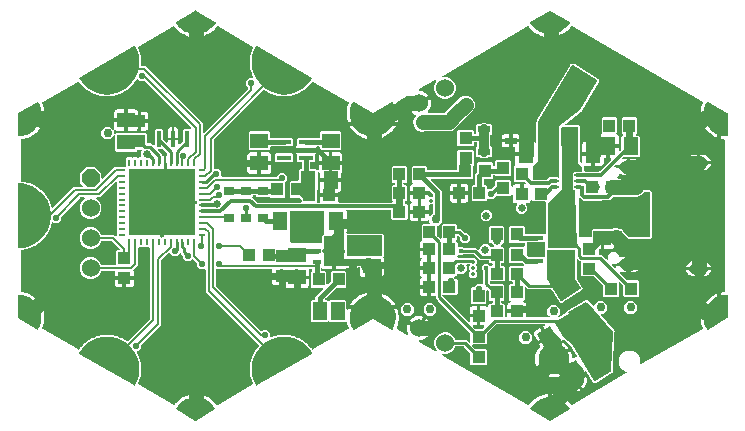
<source format=gbr>
G04 EAGLE Gerber RS-274X export*
G75*
%MOMM*%
%FSLAX34Y34*%
%LPD*%
%INBottom Copper*%
%IPPOS*%
%AMOC8*
5,1,8,0,0,1.08239X$1,22.5*%
G01*
%ADD10R,0.400000X1.399997*%
%ADD11P,1.649562X8X112.500000*%
%ADD12R,1.100000X1.000000*%
%ADD13R,1.000000X1.100000*%
%ADD14R,1.500000X1.300000*%
%ADD15C,1.524000*%
%ADD16R,0.254000X0.550000*%
%ADD17R,0.550000X0.254000*%
%ADD18R,5.600000X5.600000*%
%ADD19R,1.290000X1.290000*%
%ADD20C,1.290000*%
%ADD21C,1.000000*%
%ADD22C,1.530000*%
%ADD23R,1.290000X0.400000*%
%ADD24R,0.460000X0.420000*%
%ADD25R,1.760000X1.390000*%
%ADD26R,0.300000X0.210000*%
%ADD27R,0.500000X0.290000*%
%ADD28R,0.870000X1.700000*%
%ADD29R,0.200000X0.210000*%
%ADD30R,1.200000X0.400000*%
%ADD31R,1.300000X1.500000*%
%ADD32R,1.168400X1.600200*%
%ADD33C,2.625000*%
%ADD34R,1.800000X1.800000*%
%ADD35C,1.800000*%
%ADD36R,1.600000X1.803000*%
%ADD37R,1.050000X0.600000*%
%ADD38R,0.700000X0.400000*%
%ADD39R,1.750000X2.500000*%
%ADD40R,0.900000X0.800000*%
%ADD41C,0.804800*%
%ADD42C,0.406400*%
%ADD43C,0.650000*%
%ADD44C,0.254000*%
%ADD45C,0.750000*%
%ADD46C,0.609600*%
%ADD47C,1.270000*%
%ADD48C,0.304800*%
%ADD49C,0.508000*%
%ADD50C,0.203200*%
%ADD51C,0.550000*%
%ADD52C,0.352400*%
%ADD53C,0.600000*%
%ADD54C,0.812800*%
%ADD55C,0.402400*%

G36*
X150791Y-84790D02*
X150791Y-84790D01*
X150868Y-84791D01*
X150892Y-84781D01*
X150913Y-84780D01*
X150952Y-84759D01*
X151024Y-84733D01*
X167524Y-75233D01*
X167546Y-75214D01*
X167572Y-75201D01*
X167606Y-75163D01*
X167609Y-75161D01*
X167612Y-75157D01*
X167620Y-75148D01*
X167673Y-75101D01*
X167686Y-75075D01*
X167705Y-75054D01*
X167728Y-74986D01*
X167759Y-74922D01*
X167761Y-74893D01*
X167770Y-74866D01*
X167765Y-74794D01*
X167768Y-74723D01*
X167758Y-74696D01*
X167756Y-74667D01*
X167714Y-74577D01*
X167699Y-74537D01*
X167692Y-74529D01*
X167686Y-74516D01*
X165944Y-71993D01*
X165920Y-71969D01*
X165893Y-71931D01*
X163769Y-69719D01*
X163741Y-69700D01*
X163709Y-69666D01*
X161258Y-67824D01*
X161227Y-67810D01*
X161190Y-67781D01*
X158475Y-66356D01*
X158442Y-66347D01*
X158401Y-66325D01*
X155493Y-65354D01*
X155466Y-65351D01*
X155457Y-65349D01*
X155415Y-65335D01*
X152388Y-64843D01*
X152354Y-64844D01*
X152308Y-64836D01*
X152298Y-64836D01*
X152298Y-62285D01*
X153495Y-62359D01*
X156174Y-62859D01*
X158771Y-63686D01*
X161247Y-64825D01*
X163564Y-66259D01*
X165687Y-67968D01*
X167585Y-69925D01*
X168406Y-71012D01*
X168475Y-71078D01*
X168540Y-71150D01*
X168564Y-71163D01*
X168584Y-71182D01*
X168671Y-71223D01*
X168755Y-71269D01*
X168782Y-71274D01*
X168807Y-71286D01*
X168902Y-71297D01*
X168997Y-71314D01*
X169024Y-71311D01*
X169051Y-71314D01*
X169145Y-71294D01*
X169240Y-71280D01*
X169272Y-71266D01*
X169292Y-71262D01*
X169320Y-71245D01*
X169394Y-71213D01*
X215508Y-44590D01*
X215525Y-44576D01*
X215545Y-44567D01*
X215619Y-44498D01*
X215698Y-44434D01*
X215710Y-44415D01*
X215726Y-44400D01*
X215775Y-44312D01*
X215829Y-44226D01*
X215834Y-44204D01*
X215845Y-44185D01*
X215863Y-44085D01*
X215886Y-43986D01*
X215884Y-43965D01*
X215888Y-43943D01*
X215873Y-43842D01*
X215864Y-43741D01*
X215856Y-43721D01*
X215852Y-43700D01*
X215806Y-43609D01*
X215766Y-43516D01*
X215751Y-43500D01*
X215741Y-43480D01*
X215669Y-43409D01*
X215600Y-43334D01*
X215581Y-43323D01*
X215565Y-43308D01*
X215418Y-43227D01*
X213063Y-42251D01*
X210524Y-39713D01*
X209150Y-36396D01*
X209150Y-32805D01*
X210524Y-29488D01*
X213063Y-26950D01*
X216380Y-25576D01*
X219970Y-25576D01*
X223287Y-26950D01*
X225825Y-29488D01*
X227199Y-32805D01*
X227199Y-36521D01*
X227215Y-36615D01*
X227223Y-36710D01*
X227235Y-36736D01*
X227239Y-36764D01*
X227284Y-36848D01*
X227322Y-36935D01*
X227341Y-36956D01*
X227354Y-36981D01*
X227423Y-37047D01*
X227487Y-37118D01*
X227512Y-37131D01*
X227533Y-37151D01*
X227619Y-37191D01*
X227702Y-37237D01*
X227730Y-37242D01*
X227756Y-37254D01*
X227850Y-37265D01*
X227944Y-37282D01*
X227972Y-37278D01*
X228000Y-37281D01*
X228093Y-37261D01*
X228188Y-37248D01*
X228220Y-37234D01*
X228240Y-37229D01*
X228269Y-37212D01*
X228341Y-37180D01*
X280128Y-7282D01*
X280200Y-7223D01*
X280276Y-7171D01*
X280295Y-7146D01*
X280319Y-7126D01*
X280368Y-7048D01*
X280423Y-6973D01*
X280433Y-6944D01*
X280449Y-6918D01*
X280471Y-6828D01*
X280500Y-6740D01*
X280500Y-6709D01*
X280507Y-6679D01*
X280499Y-6586D01*
X280498Y-6494D01*
X280487Y-6456D01*
X280485Y-6434D01*
X280472Y-6404D01*
X280451Y-6332D01*
X279815Y-4792D01*
X279071Y-1999D01*
X278697Y868D01*
X278700Y3759D01*
X278835Y4776D01*
X278835Y4777D01*
X281407Y4777D01*
X281391Y4702D01*
X281391Y4668D01*
X281382Y4622D01*
X281255Y1565D01*
X281260Y1531D01*
X281258Y1484D01*
X281623Y-1554D01*
X281634Y-1586D01*
X281639Y-1632D01*
X282487Y-4572D01*
X282503Y-4602D01*
X282515Y-4648D01*
X283824Y-7414D01*
X283841Y-7436D01*
X283851Y-7463D01*
X283900Y-7515D01*
X283943Y-7573D01*
X283968Y-7587D01*
X283987Y-7608D01*
X284053Y-7637D01*
X284115Y-7673D01*
X284143Y-7676D01*
X284169Y-7688D01*
X284241Y-7689D01*
X284312Y-7698D01*
X284339Y-7690D01*
X284368Y-7691D01*
X284463Y-7655D01*
X284503Y-7644D01*
X284512Y-7637D01*
X284524Y-7633D01*
X301024Y1867D01*
X301083Y1919D01*
X301145Y1965D01*
X301156Y1984D01*
X301173Y1999D01*
X301207Y2069D01*
X301247Y2136D01*
X301251Y2161D01*
X301259Y2178D01*
X301261Y2223D01*
X301274Y2300D01*
X301274Y21300D01*
X301269Y21328D01*
X301271Y21356D01*
X301249Y21424D01*
X301235Y21495D01*
X301219Y21518D01*
X301210Y21545D01*
X301163Y21600D01*
X301122Y21659D01*
X301098Y21674D01*
X301080Y21696D01*
X301015Y21727D01*
X300955Y21766D01*
X300927Y21771D01*
X300901Y21783D01*
X300800Y21792D01*
X300758Y21799D01*
X300748Y21797D01*
X300735Y21798D01*
X297685Y21555D01*
X297653Y21546D01*
X297606Y21542D01*
X295398Y21001D01*
X295398Y23684D01*
X296466Y23969D01*
X298087Y24180D01*
X298177Y24207D01*
X298269Y24227D01*
X298294Y24242D01*
X298323Y24251D01*
X298399Y24305D01*
X298480Y24353D01*
X298499Y24376D01*
X298524Y24393D01*
X298579Y24469D01*
X298640Y24540D01*
X298651Y24568D01*
X298669Y24592D01*
X298697Y24681D01*
X298711Y24717D01*
X298722Y24741D01*
X298723Y24745D01*
X298732Y24768D01*
X298736Y24806D01*
X298742Y24826D01*
X298742Y24859D01*
X298750Y24935D01*
X298750Y152865D01*
X298749Y152873D01*
X298749Y152875D01*
X298747Y152886D01*
X298735Y152958D01*
X298727Y153051D01*
X298715Y153078D01*
X298711Y153108D01*
X298667Y153191D01*
X298629Y153277D01*
X298609Y153299D01*
X298595Y153325D01*
X298528Y153390D01*
X298465Y153459D01*
X298439Y153474D01*
X298417Y153495D01*
X298332Y153534D01*
X298250Y153580D01*
X298214Y153589D01*
X298194Y153598D01*
X298161Y153602D01*
X298087Y153620D01*
X296467Y153831D01*
X295398Y154116D01*
X295398Y156799D01*
X297606Y156258D01*
X297640Y156256D01*
X297685Y156245D01*
X300735Y156002D01*
X300764Y156006D01*
X300792Y156001D01*
X300861Y156018D01*
X300933Y156026D01*
X300957Y156041D01*
X300985Y156047D01*
X301043Y156090D01*
X301105Y156126D01*
X301122Y156148D01*
X301145Y156165D01*
X301182Y156227D01*
X301225Y156284D01*
X301232Y156312D01*
X301247Y156336D01*
X301263Y156436D01*
X301274Y156477D01*
X301272Y156487D01*
X301274Y156500D01*
X301274Y175500D01*
X301259Y175576D01*
X301250Y175654D01*
X301239Y175673D01*
X301235Y175695D01*
X301191Y175759D01*
X301152Y175827D01*
X301133Y175843D01*
X301122Y175859D01*
X301084Y175883D01*
X301024Y175933D01*
X284524Y185433D01*
X284497Y185442D01*
X284473Y185458D01*
X284403Y185473D01*
X284335Y185496D01*
X284307Y185493D01*
X284279Y185499D01*
X284209Y185486D01*
X284137Y185480D01*
X284112Y185467D01*
X284084Y185461D01*
X284024Y185421D01*
X283961Y185388D01*
X283943Y185366D01*
X283919Y185350D01*
X283861Y185267D01*
X283834Y185235D01*
X283831Y185224D01*
X283824Y185214D01*
X282515Y182448D01*
X282507Y182415D01*
X282487Y182372D01*
X281639Y179432D01*
X281636Y179398D01*
X281623Y179354D01*
X281258Y176316D01*
X281261Y176282D01*
X281255Y176235D01*
X281382Y173178D01*
X281390Y173145D01*
X281391Y173098D01*
X281407Y173023D01*
X278835Y173023D01*
X278700Y174041D01*
X278697Y176932D01*
X279070Y179799D01*
X279815Y182592D01*
X280451Y184132D01*
X280472Y184223D01*
X280501Y184311D01*
X280500Y184342D01*
X280507Y184372D01*
X280498Y184464D01*
X280497Y184557D01*
X280487Y184586D01*
X280484Y184617D01*
X280446Y184702D01*
X280415Y184789D01*
X280396Y184813D01*
X280383Y184841D01*
X280321Y184910D01*
X280263Y184983D01*
X280232Y185006D01*
X280217Y185022D01*
X280188Y185038D01*
X280128Y185082D01*
X169395Y249012D01*
X169307Y249045D01*
X169223Y249085D01*
X169193Y249089D01*
X169165Y249099D01*
X169071Y249103D01*
X168979Y249114D01*
X168949Y249107D01*
X168919Y249108D01*
X168829Y249082D01*
X168738Y249063D01*
X168712Y249047D01*
X168683Y249039D01*
X168606Y248985D01*
X168526Y248938D01*
X168500Y248910D01*
X168482Y248897D01*
X168462Y248871D01*
X168410Y248817D01*
X168011Y248296D01*
X168010Y248296D01*
X167421Y247528D01*
X166785Y246892D01*
X165374Y245480D01*
X163076Y243717D01*
X160568Y242269D01*
X157892Y241161D01*
X155095Y240411D01*
X152298Y240043D01*
X152298Y242636D01*
X152308Y242636D01*
X152341Y242643D01*
X152388Y242643D01*
X155415Y243135D01*
X155446Y243147D01*
X155493Y243154D01*
X158401Y244125D01*
X158431Y244142D01*
X158475Y244156D01*
X161190Y245581D01*
X161216Y245603D01*
X161258Y245624D01*
X163709Y247466D01*
X163732Y247491D01*
X163769Y247519D01*
X165893Y249731D01*
X165911Y249759D01*
X165944Y249793D01*
X167686Y252316D01*
X167697Y252343D01*
X167716Y252365D01*
X167736Y252434D01*
X167764Y252499D01*
X167764Y252528D01*
X167772Y252556D01*
X167764Y252627D01*
X167765Y252698D01*
X167753Y252725D01*
X167750Y252754D01*
X167715Y252816D01*
X167687Y252881D01*
X167667Y252902D01*
X167652Y252927D01*
X167575Y252990D01*
X167545Y253020D01*
X167535Y253024D01*
X167524Y253033D01*
X151024Y262533D01*
X150951Y262557D01*
X150881Y262588D01*
X150857Y262588D01*
X150835Y262596D01*
X150759Y262590D01*
X150682Y262591D01*
X150658Y262581D01*
X150637Y262580D01*
X150598Y262559D01*
X150526Y262533D01*
X134026Y253033D01*
X134004Y253014D01*
X133978Y253001D01*
X133930Y252948D01*
X133877Y252901D01*
X133864Y252875D01*
X133845Y252854D01*
X133822Y252786D01*
X133791Y252722D01*
X133790Y252693D01*
X133780Y252666D01*
X133785Y252594D01*
X133782Y252523D01*
X133792Y252496D01*
X133794Y252467D01*
X133836Y252377D01*
X133851Y252337D01*
X133858Y252329D01*
X133864Y252316D01*
X135606Y249793D01*
X135630Y249769D01*
X135657Y249731D01*
X137781Y247519D01*
X137809Y247500D01*
X137841Y247466D01*
X140292Y245624D01*
X140323Y245610D01*
X140360Y245581D01*
X143075Y244156D01*
X143108Y244147D01*
X143149Y244125D01*
X146057Y243154D01*
X146091Y243150D01*
X146135Y243135D01*
X149162Y242643D01*
X149196Y242644D01*
X149242Y242636D01*
X149252Y242636D01*
X149252Y240043D01*
X146455Y240411D01*
X143658Y241161D01*
X140982Y242269D01*
X138474Y243717D01*
X138465Y243724D01*
X136177Y245480D01*
X134129Y247528D01*
X133140Y248816D01*
X133072Y248880D01*
X133009Y248949D01*
X132983Y248964D01*
X132961Y248985D01*
X132876Y249024D01*
X132794Y249069D01*
X132765Y249075D01*
X132737Y249087D01*
X132644Y249097D01*
X132553Y249114D01*
X132523Y249110D01*
X132492Y249113D01*
X132401Y249093D01*
X132309Y249080D01*
X132274Y249064D01*
X132252Y249060D01*
X132224Y249043D01*
X132155Y249012D01*
X60157Y207445D01*
X60120Y207415D01*
X60077Y207392D01*
X60025Y207338D01*
X59967Y207289D01*
X59941Y207249D01*
X59908Y207214D01*
X59876Y207145D01*
X59836Y207081D01*
X59825Y207034D01*
X59804Y206991D01*
X59796Y206916D01*
X59778Y206842D01*
X59783Y206794D01*
X59777Y206747D01*
X59793Y206672D01*
X59800Y206597D01*
X59819Y206553D01*
X59830Y206506D01*
X59868Y206441D01*
X59899Y206372D01*
X59931Y206336D01*
X59956Y206295D01*
X60013Y206246D01*
X60064Y206190D01*
X60106Y206166D01*
X60143Y206135D01*
X60213Y206107D01*
X60279Y206070D01*
X60326Y206061D01*
X60371Y206043D01*
X60499Y206029D01*
X60521Y206025D01*
X60528Y206026D01*
X60538Y206025D01*
X63737Y206025D01*
X67110Y204628D01*
X69690Y202047D01*
X71087Y198675D01*
X71087Y195025D01*
X69690Y191653D01*
X67110Y189072D01*
X63737Y187675D01*
X60088Y187675D01*
X56715Y189072D01*
X54135Y191653D01*
X52738Y195025D01*
X52738Y198675D01*
X54135Y202047D01*
X54592Y202504D01*
X54606Y202524D01*
X54624Y202539D01*
X54677Y202623D01*
X54735Y202704D01*
X54742Y202727D01*
X54755Y202747D01*
X54778Y202844D01*
X54807Y202939D01*
X54807Y202963D01*
X54812Y202986D01*
X54804Y203085D01*
X54801Y203185D01*
X54793Y203207D01*
X54791Y203231D01*
X54751Y203322D01*
X54717Y203416D01*
X54702Y203435D01*
X54692Y203457D01*
X54625Y203530D01*
X54563Y203608D01*
X54543Y203621D01*
X54526Y203639D01*
X54440Y203687D01*
X54356Y203741D01*
X54333Y203747D01*
X54312Y203758D01*
X54214Y203777D01*
X54117Y203801D01*
X54093Y203799D01*
X54070Y203803D01*
X53971Y203790D01*
X53872Y203782D01*
X53850Y203772D01*
X53826Y203769D01*
X53673Y203702D01*
X39919Y195761D01*
X39882Y195731D01*
X39840Y195708D01*
X39788Y195654D01*
X39729Y195605D01*
X39703Y195565D01*
X39670Y195530D01*
X39638Y195461D01*
X39598Y195397D01*
X39587Y195350D01*
X39567Y195307D01*
X39558Y195232D01*
X39541Y195158D01*
X39545Y195110D01*
X39539Y195063D01*
X39556Y194988D01*
X39562Y194913D01*
X39582Y194869D01*
X39592Y194822D01*
X39631Y194757D01*
X39661Y194688D01*
X39693Y194652D01*
X39718Y194611D01*
X39775Y194562D01*
X39826Y194506D01*
X39868Y194482D01*
X39905Y194451D01*
X39975Y194423D01*
X40041Y194386D01*
X40088Y194377D01*
X40133Y194359D01*
X40261Y194345D01*
X40283Y194341D01*
X40290Y194342D01*
X40300Y194341D01*
X40717Y194341D01*
X42302Y194090D01*
X43827Y193594D01*
X45257Y192866D01*
X46554Y191923D01*
X47688Y190789D01*
X47889Y190512D01*
X39814Y185850D01*
X39798Y185838D01*
X39780Y185830D01*
X39703Y185760D01*
X39623Y185694D01*
X39613Y185678D01*
X39598Y185664D01*
X39548Y185574D01*
X39493Y185486D01*
X39488Y185467D01*
X39478Y185449D01*
X39459Y185348D01*
X39435Y185247D01*
X39437Y185227D01*
X39433Y185207D01*
X39448Y185105D01*
X39457Y185002D01*
X39465Y184984D01*
X39468Y184964D01*
X39535Y184810D01*
X40297Y183491D01*
X40310Y183475D01*
X40318Y183457D01*
X40388Y183380D01*
X40453Y183300D01*
X40470Y183290D01*
X40483Y183275D01*
X40574Y183224D01*
X40661Y183169D01*
X40681Y183165D01*
X40698Y183155D01*
X40800Y183136D01*
X40900Y183112D01*
X40920Y183114D01*
X40940Y183110D01*
X41042Y183125D01*
X41145Y183134D01*
X41164Y183142D01*
X41183Y183145D01*
X41337Y183212D01*
X49419Y187878D01*
X49855Y186536D01*
X50106Y184952D01*
X50106Y183348D01*
X49855Y181764D01*
X49360Y180238D01*
X48631Y178809D01*
X47689Y177511D01*
X47627Y177449D01*
X47585Y177391D01*
X47535Y177339D01*
X47513Y177292D01*
X47483Y177250D01*
X47462Y177181D01*
X47432Y177116D01*
X47426Y177064D01*
X47411Y177015D01*
X47413Y176943D01*
X47405Y176872D01*
X47416Y176821D01*
X47417Y176769D01*
X47442Y176701D01*
X47457Y176631D01*
X47484Y176586D01*
X47501Y176538D01*
X47546Y176482D01*
X47583Y176420D01*
X47623Y176386D01*
X47655Y176346D01*
X47715Y176307D01*
X47770Y176260D01*
X47818Y176241D01*
X47862Y176213D01*
X47931Y176195D01*
X47998Y176168D01*
X48069Y176160D01*
X48100Y176152D01*
X48124Y176154D01*
X48165Y176150D01*
X61510Y176150D01*
X61600Y176164D01*
X61691Y176172D01*
X61721Y176184D01*
X61753Y176189D01*
X61834Y176232D01*
X61918Y176268D01*
X61950Y176294D01*
X61970Y176305D01*
X61993Y176328D01*
X62049Y176373D01*
X74914Y189238D01*
X77809Y190437D01*
X80941Y190437D01*
X83836Y189238D01*
X86051Y187023D01*
X87250Y184129D01*
X87250Y180996D01*
X86051Y178102D01*
X69548Y161599D01*
X66654Y160400D01*
X45569Y160400D01*
X45537Y160395D01*
X45469Y160394D01*
X42488Y160001D01*
X39462Y160812D01*
X36977Y162719D01*
X35411Y165433D01*
X35002Y168539D01*
X35813Y171565D01*
X37125Y173274D01*
X37137Y173297D01*
X37155Y173316D01*
X37195Y173405D01*
X37241Y173491D01*
X37245Y173516D01*
X37256Y173540D01*
X37266Y173637D01*
X37282Y173733D01*
X37278Y173759D01*
X37280Y173785D01*
X37259Y173880D01*
X37243Y173976D01*
X37231Y173999D01*
X37226Y174025D01*
X37175Y174108D01*
X37130Y174194D01*
X37111Y174212D01*
X37097Y174234D01*
X37023Y174297D01*
X36952Y174365D01*
X36929Y174376D01*
X36909Y174392D01*
X36756Y174461D01*
X36004Y174706D01*
X34574Y175434D01*
X33277Y176377D01*
X32142Y177511D01*
X31942Y177787D01*
X40017Y182450D01*
X40032Y182462D01*
X40051Y182470D01*
X40128Y182540D01*
X40207Y182606D01*
X40218Y182622D01*
X40233Y182636D01*
X40283Y182726D01*
X40338Y182814D01*
X40343Y182833D01*
X40352Y182851D01*
X40371Y182952D01*
X40396Y183053D01*
X40394Y183073D01*
X40397Y183092D01*
X40383Y183195D01*
X40374Y183298D01*
X40366Y183316D01*
X40363Y183336D01*
X40296Y183490D01*
X39534Y184809D01*
X39521Y184825D01*
X39513Y184843D01*
X39443Y184920D01*
X39378Y185000D01*
X39361Y185010D01*
X39348Y185025D01*
X39257Y185076D01*
X39170Y185131D01*
X39150Y185135D01*
X39133Y185145D01*
X39031Y185164D01*
X38930Y185188D01*
X38911Y185186D01*
X38891Y185190D01*
X38788Y185175D01*
X38685Y185166D01*
X38667Y185158D01*
X38647Y185155D01*
X38494Y185088D01*
X30412Y180422D01*
X29976Y181764D01*
X29725Y183348D01*
X29725Y184952D01*
X29976Y186536D01*
X30471Y188062D01*
X30925Y188953D01*
X30934Y188979D01*
X30949Y189003D01*
X30971Y189096D01*
X31000Y189187D01*
X30999Y189215D01*
X31006Y189242D01*
X30998Y189337D01*
X30996Y189433D01*
X30987Y189459D01*
X30984Y189487D01*
X30946Y189574D01*
X30914Y189665D01*
X30897Y189687D01*
X30886Y189712D01*
X30821Y189783D01*
X30762Y189858D01*
X30739Y189874D01*
X30720Y189894D01*
X30637Y189941D01*
X30557Y189993D01*
X30530Y190001D01*
X30505Y190014D01*
X30411Y190032D01*
X30319Y190056D01*
X30291Y190054D01*
X30263Y190059D01*
X30169Y190046D01*
X30074Y190039D01*
X30048Y190029D01*
X30020Y190025D01*
X29866Y189957D01*
X21424Y185083D01*
X21350Y185023D01*
X21273Y184969D01*
X21256Y184946D01*
X21233Y184928D01*
X21183Y184847D01*
X21127Y184771D01*
X21118Y184744D01*
X21103Y184719D01*
X21081Y184627D01*
X21052Y184537D01*
X21052Y184508D01*
X21045Y184480D01*
X21054Y184386D01*
X21055Y184291D01*
X21065Y184256D01*
X21067Y184235D01*
X21080Y184205D01*
X21102Y184130D01*
X21695Y182714D01*
X22444Y180008D01*
X22843Y177228D01*
X22888Y174420D01*
X22577Y171629D01*
X21915Y168901D01*
X21549Y167943D01*
X18746Y167943D01*
X19355Y169393D01*
X19362Y169427D01*
X19381Y169472D01*
X20109Y172576D01*
X20110Y172612D01*
X20121Y172659D01*
X20322Y175841D01*
X20317Y175876D01*
X20320Y175925D01*
X19987Y179096D01*
X19976Y179129D01*
X19971Y179178D01*
X19113Y182249D01*
X19098Y182280D01*
X19084Y182327D01*
X17727Y185213D01*
X17709Y185236D01*
X17699Y185263D01*
X17650Y185315D01*
X17608Y185372D01*
X17583Y185387D01*
X17563Y185408D01*
X17498Y185437D01*
X17436Y185472D01*
X17407Y185476D01*
X17381Y185488D01*
X17310Y185489D01*
X17239Y185498D01*
X17211Y185490D01*
X17182Y185491D01*
X17089Y185456D01*
X17048Y185444D01*
X17039Y185437D01*
X17026Y185433D01*
X775Y176076D01*
X-15476Y185433D01*
X-15504Y185442D01*
X-15528Y185459D01*
X-15597Y185473D01*
X-15665Y185496D01*
X-15694Y185493D01*
X-15722Y185499D01*
X-15792Y185485D01*
X-15863Y185480D01*
X-15889Y185466D01*
X-15917Y185461D01*
X-15976Y185421D01*
X-16039Y185388D01*
X-16058Y185366D01*
X-16082Y185349D01*
X-16139Y185267D01*
X-16166Y185235D01*
X-16169Y185224D01*
X-16177Y185213D01*
X-17534Y182327D01*
X-17543Y182293D01*
X-17563Y182249D01*
X-18421Y179178D01*
X-18423Y179143D01*
X-18437Y179096D01*
X-18770Y175925D01*
X-18767Y175890D01*
X-18772Y175841D01*
X-18571Y172659D01*
X-18562Y172625D01*
X-18559Y172576D01*
X-17831Y169472D01*
X-17817Y169440D01*
X-17805Y169393D01*
X-17196Y167943D01*
X-19999Y167943D01*
X-20365Y168901D01*
X-21027Y171629D01*
X-21338Y174420D01*
X-21293Y177228D01*
X-20894Y180008D01*
X-20886Y180035D01*
X-20886Y180036D01*
X-20255Y182319D01*
X-20254Y182319D01*
X-20254Y182320D01*
X-20145Y182714D01*
X-19969Y183135D01*
X-19969Y183136D01*
X-19552Y184130D01*
X-19530Y184222D01*
X-19501Y184312D01*
X-19502Y184341D01*
X-19495Y184369D01*
X-19504Y184464D01*
X-19505Y184558D01*
X-19515Y184585D01*
X-19517Y184614D01*
X-19555Y184701D01*
X-19587Y184790D01*
X-19605Y184813D01*
X-19616Y184839D01*
X-19680Y184909D01*
X-19739Y184984D01*
X-19768Y185005D01*
X-19782Y185021D01*
X-19811Y185037D01*
X-19874Y185083D01*
X-49603Y202247D01*
X-49710Y202287D01*
X-49816Y202330D01*
X-49825Y202331D01*
X-49833Y202334D01*
X-49947Y202338D01*
X-50061Y202345D01*
X-50070Y202342D01*
X-50079Y202343D01*
X-50188Y202310D01*
X-50299Y202280D01*
X-50306Y202275D01*
X-50314Y202273D01*
X-50408Y202207D01*
X-50503Y202143D01*
X-50510Y202136D01*
X-50516Y202132D01*
X-50529Y202113D01*
X-50612Y202016D01*
X-50909Y201581D01*
X-50924Y201549D01*
X-50945Y201522D01*
X-50975Y201438D01*
X-51013Y201358D01*
X-51017Y201323D01*
X-51028Y201291D01*
X-51034Y201212D01*
X-51472Y200740D01*
X-51490Y200712D01*
X-51543Y200651D01*
X-51672Y200461D01*
X-51903Y200121D01*
X-51968Y200091D01*
X-52052Y200060D01*
X-52079Y200039D01*
X-52110Y200024D01*
X-52237Y199914D01*
X-53736Y198298D01*
X-53755Y198269D01*
X-53780Y198245D01*
X-53823Y198167D01*
X-53872Y198093D01*
X-53881Y198060D01*
X-53897Y198029D01*
X-53914Y197955D01*
X-53914Y197954D01*
X-53914Y197952D01*
X-53915Y197952D01*
X-54418Y197550D01*
X-54440Y197526D01*
X-54501Y197473D01*
X-54937Y197003D01*
X-55005Y196983D01*
X-55092Y196965D01*
X-55122Y196948D01*
X-55156Y196938D01*
X-55297Y196848D01*
X-57020Y195473D01*
X-57044Y195448D01*
X-57072Y195428D01*
X-57126Y195357D01*
X-57185Y195291D01*
X-57199Y195259D01*
X-57220Y195231D01*
X-57249Y195157D01*
X-57806Y194835D01*
X-57832Y194814D01*
X-57900Y194771D01*
X-58401Y194372D01*
X-58471Y194362D01*
X-58560Y194357D01*
X-58593Y194345D01*
X-58627Y194340D01*
X-58781Y194272D01*
X-60689Y193170D01*
X-60716Y193148D01*
X-60747Y193132D01*
X-60811Y193070D01*
X-60879Y193014D01*
X-60898Y192984D01*
X-60923Y192960D01*
X-60962Y192891D01*
X-61561Y192656D01*
X-61590Y192639D01*
X-61664Y192607D01*
X-62218Y192286D01*
X-62290Y192287D01*
X-62378Y192296D01*
X-62412Y192288D01*
X-62447Y192288D01*
X-62609Y192244D01*
X-64660Y191438D01*
X-64690Y191421D01*
X-64723Y191410D01*
X-64795Y191358D01*
X-64872Y191313D01*
X-64894Y191286D01*
X-64922Y191266D01*
X-64972Y191204D01*
X-65599Y191060D01*
X-65630Y191048D01*
X-65708Y191027D01*
X-66304Y190793D01*
X-66375Y190804D01*
X-66461Y190826D01*
X-66496Y190823D01*
X-66530Y190829D01*
X-66696Y190810D01*
X-68845Y190319D01*
X-68877Y190305D01*
X-68912Y190300D01*
X-68991Y190259D01*
X-69073Y190226D01*
X-69099Y190203D01*
X-69130Y190187D01*
X-69188Y190133D01*
X-69830Y190085D01*
X-69862Y190077D01*
X-69942Y190068D01*
X-70567Y189925D01*
X-70635Y189947D01*
X-70717Y189981D01*
X-70752Y189984D01*
X-70785Y189994D01*
X-70952Y190000D01*
X-73150Y189835D01*
X-73184Y189827D01*
X-73219Y189827D01*
X-73303Y189798D01*
X-73389Y189777D01*
X-73419Y189758D01*
X-73451Y189747D01*
X-73517Y189702D01*
X-74159Y189750D01*
X-74192Y189747D01*
X-74273Y189750D01*
X-74911Y189702D01*
X-74976Y189734D01*
X-75051Y189780D01*
X-75085Y189788D01*
X-75116Y189803D01*
X-75281Y189834D01*
X-77479Y189998D01*
X-77514Y189995D01*
X-77548Y190000D01*
X-77636Y189984D01*
X-77724Y189977D01*
X-77756Y189963D01*
X-77790Y189957D01*
X-77862Y189922D01*
X-78489Y190065D01*
X-78522Y190067D01*
X-78602Y190082D01*
X-79240Y190130D01*
X-79299Y190170D01*
X-79367Y190228D01*
X-79400Y190240D01*
X-79428Y190260D01*
X-79587Y190315D01*
X-81736Y190805D01*
X-81770Y190807D01*
X-81803Y190817D01*
X-81892Y190815D01*
X-81981Y190820D01*
X-82015Y190811D01*
X-82049Y190810D01*
X-82125Y190786D01*
X-82724Y191021D01*
X-82757Y191028D01*
X-82833Y191055D01*
X-83457Y191197D01*
X-83509Y191246D01*
X-83568Y191313D01*
X-83598Y191330D01*
X-83624Y191354D01*
X-83772Y191432D01*
X-85824Y192237D01*
X-85858Y192244D01*
X-85889Y192259D01*
X-85978Y192270D01*
X-86065Y192289D01*
X-86099Y192285D01*
X-86134Y192289D01*
X-86212Y192277D01*
X-86770Y192598D01*
X-86800Y192610D01*
X-86872Y192648D01*
X-87468Y192882D01*
X-87512Y192938D01*
X-87561Y193013D01*
X-87588Y193034D01*
X-87609Y193062D01*
X-87744Y193161D01*
X-89654Y194262D01*
X-89686Y194275D01*
X-89715Y194294D01*
X-89801Y194318D01*
X-89884Y194349D01*
X-89918Y194351D01*
X-89952Y194360D01*
X-90031Y194360D01*
X-90535Y194761D01*
X-90563Y194777D01*
X-90629Y194825D01*
X-91060Y195074D01*
X-91101Y195089D01*
X-91138Y195113D01*
X-91216Y195133D01*
X-91290Y195161D01*
X-91334Y195162D01*
X-91377Y195173D01*
X-91456Y195167D01*
X-91536Y195170D01*
X-91578Y195157D01*
X-91622Y195154D01*
X-91695Y195123D01*
X-91772Y195100D01*
X-91808Y195075D01*
X-91848Y195058D01*
X-91962Y194966D01*
X-91973Y194958D01*
X-91975Y194956D01*
X-91979Y194953D01*
X-133761Y153171D01*
X-133814Y153097D01*
X-133874Y153027D01*
X-133886Y152997D01*
X-133905Y152971D01*
X-133932Y152884D01*
X-133966Y152799D01*
X-133970Y152758D01*
X-133977Y152736D01*
X-133976Y152704D01*
X-133984Y152632D01*
X-133984Y129491D01*
X-133981Y129471D01*
X-133983Y129452D01*
X-133961Y129350D01*
X-133945Y129248D01*
X-133935Y129231D01*
X-133931Y129211D01*
X-133878Y129122D01*
X-133829Y129031D01*
X-133815Y129017D01*
X-133805Y129000D01*
X-133726Y128933D01*
X-133651Y128861D01*
X-133633Y128853D01*
X-133618Y128840D01*
X-133522Y128801D01*
X-133428Y128758D01*
X-133408Y128756D01*
X-133390Y128748D01*
X-133223Y128730D01*
X-129818Y128730D01*
X-127314Y126226D01*
X-127314Y122467D01*
X-127311Y122447D01*
X-127313Y122428D01*
X-127291Y122326D01*
X-127274Y122224D01*
X-127265Y122207D01*
X-127261Y122187D01*
X-127208Y122098D01*
X-127159Y122007D01*
X-127145Y121993D01*
X-127135Y121976D01*
X-127056Y121909D01*
X-126981Y121837D01*
X-126963Y121829D01*
X-126948Y121816D01*
X-126851Y121777D01*
X-126758Y121734D01*
X-126738Y121732D01*
X-126719Y121724D01*
X-126553Y121706D01*
X-80880Y121706D01*
X-80860Y121709D01*
X-80841Y121707D01*
X-80739Y121729D01*
X-80637Y121745D01*
X-80620Y121755D01*
X-80600Y121759D01*
X-80511Y121812D01*
X-80420Y121861D01*
X-80406Y121875D01*
X-80389Y121885D01*
X-80322Y121964D01*
X-80251Y122039D01*
X-80242Y122057D01*
X-80229Y122072D01*
X-80190Y122168D01*
X-80147Y122262D01*
X-80145Y122282D01*
X-80137Y122300D01*
X-80119Y122467D01*
X-80119Y122670D01*
X-77615Y125174D01*
X-74073Y125174D01*
X-71569Y122670D01*
X-71569Y119128D01*
X-73190Y117508D01*
X-73243Y117434D01*
X-73302Y117365D01*
X-73314Y117334D01*
X-73333Y117308D01*
X-73360Y117221D01*
X-73394Y117136D01*
X-73399Y117095D01*
X-73406Y117073D01*
X-73405Y117041D01*
X-73413Y116970D01*
X-73413Y104993D01*
X-74306Y104100D01*
X-85569Y104100D01*
X-85868Y104399D01*
X-85884Y104411D01*
X-85897Y104426D01*
X-85984Y104482D01*
X-86068Y104543D01*
X-86087Y104549D01*
X-86103Y104559D01*
X-86204Y104585D01*
X-86303Y104615D01*
X-86323Y104615D01*
X-86342Y104619D01*
X-86445Y104611D01*
X-86549Y104609D01*
X-86567Y104602D01*
X-86587Y104600D01*
X-86682Y104560D01*
X-86780Y104524D01*
X-86795Y104512D01*
X-86814Y104504D01*
X-86943Y104400D01*
X-97207Y104400D01*
X-98100Y105293D01*
X-98100Y105607D01*
X-98103Y105627D01*
X-98101Y105646D01*
X-98123Y105748D01*
X-98139Y105850D01*
X-98149Y105867D01*
X-98153Y105887D01*
X-98206Y105976D01*
X-98255Y106067D01*
X-98269Y106081D01*
X-98279Y106098D01*
X-98358Y106165D01*
X-98433Y106237D01*
X-98451Y106245D01*
X-98466Y106258D01*
X-98562Y106297D01*
X-98656Y106340D01*
X-98676Y106342D01*
X-98694Y106350D01*
X-98861Y106368D01*
X-99577Y106368D01*
X-99596Y106365D01*
X-99616Y106367D01*
X-99717Y106345D01*
X-99819Y106329D01*
X-99837Y106319D01*
X-99856Y106315D01*
X-99945Y106262D01*
X-100037Y106213D01*
X-100050Y106199D01*
X-100067Y106189D01*
X-100135Y106110D01*
X-100206Y106035D01*
X-100214Y106017D01*
X-100227Y106002D01*
X-100266Y105906D01*
X-100310Y105812D01*
X-100312Y105792D01*
X-100319Y105774D01*
X-100338Y105607D01*
X-100338Y105293D01*
X-100915Y104716D01*
X-100927Y104700D01*
X-100942Y104687D01*
X-100999Y104600D01*
X-101059Y104516D01*
X-101065Y104497D01*
X-101075Y104480D01*
X-101101Y104380D01*
X-101131Y104281D01*
X-101131Y104261D01*
X-101136Y104242D01*
X-101128Y104139D01*
X-101125Y104035D01*
X-101118Y104016D01*
X-101116Y103997D01*
X-101076Y103902D01*
X-101040Y103804D01*
X-101028Y103789D01*
X-101020Y103770D01*
X-100915Y103639D01*
X-97385Y100109D01*
X-97311Y100056D01*
X-97242Y99997D01*
X-97212Y99985D01*
X-97185Y99966D01*
X-97098Y99939D01*
X-97014Y99905D01*
X-96973Y99900D01*
X-96950Y99893D01*
X-96918Y99894D01*
X-96847Y99886D01*
X-60236Y99886D01*
X-60216Y99889D01*
X-60197Y99887D01*
X-60095Y99909D01*
X-59993Y99926D01*
X-59976Y99935D01*
X-59956Y99940D01*
X-59867Y99993D01*
X-59776Y100041D01*
X-59762Y100055D01*
X-59745Y100066D01*
X-59678Y100144D01*
X-59606Y100219D01*
X-59598Y100237D01*
X-59585Y100253D01*
X-59546Y100349D01*
X-59503Y100442D01*
X-59501Y100462D01*
X-59493Y100481D01*
X-59475Y100647D01*
X-59475Y102317D01*
X-59489Y102407D01*
X-59497Y102498D01*
X-59509Y102528D01*
X-59514Y102560D01*
X-59557Y102640D01*
X-59593Y102724D01*
X-59619Y102756D01*
X-59630Y102777D01*
X-59653Y102799D01*
X-59698Y102855D01*
X-60720Y103877D01*
X-60794Y103930D01*
X-60863Y103990D01*
X-60893Y104002D01*
X-60920Y104021D01*
X-61006Y104048D01*
X-61091Y104082D01*
X-61132Y104086D01*
X-61155Y104093D01*
X-61187Y104092D01*
X-61258Y104100D01*
X-68569Y104100D01*
X-69462Y104993D01*
X-69462Y117257D01*
X-68569Y118150D01*
X-62736Y118150D01*
X-62716Y118153D01*
X-62697Y118151D01*
X-62595Y118173D01*
X-62493Y118189D01*
X-62476Y118199D01*
X-62456Y118203D01*
X-62367Y118256D01*
X-62276Y118305D01*
X-62262Y118319D01*
X-62245Y118329D01*
X-62178Y118408D01*
X-62106Y118483D01*
X-62098Y118501D01*
X-62085Y118516D01*
X-62046Y118612D01*
X-62003Y118706D01*
X-62001Y118726D01*
X-61993Y118744D01*
X-61975Y118911D01*
X-61975Y127194D01*
X-61082Y128087D01*
X-59905Y128087D01*
X-59886Y128090D01*
X-59866Y128088D01*
X-59765Y128110D01*
X-59663Y128127D01*
X-59645Y128136D01*
X-59626Y128141D01*
X-59537Y128194D01*
X-59445Y128242D01*
X-59432Y128256D01*
X-59415Y128267D01*
X-59347Y128345D01*
X-59276Y128420D01*
X-59268Y128438D01*
X-59255Y128454D01*
X-59216Y128550D01*
X-59172Y128643D01*
X-59170Y128663D01*
X-59163Y128682D01*
X-59144Y128848D01*
X-59144Y133677D01*
X-59147Y133696D01*
X-59145Y133716D01*
X-59167Y133817D01*
X-59184Y133919D01*
X-59193Y133937D01*
X-59198Y133956D01*
X-59251Y134045D01*
X-59299Y134137D01*
X-59313Y134150D01*
X-59324Y134167D01*
X-59402Y134235D01*
X-59477Y134306D01*
X-59495Y134314D01*
X-59511Y134327D01*
X-59607Y134366D01*
X-59700Y134410D01*
X-59720Y134412D01*
X-59739Y134419D01*
X-59905Y134438D01*
X-62219Y134438D01*
X-63112Y135331D01*
X-63112Y140079D01*
X-63127Y140169D01*
X-63134Y140260D01*
X-63147Y140290D01*
X-63152Y140322D01*
X-63195Y140402D01*
X-63230Y140486D01*
X-63256Y140518D01*
X-63267Y140539D01*
X-63290Y140561D01*
X-63335Y140617D01*
X-63621Y140902D01*
X-63955Y141482D01*
X-64128Y142128D01*
X-64128Y143463D01*
X-55826Y143463D01*
X-55806Y143466D01*
X-55786Y143464D01*
X-55685Y143486D01*
X-55583Y143503D01*
X-55581Y143504D01*
X-55554Y143491D01*
X-55535Y143489D01*
X-55516Y143482D01*
X-55349Y143463D01*
X-47047Y143463D01*
X-47047Y142128D01*
X-47220Y141482D01*
X-47554Y140902D01*
X-47840Y140617D01*
X-47893Y140543D01*
X-47952Y140474D01*
X-47964Y140444D01*
X-47983Y140417D01*
X-48010Y140330D01*
X-48044Y140246D01*
X-48049Y140205D01*
X-48056Y140182D01*
X-48055Y140150D01*
X-48063Y140079D01*
X-48063Y135331D01*
X-48956Y134438D01*
X-51270Y134438D01*
X-51289Y134435D01*
X-51309Y134437D01*
X-51410Y134415D01*
X-51512Y134398D01*
X-51530Y134389D01*
X-51549Y134384D01*
X-51638Y134331D01*
X-51730Y134283D01*
X-51743Y134269D01*
X-51760Y134258D01*
X-51828Y134180D01*
X-51899Y134105D01*
X-51907Y134087D01*
X-51920Y134071D01*
X-51959Y133975D01*
X-52003Y133882D01*
X-52005Y133862D01*
X-52012Y133843D01*
X-52031Y133677D01*
X-52031Y128848D01*
X-52028Y128829D01*
X-52030Y128809D01*
X-52008Y128708D01*
X-51991Y128606D01*
X-51982Y128588D01*
X-51977Y128569D01*
X-51924Y128480D01*
X-51876Y128388D01*
X-51862Y128375D01*
X-51851Y128358D01*
X-51773Y128290D01*
X-51698Y128219D01*
X-51680Y128211D01*
X-51664Y128198D01*
X-51568Y128159D01*
X-51475Y128115D01*
X-51455Y128113D01*
X-51436Y128106D01*
X-51270Y128087D01*
X-46818Y128087D01*
X-46265Y127534D01*
X-46207Y127492D01*
X-46155Y127443D01*
X-46108Y127421D01*
X-46066Y127391D01*
X-45997Y127369D01*
X-45932Y127339D01*
X-45880Y127333D01*
X-45830Y127318D01*
X-45759Y127320D01*
X-45688Y127312D01*
X-45637Y127323D01*
X-45585Y127325D01*
X-45517Y127349D01*
X-45447Y127364D01*
X-45402Y127391D01*
X-45354Y127409D01*
X-45298Y127454D01*
X-45236Y127491D01*
X-45202Y127530D01*
X-45162Y127563D01*
X-45123Y127623D01*
X-45076Y127677D01*
X-45057Y127726D01*
X-45029Y127770D01*
X-45011Y127839D01*
X-44984Y127906D01*
X-44976Y127977D01*
X-44968Y128008D01*
X-44970Y128031D01*
X-44966Y128072D01*
X-44966Y131852D01*
X-36448Y131852D01*
X-36448Y123756D01*
X-36455Y123740D01*
X-36473Y123573D01*
X-36473Y120586D01*
X-43991Y120586D01*
X-43991Y124532D01*
X-44005Y124622D01*
X-44013Y124713D01*
X-44025Y124743D01*
X-44030Y124775D01*
X-44073Y124856D01*
X-44109Y124940D01*
X-44135Y124972D01*
X-44146Y124992D01*
X-44169Y125015D01*
X-44214Y125071D01*
X-44458Y125315D01*
X-44505Y125396D01*
X-44535Y125433D01*
X-44558Y125475D01*
X-44612Y125527D01*
X-44660Y125586D01*
X-44701Y125612D01*
X-44736Y125645D01*
X-44805Y125677D01*
X-44869Y125717D01*
X-44915Y125728D01*
X-44959Y125748D01*
X-45034Y125757D01*
X-45108Y125774D01*
X-45156Y125770D01*
X-45203Y125775D01*
X-45278Y125759D01*
X-45353Y125753D01*
X-45397Y125733D01*
X-45444Y125723D01*
X-45509Y125684D01*
X-45578Y125654D01*
X-45614Y125622D01*
X-45655Y125597D01*
X-45704Y125539D01*
X-45760Y125488D01*
X-45784Y125447D01*
X-45815Y125410D01*
X-45843Y125340D01*
X-45880Y125274D01*
X-45889Y125226D01*
X-45907Y125182D01*
X-45921Y125054D01*
X-45925Y125032D01*
X-45924Y125025D01*
X-45925Y125015D01*
X-45925Y110931D01*
X-46202Y110654D01*
X-46255Y110580D01*
X-46315Y110510D01*
X-46327Y110480D01*
X-46346Y110454D01*
X-46373Y110367D01*
X-46407Y110282D01*
X-46411Y110241D01*
X-46418Y110219D01*
X-46417Y110187D01*
X-46425Y110116D01*
X-46425Y100647D01*
X-46422Y100628D01*
X-46424Y100608D01*
X-46402Y100507D01*
X-46386Y100405D01*
X-46376Y100387D01*
X-46372Y100368D01*
X-46319Y100279D01*
X-46270Y100187D01*
X-46256Y100174D01*
X-46246Y100157D01*
X-46167Y100089D01*
X-46092Y100018D01*
X-46074Y100010D01*
X-46059Y99997D01*
X-45963Y99958D01*
X-45869Y99914D01*
X-45849Y99912D01*
X-45831Y99905D01*
X-45664Y99886D01*
X-44252Y99886D01*
X-44232Y99889D01*
X-44213Y99887D01*
X-44111Y99909D01*
X-44009Y99926D01*
X-43992Y99935D01*
X-43972Y99940D01*
X-43883Y99993D01*
X-43792Y100041D01*
X-43778Y100055D01*
X-43761Y100066D01*
X-43694Y100144D01*
X-43622Y100219D01*
X-43614Y100237D01*
X-43601Y100253D01*
X-43562Y100349D01*
X-43519Y100442D01*
X-43517Y100462D01*
X-43509Y100481D01*
X-43491Y100647D01*
X-43491Y104839D01*
X-36712Y104839D01*
X-36692Y104843D01*
X-36673Y104840D01*
X-36571Y104862D01*
X-36469Y104879D01*
X-36452Y104888D01*
X-36432Y104893D01*
X-36343Y104946D01*
X-36252Y104994D01*
X-36238Y105009D01*
X-36221Y105019D01*
X-36154Y105097D01*
X-36083Y105172D01*
X-36074Y105191D01*
X-36061Y105206D01*
X-36022Y105302D01*
X-35979Y105396D01*
X-35977Y105415D01*
X-35969Y105434D01*
X-35951Y105601D01*
X-35951Y106363D01*
X-35949Y106363D01*
X-35949Y105601D01*
X-35946Y105581D01*
X-35948Y105561D01*
X-35926Y105460D01*
X-35909Y105358D01*
X-35900Y105340D01*
X-35896Y105321D01*
X-35843Y105232D01*
X-35794Y105140D01*
X-35780Y105127D01*
X-35770Y105110D01*
X-35691Y105042D01*
X-35616Y104971D01*
X-35598Y104963D01*
X-35583Y104950D01*
X-35487Y104911D01*
X-35393Y104867D01*
X-35373Y104865D01*
X-35355Y104858D01*
X-35188Y104839D01*
X-28409Y104839D01*
X-28409Y100647D01*
X-28406Y100628D01*
X-28408Y100608D01*
X-28386Y100507D01*
X-28370Y100405D01*
X-28360Y100387D01*
X-28356Y100368D01*
X-28303Y100279D01*
X-28254Y100187D01*
X-28240Y100174D01*
X-28230Y100157D01*
X-28151Y100089D01*
X-28076Y100018D01*
X-28058Y100010D01*
X-28043Y99997D01*
X-27947Y99958D01*
X-27853Y99914D01*
X-27833Y99912D01*
X-27815Y99905D01*
X-27648Y99886D01*
X16820Y99886D01*
X16890Y99898D01*
X16962Y99900D01*
X17011Y99918D01*
X17062Y99926D01*
X17126Y99960D01*
X17193Y99984D01*
X17234Y100017D01*
X17280Y100041D01*
X17329Y100093D01*
X17385Y100138D01*
X17413Y100182D01*
X17449Y100219D01*
X17479Y100284D01*
X17518Y100345D01*
X17531Y100395D01*
X17553Y100442D01*
X17561Y100514D01*
X17578Y100583D01*
X17574Y100635D01*
X17580Y100687D01*
X17565Y100757D01*
X17559Y100828D01*
X17539Y100876D01*
X17528Y100927D01*
X17491Y100989D01*
X17463Y101055D01*
X17418Y101111D01*
X17401Y101138D01*
X17384Y101154D01*
X17358Y101186D01*
X16725Y101818D01*
X16725Y114082D01*
X17618Y114975D01*
X18932Y114975D01*
X18952Y114978D01*
X18971Y114976D01*
X19073Y114998D01*
X19175Y115014D01*
X19192Y115024D01*
X19212Y115028D01*
X19301Y115081D01*
X19392Y115130D01*
X19406Y115144D01*
X19423Y115154D01*
X19490Y115233D01*
X19562Y115308D01*
X19570Y115326D01*
X19583Y115341D01*
X19622Y115437D01*
X19665Y115531D01*
X19667Y115551D01*
X19675Y115569D01*
X19693Y115736D01*
X19693Y116039D01*
X19690Y116059D01*
X19692Y116078D01*
X19670Y116180D01*
X19654Y116282D01*
X19644Y116299D01*
X19640Y116319D01*
X19587Y116408D01*
X19538Y116499D01*
X19524Y116513D01*
X19514Y116530D01*
X19435Y116597D01*
X19360Y116669D01*
X19342Y116677D01*
X19327Y116690D01*
X19231Y116729D01*
X19137Y116772D01*
X19117Y116774D01*
X19099Y116782D01*
X18932Y116800D01*
X17618Y116800D01*
X16725Y117693D01*
X16725Y129957D01*
X17618Y130850D01*
X28882Y130850D01*
X29775Y129957D01*
X29775Y117693D01*
X28882Y116800D01*
X27568Y116800D01*
X27548Y116797D01*
X27529Y116799D01*
X27427Y116777D01*
X27325Y116761D01*
X27308Y116751D01*
X27288Y116747D01*
X27199Y116694D01*
X27108Y116645D01*
X27094Y116631D01*
X27077Y116621D01*
X27010Y116542D01*
X26938Y116467D01*
X26930Y116449D01*
X26917Y116434D01*
X26878Y116338D01*
X26835Y116244D01*
X26833Y116224D01*
X26825Y116206D01*
X26807Y116039D01*
X26807Y115736D01*
X26810Y115716D01*
X26808Y115697D01*
X26830Y115595D01*
X26846Y115493D01*
X26856Y115476D01*
X26860Y115456D01*
X26913Y115367D01*
X26962Y115276D01*
X26976Y115262D01*
X26986Y115245D01*
X27065Y115178D01*
X27140Y115106D01*
X27158Y115098D01*
X27173Y115085D01*
X27269Y115046D01*
X27363Y115003D01*
X27383Y115001D01*
X27401Y114993D01*
X27568Y114975D01*
X28882Y114975D01*
X29775Y114082D01*
X29775Y101818D01*
X28882Y100925D01*
X28584Y100925D01*
X28564Y100922D01*
X28545Y100924D01*
X28443Y100902D01*
X28341Y100886D01*
X28324Y100876D01*
X28304Y100872D01*
X28215Y100819D01*
X28124Y100770D01*
X28110Y100756D01*
X28093Y100746D01*
X28026Y100667D01*
X27954Y100592D01*
X27946Y100574D01*
X27933Y100559D01*
X27894Y100462D01*
X27851Y100369D01*
X27849Y100349D01*
X27841Y100331D01*
X27823Y100164D01*
X27823Y99361D01*
X27826Y99341D01*
X27824Y99322D01*
X27846Y99220D01*
X27862Y99118D01*
X27872Y99101D01*
X27876Y99081D01*
X27929Y98992D01*
X27978Y98901D01*
X27992Y98887D01*
X28002Y98870D01*
X28081Y98803D01*
X28156Y98731D01*
X28174Y98723D01*
X28189Y98710D01*
X28285Y98671D01*
X28379Y98628D01*
X28399Y98626D01*
X28417Y98618D01*
X28584Y98600D01*
X29382Y98600D01*
X30275Y97707D01*
X30275Y86443D01*
X29382Y85550D01*
X17118Y85550D01*
X16225Y86443D01*
X16225Y93028D01*
X16222Y93047D01*
X16224Y93067D01*
X16202Y93168D01*
X16186Y93270D01*
X16176Y93288D01*
X16172Y93307D01*
X16119Y93396D01*
X16070Y93488D01*
X16056Y93501D01*
X16046Y93518D01*
X15967Y93586D01*
X15892Y93657D01*
X15874Y93665D01*
X15859Y93678D01*
X15763Y93717D01*
X15669Y93761D01*
X15649Y93763D01*
X15631Y93770D01*
X15464Y93789D01*
X-20677Y93789D01*
X-20771Y93773D01*
X-20866Y93765D01*
X-20892Y93754D01*
X-20920Y93749D01*
X-21004Y93705D01*
X-21092Y93666D01*
X-21113Y93647D01*
X-21137Y93634D01*
X-21203Y93565D01*
X-21274Y93501D01*
X-21287Y93476D01*
X-21307Y93456D01*
X-21347Y93369D01*
X-21393Y93286D01*
X-21399Y93258D01*
X-21410Y93233D01*
X-21421Y93138D01*
X-21438Y93044D01*
X-21434Y93016D01*
X-21437Y92988D01*
X-21417Y92895D01*
X-21404Y92800D01*
X-21390Y92768D01*
X-21385Y92748D01*
X-21368Y92719D01*
X-21336Y92647D01*
X-21320Y92618D01*
X-21147Y91972D01*
X-21147Y85661D01*
X-29425Y85661D01*
X-29445Y85657D01*
X-29465Y85660D01*
X-29566Y85638D01*
X-29668Y85621D01*
X-29686Y85612D01*
X-29705Y85607D01*
X-29794Y85554D01*
X-29886Y85506D01*
X-29899Y85491D01*
X-29916Y85481D01*
X-29984Y85402D01*
X-30055Y85327D01*
X-30063Y85309D01*
X-30076Y85294D01*
X-30115Y85198D01*
X-30159Y85104D01*
X-30161Y85085D01*
X-30168Y85066D01*
X-30187Y84899D01*
X-30187Y84137D01*
X-30949Y84137D01*
X-30969Y84133D01*
X-30989Y84136D01*
X-31090Y84114D01*
X-31192Y84097D01*
X-31210Y84088D01*
X-31229Y84083D01*
X-31318Y84030D01*
X-31410Y83982D01*
X-31423Y83967D01*
X-31440Y83957D01*
X-31508Y83878D01*
X-31579Y83803D01*
X-31587Y83785D01*
X-31600Y83770D01*
X-31639Y83674D01*
X-31683Y83580D01*
X-31685Y83561D01*
X-31692Y83542D01*
X-31711Y83375D01*
X-31711Y74539D01*
X-31707Y74520D01*
X-31710Y74500D01*
X-31688Y74399D01*
X-31671Y74297D01*
X-31662Y74279D01*
X-31657Y74260D01*
X-31604Y74171D01*
X-31556Y74079D01*
X-31541Y74066D01*
X-31531Y74049D01*
X-31452Y73981D01*
X-31377Y73910D01*
X-31359Y73902D01*
X-31344Y73889D01*
X-31248Y73850D01*
X-31154Y73806D01*
X-31135Y73804D01*
X-31116Y73797D01*
X-30949Y73778D01*
X-29426Y73778D01*
X-29406Y73781D01*
X-29386Y73779D01*
X-29285Y73801D01*
X-29183Y73818D01*
X-29165Y73827D01*
X-29146Y73831D01*
X-29057Y73885D01*
X-28965Y73933D01*
X-28952Y73947D01*
X-28935Y73958D01*
X-28867Y74036D01*
X-28796Y74111D01*
X-28788Y74129D01*
X-28775Y74145D01*
X-28736Y74241D01*
X-28692Y74334D01*
X-28690Y74354D01*
X-28683Y74373D01*
X-28664Y74539D01*
X-28664Y82614D01*
X-21147Y82614D01*
X-21147Y76303D01*
X-21320Y75657D01*
X-21654Y75077D01*
X-21708Y75024D01*
X-21750Y74966D01*
X-21799Y74914D01*
X-21821Y74866D01*
X-21852Y74824D01*
X-21873Y74756D01*
X-21903Y74690D01*
X-21909Y74639D01*
X-21924Y74589D01*
X-21922Y74517D01*
X-21930Y74446D01*
X-21919Y74395D01*
X-21918Y74343D01*
X-21893Y74276D01*
X-21878Y74206D01*
X-21851Y74161D01*
X-21833Y74112D01*
X-21788Y74056D01*
X-21752Y73995D01*
X-21712Y73961D01*
X-21680Y73920D01*
X-21619Y73881D01*
X-21565Y73835D01*
X-21516Y73815D01*
X-21473Y73787D01*
X-21403Y73770D01*
X-21337Y73743D01*
X-21265Y73735D01*
X-21234Y73727D01*
X-21211Y73729D01*
X-21170Y73724D01*
X8885Y73724D01*
X10224Y72385D01*
X10224Y54615D01*
X10019Y54410D01*
X9993Y54374D01*
X9961Y54344D01*
X9947Y54320D01*
X9929Y54301D01*
X9908Y54256D01*
X9875Y54210D01*
X9862Y54168D01*
X9841Y54130D01*
X9835Y54099D01*
X9825Y54078D01*
X9820Y54032D01*
X9803Y53975D01*
X9804Y53931D01*
X9796Y53888D01*
X9801Y53854D01*
X9798Y53834D01*
X9808Y53791D01*
X9809Y53729D01*
X9824Y53688D01*
X9830Y53644D01*
X9848Y53603D01*
X9851Y53593D01*
X9857Y53583D01*
X10041Y52897D01*
X10041Y47586D01*
X762Y47586D01*
X742Y47582D01*
X723Y47585D01*
X621Y47563D01*
X519Y47546D01*
X502Y47537D01*
X482Y47532D01*
X393Y47479D01*
X302Y47431D01*
X288Y47416D01*
X271Y47406D01*
X204Y47327D01*
X133Y47252D01*
X124Y47234D01*
X111Y47219D01*
X72Y47123D01*
X29Y47029D01*
X27Y47010D01*
X19Y46991D01*
X1Y46824D01*
X1Y46062D01*
X-762Y46062D01*
X-782Y46058D01*
X-801Y46061D01*
X-903Y46039D01*
X-1005Y46022D01*
X-1022Y46013D01*
X-1042Y46008D01*
X-1131Y45955D01*
X-1222Y45907D01*
X-1236Y45892D01*
X-1253Y45882D01*
X-1320Y45803D01*
X-1391Y45728D01*
X-1400Y45710D01*
X-1413Y45695D01*
X-1452Y45599D01*
X-1495Y45505D01*
X-1497Y45486D01*
X-1505Y45467D01*
X-1523Y45300D01*
X-1523Y37022D01*
X-7834Y37022D01*
X-8481Y37195D01*
X-9060Y37529D01*
X-9533Y38002D01*
X-9868Y38582D01*
X-10041Y39228D01*
X-10041Y45016D01*
X-10052Y45087D01*
X-10054Y45158D01*
X-10072Y45207D01*
X-10080Y45259D01*
X-10114Y45322D01*
X-10139Y45389D01*
X-10171Y45430D01*
X-10196Y45476D01*
X-10247Y45525D01*
X-10292Y45581D01*
X-10336Y45609D01*
X-10374Y45645D01*
X-10439Y45676D01*
X-10499Y45714D01*
X-10550Y45727D01*
X-10597Y45749D01*
X-10668Y45757D01*
X-10738Y45774D01*
X-10790Y45770D01*
X-10841Y45776D01*
X-10912Y45761D01*
X-10983Y45755D01*
X-11031Y45735D01*
X-11082Y45724D01*
X-11143Y45687D01*
X-11209Y45659D01*
X-11265Y45614D01*
X-11293Y45598D01*
X-11308Y45580D01*
X-11340Y45554D01*
X-11690Y45204D01*
X-12269Y44870D01*
X-12916Y44697D01*
X-15751Y44697D01*
X-15751Y48999D01*
X-15754Y49019D01*
X-15752Y49039D01*
X-15774Y49140D01*
X-15790Y49242D01*
X-15800Y49260D01*
X-15804Y49279D01*
X-15857Y49368D01*
X-15906Y49459D01*
X-15920Y49473D01*
X-15930Y49490D01*
X-16009Y49558D01*
X-16084Y49629D01*
X-16102Y49637D01*
X-16117Y49650D01*
X-16213Y49689D01*
X-16307Y49732D01*
X-16327Y49735D01*
X-16345Y49742D01*
X-16512Y49761D01*
X-16988Y49761D01*
X-17008Y49757D01*
X-17027Y49760D01*
X-17129Y49738D01*
X-17231Y49721D01*
X-17248Y49712D01*
X-17268Y49707D01*
X-17357Y49654D01*
X-17448Y49606D01*
X-17462Y49591D01*
X-17479Y49581D01*
X-17546Y49502D01*
X-17618Y49427D01*
X-17626Y49409D01*
X-17639Y49394D01*
X-17678Y49298D01*
X-17721Y49204D01*
X-17723Y49185D01*
X-17731Y49166D01*
X-17749Y48999D01*
X-17749Y44697D01*
X-20632Y44697D01*
X-20722Y44682D01*
X-20813Y44675D01*
X-20843Y44662D01*
X-20875Y44657D01*
X-20956Y44614D01*
X-21040Y44579D01*
X-21072Y44553D01*
X-21092Y44542D01*
X-21115Y44519D01*
X-21171Y44474D01*
X-21440Y44204D01*
X-22019Y43870D01*
X-22666Y43697D01*
X-30227Y43697D01*
X-30227Y57214D01*
X-23685Y57214D01*
X-23666Y57218D01*
X-23646Y57215D01*
X-23545Y57237D01*
X-23443Y57254D01*
X-23425Y57263D01*
X-23406Y57268D01*
X-23317Y57321D01*
X-23225Y57369D01*
X-23212Y57384D01*
X-23195Y57394D01*
X-23127Y57472D01*
X-23056Y57547D01*
X-23048Y57566D01*
X-23035Y57581D01*
X-22996Y57677D01*
X-22952Y57771D01*
X-22950Y57790D01*
X-22943Y57809D01*
X-22924Y57976D01*
X-22924Y59499D01*
X-22927Y59519D01*
X-22925Y59539D01*
X-22947Y59640D01*
X-22964Y59742D01*
X-22973Y59760D01*
X-22978Y59779D01*
X-23031Y59868D01*
X-23079Y59960D01*
X-23093Y59973D01*
X-23104Y59990D01*
X-23182Y60058D01*
X-23257Y60129D01*
X-23275Y60137D01*
X-23291Y60150D01*
X-23387Y60189D01*
X-23480Y60233D01*
X-23500Y60235D01*
X-23519Y60242D01*
X-23685Y60261D01*
X-30988Y60261D01*
X-31008Y60257D01*
X-31027Y60260D01*
X-31129Y60238D01*
X-31231Y60221D01*
X-31248Y60212D01*
X-31268Y60207D01*
X-31357Y60154D01*
X-31448Y60106D01*
X-31462Y60091D01*
X-31479Y60081D01*
X-31546Y60002D01*
X-31617Y59927D01*
X-31626Y59909D01*
X-31639Y59894D01*
X-31678Y59798D01*
X-31721Y59704D01*
X-31723Y59685D01*
X-31731Y59666D01*
X-31749Y59499D01*
X-31749Y58737D01*
X-31751Y58737D01*
X-31751Y59499D01*
X-31754Y59519D01*
X-31752Y59539D01*
X-31774Y59640D01*
X-31791Y59742D01*
X-31800Y59760D01*
X-31804Y59779D01*
X-31857Y59868D01*
X-31906Y59960D01*
X-31920Y59973D01*
X-31930Y59990D01*
X-32009Y60058D01*
X-32084Y60129D01*
X-32102Y60137D01*
X-32117Y60150D01*
X-32213Y60189D01*
X-32307Y60233D01*
X-32327Y60235D01*
X-32345Y60242D01*
X-32512Y60261D01*
X-40964Y60261D01*
X-40984Y60257D01*
X-41003Y60260D01*
X-41105Y60238D01*
X-41207Y60221D01*
X-41224Y60212D01*
X-41244Y60207D01*
X-41333Y60154D01*
X-41424Y60106D01*
X-41438Y60091D01*
X-41455Y60081D01*
X-41522Y60002D01*
X-41594Y59927D01*
X-41602Y59909D01*
X-41615Y59894D01*
X-41654Y59798D01*
X-41697Y59704D01*
X-41699Y59685D01*
X-41707Y59666D01*
X-41725Y59499D01*
X-41725Y57976D01*
X-41722Y57956D01*
X-41724Y57936D01*
X-41702Y57835D01*
X-41686Y57733D01*
X-41676Y57715D01*
X-41672Y57696D01*
X-41619Y57607D01*
X-41570Y57515D01*
X-41556Y57502D01*
X-41546Y57485D01*
X-41467Y57417D01*
X-41392Y57346D01*
X-41374Y57338D01*
X-41359Y57325D01*
X-41263Y57286D01*
X-41169Y57242D01*
X-41149Y57240D01*
X-41131Y57233D01*
X-40964Y57214D01*
X-33273Y57214D01*
X-33273Y43697D01*
X-40834Y43697D01*
X-41481Y43870D01*
X-42051Y44199D01*
X-42141Y44233D01*
X-42227Y44273D01*
X-42255Y44276D01*
X-42281Y44286D01*
X-42377Y44290D01*
X-42471Y44300D01*
X-42499Y44294D01*
X-42527Y44295D01*
X-42619Y44268D01*
X-42712Y44248D01*
X-42736Y44234D01*
X-42763Y44226D01*
X-42841Y44171D01*
X-42923Y44122D01*
X-42941Y44101D01*
X-42964Y44084D01*
X-43021Y44007D01*
X-43083Y43935D01*
X-43093Y43909D01*
X-43110Y43886D01*
X-43139Y43796D01*
X-43175Y43707D01*
X-43179Y43672D01*
X-43185Y43652D01*
X-43185Y43619D01*
X-43193Y43540D01*
X-43193Y42711D01*
X-43190Y42691D01*
X-43192Y42672D01*
X-43170Y42570D01*
X-43154Y42468D01*
X-43144Y42451D01*
X-43140Y42431D01*
X-43087Y42342D01*
X-43038Y42251D01*
X-43024Y42237D01*
X-43014Y42220D01*
X-42935Y42153D01*
X-42860Y42081D01*
X-42842Y42073D01*
X-42827Y42060D01*
X-42731Y42021D01*
X-42637Y41978D01*
X-42617Y41976D01*
X-42599Y41968D01*
X-42432Y41950D01*
X-39381Y41950D01*
X-38488Y41057D01*
X-38488Y31318D01*
X-38476Y31247D01*
X-38474Y31175D01*
X-38456Y31126D01*
X-38448Y31075D01*
X-38414Y31011D01*
X-38390Y30944D01*
X-38357Y30903D01*
X-38333Y30857D01*
X-38281Y30808D01*
X-38236Y30752D01*
X-38192Y30724D01*
X-38155Y30688D01*
X-38090Y30658D01*
X-38029Y30619D01*
X-37979Y30606D01*
X-37932Y30584D01*
X-37860Y30576D01*
X-37791Y30559D01*
X-37739Y30563D01*
X-37687Y30557D01*
X-37617Y30573D01*
X-37546Y30578D01*
X-37498Y30598D01*
X-37447Y30610D01*
X-37385Y30646D01*
X-37319Y30674D01*
X-37263Y30719D01*
X-37236Y30736D01*
X-37220Y30754D01*
X-37188Y30779D01*
X-34760Y33207D01*
X-34707Y33281D01*
X-34648Y33351D01*
X-34636Y33381D01*
X-34617Y33407D01*
X-34590Y33494D01*
X-34556Y33579D01*
X-34551Y33620D01*
X-34544Y33642D01*
X-34545Y33674D01*
X-34537Y33746D01*
X-34537Y41057D01*
X-33644Y41950D01*
X-22381Y41950D01*
X-21488Y41057D01*
X-21488Y28793D01*
X-22381Y27900D01*
X-29692Y27900D01*
X-29782Y27886D01*
X-29873Y27878D01*
X-29903Y27866D01*
X-29935Y27861D01*
X-30015Y27818D01*
X-30099Y27782D01*
X-30131Y27756D01*
X-30152Y27745D01*
X-30174Y27722D01*
X-30230Y27677D01*
X-39145Y18763D01*
X-39187Y18705D01*
X-39236Y18653D01*
X-39258Y18605D01*
X-39288Y18563D01*
X-39309Y18495D01*
X-39340Y18429D01*
X-39345Y18378D01*
X-39361Y18328D01*
X-39359Y18256D01*
X-39367Y18185D01*
X-39356Y18134D01*
X-39354Y18082D01*
X-39330Y18015D01*
X-39314Y17945D01*
X-39288Y17900D01*
X-39270Y17851D01*
X-39225Y17795D01*
X-39188Y17734D01*
X-39149Y17700D01*
X-39116Y17659D01*
X-39056Y17620D01*
X-39001Y17574D01*
X-38953Y17554D01*
X-38909Y17526D01*
X-38840Y17509D01*
X-38773Y17482D01*
X-38702Y17474D01*
X-38671Y17466D01*
X-38647Y17468D01*
X-38606Y17463D01*
X-37659Y17463D01*
X-37051Y16855D01*
X-37035Y16843D01*
X-37022Y16828D01*
X-36935Y16772D01*
X-36851Y16712D01*
X-36832Y16706D01*
X-36815Y16695D01*
X-36715Y16670D01*
X-36616Y16639D01*
X-36596Y16640D01*
X-36577Y16635D01*
X-36474Y16643D01*
X-36370Y16646D01*
X-36351Y16652D01*
X-36331Y16654D01*
X-36237Y16694D01*
X-36139Y16730D01*
X-36123Y16742D01*
X-36105Y16750D01*
X-35974Y16855D01*
X-35366Y17463D01*
X-22419Y17463D01*
X-21526Y16570D01*
X-21526Y9985D01*
X-21508Y9879D01*
X-21495Y9772D01*
X-21489Y9758D01*
X-21486Y9743D01*
X-21436Y9647D01*
X-21389Y9550D01*
X-21378Y9539D01*
X-21371Y9525D01*
X-21293Y9451D01*
X-21218Y9374D01*
X-21204Y9367D01*
X-21193Y9356D01*
X-21095Y9310D01*
X-20999Y9261D01*
X-20984Y9259D01*
X-20970Y9252D01*
X-20862Y9240D01*
X-20756Y9224D01*
X-20740Y9227D01*
X-20725Y9225D01*
X-20620Y9248D01*
X-20514Y9267D01*
X-20500Y9274D01*
X-20485Y9277D01*
X-20392Y9333D01*
X-20297Y9384D01*
X-20287Y9396D01*
X-20274Y9404D01*
X-20203Y9486D01*
X-20130Y9565D01*
X-20122Y9581D01*
X-20114Y9590D01*
X-20102Y9619D01*
X-20053Y9714D01*
X-19999Y9857D01*
X-17196Y9857D01*
X-17805Y8407D01*
X-17812Y8373D01*
X-17831Y8328D01*
X-18559Y5224D01*
X-18560Y5188D01*
X-18571Y5141D01*
X-18772Y1959D01*
X-18767Y1924D01*
X-18770Y1875D01*
X-18437Y-1296D01*
X-18426Y-1329D01*
X-18421Y-1378D01*
X-17563Y-4449D01*
X-17548Y-4480D01*
X-17534Y-4527D01*
X-16177Y-7413D01*
X-16159Y-7436D01*
X-16149Y-7463D01*
X-16100Y-7515D01*
X-16058Y-7572D01*
X-16033Y-7587D01*
X-16013Y-7608D01*
X-15948Y-7637D01*
X-15886Y-7672D01*
X-15857Y-7676D01*
X-15831Y-7688D01*
X-15760Y-7689D01*
X-15689Y-7698D01*
X-15661Y-7690D01*
X-15632Y-7691D01*
X-15539Y-7656D01*
X-15498Y-7644D01*
X-15489Y-7637D01*
X-15476Y-7633D01*
X775Y1724D01*
X17026Y-7633D01*
X17054Y-7642D01*
X17078Y-7659D01*
X17147Y-7673D01*
X17215Y-7696D01*
X17244Y-7693D01*
X17272Y-7699D01*
X17342Y-7685D01*
X17413Y-7680D01*
X17439Y-7666D01*
X17467Y-7661D01*
X17526Y-7621D01*
X17589Y-7588D01*
X17608Y-7566D01*
X17632Y-7549D01*
X17689Y-7467D01*
X17716Y-7435D01*
X17719Y-7424D01*
X17727Y-7413D01*
X19084Y-4527D01*
X19093Y-4493D01*
X19113Y-4449D01*
X19971Y-1378D01*
X19973Y-1343D01*
X19987Y-1296D01*
X20320Y1875D01*
X20317Y1910D01*
X20322Y1959D01*
X20121Y5141D01*
X20112Y5175D01*
X20109Y5224D01*
X19381Y8328D01*
X19367Y8360D01*
X19355Y8407D01*
X18746Y9857D01*
X21549Y9857D01*
X21915Y8899D01*
X22577Y6171D01*
X22888Y3380D01*
X22843Y572D01*
X22444Y-2208D01*
X22220Y-3016D01*
X22010Y-3777D01*
X21695Y-4914D01*
X21447Y-5508D01*
X21102Y-6330D01*
X21080Y-6422D01*
X21051Y-6512D01*
X21052Y-6541D01*
X21045Y-6569D01*
X21054Y-6664D01*
X21055Y-6758D01*
X21065Y-6785D01*
X21067Y-6814D01*
X21105Y-6901D01*
X21137Y-6990D01*
X21155Y-7013D01*
X21166Y-7039D01*
X21230Y-7109D01*
X21289Y-7184D01*
X21318Y-7205D01*
X21332Y-7221D01*
X21361Y-7237D01*
X21424Y-7283D01*
X29866Y-12157D01*
X29892Y-12167D01*
X29915Y-12183D01*
X30007Y-12211D01*
X30096Y-12244D01*
X30124Y-12245D01*
X30151Y-12253D01*
X30247Y-12250D01*
X30342Y-12253D01*
X30369Y-12245D01*
X30397Y-12244D01*
X30486Y-12211D01*
X30578Y-12184D01*
X30601Y-12167D01*
X30627Y-12158D01*
X30701Y-12097D01*
X30779Y-12042D01*
X30796Y-12020D01*
X30818Y-12002D01*
X30868Y-11921D01*
X30925Y-11844D01*
X30934Y-11817D01*
X30948Y-11794D01*
X30971Y-11701D01*
X31000Y-11610D01*
X30999Y-11582D01*
X31006Y-11554D01*
X30998Y-11459D01*
X30996Y-11364D01*
X30987Y-11337D01*
X30984Y-11309D01*
X30925Y-11153D01*
X30471Y-10262D01*
X29976Y-8736D01*
X29725Y-7152D01*
X29725Y-5548D01*
X29976Y-3964D01*
X30412Y-2622D01*
X38494Y-7288D01*
X38512Y-7295D01*
X38529Y-7307D01*
X38627Y-7338D01*
X38724Y-7375D01*
X38744Y-7376D01*
X38763Y-7382D01*
X38866Y-7380D01*
X38970Y-7384D01*
X38989Y-7378D01*
X39009Y-7378D01*
X39106Y-7344D01*
X39206Y-7314D01*
X39222Y-7303D01*
X39241Y-7296D01*
X39322Y-7232D01*
X39407Y-7173D01*
X39419Y-7157D01*
X39434Y-7145D01*
X39534Y-7009D01*
X39915Y-6349D01*
X39917Y-6350D01*
X39535Y-7010D01*
X39528Y-7029D01*
X39516Y-7045D01*
X39485Y-7144D01*
X39448Y-7240D01*
X39448Y-7260D01*
X39441Y-7279D01*
X39443Y-7383D01*
X39439Y-7486D01*
X39445Y-7505D01*
X39445Y-7525D01*
X39480Y-7623D01*
X39509Y-7722D01*
X39520Y-7738D01*
X39527Y-7757D01*
X39591Y-7839D01*
X39650Y-7923D01*
X39666Y-7935D01*
X39679Y-7951D01*
X39814Y-8050D01*
X47889Y-12712D01*
X47688Y-12989D01*
X46554Y-14123D01*
X45257Y-15066D01*
X43827Y-15794D01*
X42302Y-16290D01*
X40717Y-16541D01*
X40300Y-16541D01*
X40252Y-16548D01*
X40204Y-16547D01*
X40132Y-16568D01*
X40057Y-16580D01*
X40015Y-16603D01*
X39969Y-16617D01*
X39906Y-16660D01*
X39840Y-16696D01*
X39807Y-16730D01*
X39767Y-16758D01*
X39722Y-16819D01*
X39670Y-16874D01*
X39650Y-16917D01*
X39622Y-16956D01*
X39598Y-17028D01*
X39567Y-17097D01*
X39561Y-17145D01*
X39547Y-17190D01*
X39548Y-17266D01*
X39539Y-17341D01*
X39550Y-17388D01*
X39550Y-17436D01*
X39576Y-17508D01*
X39592Y-17582D01*
X39616Y-17623D01*
X39632Y-17668D01*
X39679Y-17728D01*
X39718Y-17793D01*
X39754Y-17824D01*
X39784Y-17862D01*
X39888Y-17938D01*
X39905Y-17953D01*
X39911Y-17955D01*
X39919Y-17961D01*
X53673Y-25902D01*
X53695Y-25910D01*
X53715Y-25924D01*
X53809Y-25953D01*
X53903Y-25989D01*
X53927Y-25989D01*
X53950Y-25997D01*
X54049Y-25994D01*
X54149Y-25998D01*
X54172Y-25991D01*
X54196Y-25990D01*
X54289Y-25956D01*
X54384Y-25928D01*
X54404Y-25914D01*
X54427Y-25906D01*
X54504Y-25844D01*
X54586Y-25786D01*
X54600Y-25767D01*
X54619Y-25752D01*
X54672Y-25668D01*
X54731Y-25588D01*
X54739Y-25565D01*
X54752Y-25545D01*
X54776Y-25449D01*
X54806Y-25354D01*
X54806Y-25330D01*
X54812Y-25307D01*
X54804Y-25208D01*
X54803Y-25108D01*
X54795Y-25085D01*
X54793Y-25061D01*
X54754Y-24970D01*
X54721Y-24876D01*
X54706Y-24857D01*
X54696Y-24835D01*
X54592Y-24704D01*
X54135Y-24247D01*
X52738Y-20875D01*
X52738Y-17225D01*
X54135Y-13853D01*
X56715Y-11272D01*
X60088Y-9875D01*
X63737Y-9875D01*
X67110Y-11272D01*
X69690Y-13853D01*
X70491Y-15785D01*
X70552Y-15885D01*
X70612Y-15985D01*
X70617Y-15989D01*
X70621Y-15994D01*
X70710Y-16069D01*
X70799Y-16145D01*
X70805Y-16147D01*
X70810Y-16151D01*
X70918Y-16193D01*
X71027Y-16237D01*
X71035Y-16238D01*
X71040Y-16239D01*
X71058Y-16240D01*
X71194Y-16255D01*
X79970Y-16255D01*
X82163Y-18448D01*
X82221Y-18490D01*
X82273Y-18540D01*
X82321Y-18562D01*
X82363Y-18592D01*
X82431Y-18613D01*
X82497Y-18643D01*
X82548Y-18649D01*
X82598Y-18664D01*
X82670Y-18662D01*
X82741Y-18670D01*
X82792Y-18659D01*
X82844Y-18658D01*
X82911Y-18633D01*
X82981Y-18618D01*
X83026Y-18591D01*
X83075Y-18573D01*
X83131Y-18529D01*
X83192Y-18492D01*
X83226Y-18452D01*
X83267Y-18420D01*
X83306Y-18359D01*
X83352Y-18305D01*
X83372Y-18257D01*
X83400Y-18213D01*
X83417Y-18143D01*
X83444Y-18077D01*
X83452Y-18005D01*
X83460Y-17974D01*
X83458Y-17951D01*
X83463Y-17910D01*
X83463Y-10968D01*
X83448Y-10878D01*
X83441Y-10787D01*
X83428Y-10757D01*
X83423Y-10725D01*
X83380Y-10645D01*
X83345Y-10561D01*
X83319Y-10529D01*
X83308Y-10508D01*
X83285Y-10486D01*
X83240Y-10430D01*
X55846Y16965D01*
X53985Y18825D01*
X53985Y20273D01*
X53982Y20293D01*
X53984Y20312D01*
X53962Y20414D01*
X53946Y20516D01*
X53936Y20533D01*
X53932Y20553D01*
X53879Y20642D01*
X53831Y20733D01*
X53816Y20747D01*
X53806Y20764D01*
X53727Y20831D01*
X53652Y20903D01*
X53634Y20911D01*
X53619Y20924D01*
X53523Y20963D01*
X53429Y21006D01*
X53409Y21008D01*
X53391Y21016D01*
X53224Y21034D01*
X50173Y21034D01*
X50173Y27813D01*
X50170Y27833D01*
X50172Y27852D01*
X50150Y27954D01*
X50133Y28056D01*
X50124Y28073D01*
X50120Y28093D01*
X50067Y28182D01*
X50018Y28273D01*
X50004Y28287D01*
X49994Y28304D01*
X49915Y28371D01*
X49840Y28442D01*
X49822Y28451D01*
X49807Y28464D01*
X49711Y28503D01*
X49617Y28546D01*
X49597Y28548D01*
X49579Y28556D01*
X49412Y28574D01*
X48649Y28574D01*
X48649Y28576D01*
X49412Y28576D01*
X49432Y28579D01*
X49451Y28577D01*
X49553Y28599D01*
X49655Y28616D01*
X49672Y28625D01*
X49692Y28629D01*
X49781Y28682D01*
X49872Y28731D01*
X49886Y28745D01*
X49903Y28755D01*
X49970Y28834D01*
X50041Y28909D01*
X50050Y28927D01*
X50063Y28942D01*
X50102Y29038D01*
X50145Y29132D01*
X50147Y29152D01*
X50155Y29170D01*
X50173Y29337D01*
X50173Y43688D01*
X50170Y43708D01*
X50172Y43727D01*
X50150Y43829D01*
X50133Y43931D01*
X50124Y43948D01*
X50120Y43968D01*
X50067Y44057D01*
X50018Y44148D01*
X50004Y44162D01*
X49994Y44179D01*
X49915Y44246D01*
X49840Y44317D01*
X49822Y44326D01*
X49807Y44339D01*
X49711Y44378D01*
X49617Y44421D01*
X49597Y44423D01*
X49579Y44431D01*
X49412Y44449D01*
X48649Y44449D01*
X48649Y44451D01*
X49412Y44451D01*
X49432Y44454D01*
X49451Y44452D01*
X49553Y44474D01*
X49655Y44491D01*
X49672Y44500D01*
X49692Y44504D01*
X49781Y44557D01*
X49872Y44606D01*
X49886Y44620D01*
X49903Y44630D01*
X49970Y44709D01*
X50041Y44784D01*
X50050Y44802D01*
X50063Y44817D01*
X50102Y44913D01*
X50145Y45007D01*
X50147Y45027D01*
X50155Y45045D01*
X50173Y45212D01*
X50173Y59563D01*
X50170Y59583D01*
X50172Y59602D01*
X50150Y59704D01*
X50133Y59806D01*
X50124Y59823D01*
X50120Y59843D01*
X50067Y59932D01*
X50018Y60023D01*
X50004Y60037D01*
X49994Y60054D01*
X49915Y60121D01*
X49840Y60192D01*
X49822Y60201D01*
X49807Y60214D01*
X49711Y60253D01*
X49617Y60296D01*
X49597Y60298D01*
X49579Y60306D01*
X49412Y60324D01*
X48649Y60324D01*
X48649Y61087D01*
X48646Y61107D01*
X48648Y61126D01*
X48626Y61228D01*
X48609Y61330D01*
X48600Y61347D01*
X48596Y61367D01*
X48543Y61456D01*
X48494Y61547D01*
X48480Y61561D01*
X48470Y61578D01*
X48391Y61645D01*
X48316Y61716D01*
X48298Y61725D01*
X48283Y61738D01*
X48187Y61777D01*
X48093Y61820D01*
X48073Y61822D01*
X48055Y61830D01*
X47888Y61848D01*
X40609Y61848D01*
X40609Y65659D01*
X40782Y66306D01*
X41117Y66885D01*
X41590Y67358D01*
X41782Y67469D01*
X41874Y67544D01*
X41967Y67619D01*
X41969Y67622D01*
X41972Y67625D01*
X42036Y67726D01*
X42100Y67826D01*
X42101Y67830D01*
X42103Y67833D01*
X42131Y67949D01*
X42160Y68064D01*
X42160Y68068D01*
X42161Y68072D01*
X42150Y68192D01*
X42141Y68310D01*
X42139Y68313D01*
X42139Y68317D01*
X42125Y68348D01*
X42125Y80744D01*
X43018Y81637D01*
X48765Y81637D01*
X48836Y81649D01*
X48908Y81651D01*
X48957Y81669D01*
X49008Y81677D01*
X49071Y81711D01*
X49139Y81735D01*
X49179Y81768D01*
X49225Y81792D01*
X49275Y81844D01*
X49331Y81889D01*
X49359Y81933D01*
X49395Y81970D01*
X49425Y82035D01*
X49464Y82096D01*
X49477Y82146D01*
X49498Y82193D01*
X49506Y82265D01*
X49524Y82334D01*
X49520Y82386D01*
X49526Y82438D01*
X49510Y82508D01*
X49505Y82579D01*
X49484Y82627D01*
X49473Y82678D01*
X49437Y82740D01*
X49408Y82806D01*
X49364Y82862D01*
X49347Y82889D01*
X49329Y82905D01*
X49304Y82937D01*
X48700Y83540D01*
X48700Y84594D01*
X48689Y84665D01*
X48687Y84737D01*
X48669Y84786D01*
X48661Y84837D01*
X48627Y84900D01*
X48602Y84968D01*
X48570Y85008D01*
X48545Y85054D01*
X48493Y85104D01*
X48449Y85160D01*
X48405Y85188D01*
X48367Y85224D01*
X48302Y85254D01*
X48242Y85293D01*
X48191Y85306D01*
X48144Y85327D01*
X48073Y85335D01*
X48003Y85353D01*
X47951Y85349D01*
X47900Y85355D01*
X47829Y85339D01*
X47758Y85334D01*
X47710Y85313D01*
X47659Y85302D01*
X47598Y85265D01*
X47532Y85237D01*
X47476Y85193D01*
X47448Y85176D01*
X47433Y85158D01*
X47401Y85133D01*
X47310Y85042D01*
X46731Y84707D01*
X46084Y84534D01*
X41773Y84534D01*
X41773Y90552D01*
X48291Y90552D01*
X48291Y89338D01*
X48302Y89267D01*
X48304Y89196D01*
X48322Y89147D01*
X48330Y89095D01*
X48364Y89032D01*
X48389Y88965D01*
X48421Y88924D01*
X48446Y88878D01*
X48497Y88829D01*
X48542Y88773D01*
X48586Y88744D01*
X48624Y88709D01*
X48689Y88678D01*
X48749Y88640D01*
X48800Y88627D01*
X48847Y88605D01*
X48918Y88597D01*
X48988Y88580D01*
X49040Y88584D01*
X49091Y88578D01*
X49162Y88593D01*
X49233Y88599D01*
X49281Y88619D01*
X49332Y88630D01*
X49393Y88667D01*
X49459Y88695D01*
X49515Y88740D01*
X49543Y88756D01*
X49558Y88774D01*
X49590Y88800D01*
X51783Y90992D01*
X51836Y91066D01*
X51895Y91136D01*
X51907Y91166D01*
X51926Y91192D01*
X51953Y91279D01*
X51987Y91364D01*
X51992Y91405D01*
X51999Y91427D01*
X51998Y91459D01*
X52006Y91531D01*
X52006Y97552D01*
X52003Y97572D01*
X52005Y97591D01*
X51983Y97693D01*
X51966Y97795D01*
X51957Y97812D01*
X51952Y97832D01*
X51899Y97921D01*
X51851Y98012D01*
X51837Y98026D01*
X51826Y98043D01*
X51748Y98110D01*
X51673Y98182D01*
X51655Y98190D01*
X51639Y98203D01*
X51543Y98242D01*
X51450Y98285D01*
X51430Y98287D01*
X51411Y98295D01*
X51245Y98313D01*
X49041Y98313D01*
X48924Y98294D01*
X48806Y98276D01*
X48802Y98274D01*
X48798Y98274D01*
X48694Y98219D01*
X48587Y98163D01*
X48584Y98160D01*
X48581Y98158D01*
X48499Y98073D01*
X48416Y97987D01*
X48414Y97983D01*
X48411Y97980D01*
X48360Y97871D01*
X48310Y97765D01*
X48309Y97761D01*
X48308Y97757D01*
X48294Y97640D01*
X48280Y97521D01*
X48281Y97516D01*
X48280Y97513D01*
X48283Y97499D01*
X48291Y97451D01*
X48291Y93598D01*
X41773Y93598D01*
X41773Y106427D01*
X47791Y106427D01*
X47791Y105648D01*
X47794Y105628D01*
X47792Y105609D01*
X47814Y105507D01*
X47830Y105405D01*
X47840Y105388D01*
X47844Y105368D01*
X47897Y105279D01*
X47946Y105188D01*
X47960Y105174D01*
X47970Y105157D01*
X48049Y105090D01*
X48124Y105018D01*
X48142Y105010D01*
X48157Y104997D01*
X48253Y104958D01*
X48347Y104915D01*
X48367Y104913D01*
X48385Y104905D01*
X48552Y104887D01*
X51245Y104887D01*
X51264Y104890D01*
X51284Y104888D01*
X51385Y104910D01*
X51487Y104926D01*
X51505Y104936D01*
X51524Y104940D01*
X51613Y104993D01*
X51705Y105042D01*
X51718Y105056D01*
X51735Y105066D01*
X51803Y105145D01*
X51874Y105220D01*
X51882Y105238D01*
X51895Y105253D01*
X51934Y105349D01*
X51978Y105443D01*
X51980Y105463D01*
X51987Y105481D01*
X52006Y105648D01*
X52006Y106724D01*
X51991Y106814D01*
X51984Y106905D01*
X51971Y106935D01*
X51966Y106967D01*
X51923Y107047D01*
X51888Y107131D01*
X51862Y107163D01*
X51851Y107184D01*
X51828Y107206D01*
X51783Y107262D01*
X49090Y109955D01*
X49032Y109997D01*
X48980Y110046D01*
X48933Y110068D01*
X48891Y110098D01*
X48822Y110119D01*
X48757Y110150D01*
X48705Y110155D01*
X48655Y110171D01*
X48584Y110169D01*
X48513Y110177D01*
X48462Y110166D01*
X48410Y110164D01*
X48342Y110140D01*
X48272Y110124D01*
X48227Y110098D01*
X48179Y110080D01*
X48123Y110035D01*
X48061Y109998D01*
X48027Y109959D01*
X47987Y109926D01*
X47948Y109866D01*
X47901Y109811D01*
X47882Y109763D01*
X47854Y109719D01*
X47836Y109650D01*
X47809Y109583D01*
X47801Y109512D01*
X47793Y109481D01*
X47794Y109473D01*
X41012Y109473D01*
X40992Y109470D01*
X40973Y109472D01*
X40871Y109450D01*
X40769Y109433D01*
X40752Y109424D01*
X40732Y109420D01*
X40643Y109367D01*
X40552Y109318D01*
X40538Y109304D01*
X40521Y109294D01*
X40454Y109215D01*
X40383Y109140D01*
X40374Y109122D01*
X40361Y109107D01*
X40322Y109011D01*
X40279Y108917D01*
X40277Y108897D01*
X40269Y108879D01*
X40251Y108712D01*
X40251Y107949D01*
X40249Y107949D01*
X40249Y108712D01*
X40248Y108720D01*
X40248Y108723D01*
X40246Y108732D01*
X40248Y108751D01*
X40226Y108853D01*
X40209Y108955D01*
X40200Y108972D01*
X40196Y108992D01*
X40143Y109081D01*
X40094Y109172D01*
X40080Y109186D01*
X40070Y109203D01*
X39991Y109270D01*
X39916Y109341D01*
X39898Y109350D01*
X39883Y109363D01*
X39787Y109402D01*
X39693Y109445D01*
X39673Y109447D01*
X39655Y109455D01*
X39488Y109473D01*
X32709Y109473D01*
X32709Y113784D01*
X32882Y114431D01*
X33217Y115010D01*
X33690Y115483D01*
X34254Y115809D01*
X34346Y115884D01*
X34439Y115959D01*
X34442Y115962D01*
X34445Y115965D01*
X34508Y116065D01*
X34572Y116166D01*
X34573Y116170D01*
X34576Y116173D01*
X34603Y116288D01*
X34632Y116404D01*
X34632Y116408D01*
X34633Y116412D01*
X34623Y116530D01*
X34613Y116649D01*
X34612Y116653D01*
X34611Y116657D01*
X34563Y116767D01*
X34517Y116876D01*
X34514Y116879D01*
X34513Y116883D01*
X34503Y116893D01*
X34412Y117007D01*
X33725Y117693D01*
X33725Y129957D01*
X34618Y130850D01*
X45882Y130850D01*
X46775Y129957D01*
X46775Y128143D01*
X46778Y128123D01*
X46776Y128104D01*
X46798Y128002D01*
X46814Y127900D01*
X46824Y127883D01*
X46828Y127863D01*
X46881Y127774D01*
X46930Y127683D01*
X46944Y127669D01*
X46954Y127652D01*
X47033Y127585D01*
X47108Y127513D01*
X47126Y127505D01*
X47141Y127492D01*
X47237Y127453D01*
X47331Y127410D01*
X47351Y127408D01*
X47369Y127400D01*
X47536Y127382D01*
X71527Y127382D01*
X71546Y127385D01*
X71566Y127383D01*
X71667Y127405D01*
X71769Y127421D01*
X71787Y127431D01*
X71806Y127435D01*
X71895Y127488D01*
X71987Y127537D01*
X72000Y127551D01*
X72017Y127561D01*
X72085Y127640D01*
X72156Y127715D01*
X72164Y127733D01*
X72177Y127748D01*
X72216Y127844D01*
X72260Y127938D01*
X72262Y127958D01*
X72269Y127976D01*
X72288Y128143D01*
X72288Y133226D01*
X72298Y133258D01*
X72332Y133343D01*
X72336Y133383D01*
X72343Y133406D01*
X72342Y133438D01*
X72350Y133509D01*
X72350Y143182D01*
X73243Y144075D01*
X85507Y144075D01*
X86400Y143182D01*
X86400Y131918D01*
X85560Y131079D01*
X85507Y131005D01*
X85448Y130935D01*
X85435Y130905D01*
X85417Y130879D01*
X85390Y130792D01*
X85356Y130707D01*
X85351Y130666D01*
X85344Y130644D01*
X85345Y130612D01*
X85337Y130541D01*
X85337Y120868D01*
X84444Y119975D01*
X73181Y119975D01*
X73111Y120045D01*
X73037Y120098D01*
X72968Y120158D01*
X72937Y120170D01*
X72911Y120189D01*
X72824Y120216D01*
X72739Y120250D01*
X72698Y120254D01*
X72676Y120261D01*
X72644Y120260D01*
X72573Y120268D01*
X50675Y120268D01*
X50604Y120257D01*
X50532Y120255D01*
X50483Y120237D01*
X50432Y120229D01*
X50368Y120195D01*
X50301Y120170D01*
X50260Y120138D01*
X50214Y120113D01*
X50165Y120061D01*
X50109Y120017D01*
X50081Y119973D01*
X50045Y119935D01*
X50015Y119870D01*
X49976Y119810D01*
X49963Y119759D01*
X49941Y119712D01*
X49933Y119641D01*
X49916Y119571D01*
X49920Y119519D01*
X49914Y119468D01*
X49930Y119397D01*
X49935Y119326D01*
X49955Y119278D01*
X49967Y119227D01*
X50003Y119166D01*
X50031Y119100D01*
X50076Y119044D01*
X50093Y119016D01*
X50111Y119001D01*
X50136Y118969D01*
X56813Y112292D01*
X59119Y109986D01*
X59119Y88356D01*
X59134Y88266D01*
X59141Y88175D01*
X59154Y88145D01*
X59159Y88113D01*
X59202Y88032D01*
X59237Y87948D01*
X59250Y87933D01*
X59250Y83540D01*
X56160Y80450D01*
X55936Y80450D01*
X55916Y80447D01*
X55897Y80449D01*
X55795Y80427D01*
X55693Y80411D01*
X55676Y80401D01*
X55656Y80397D01*
X55567Y80344D01*
X55476Y80295D01*
X55462Y80281D01*
X55445Y80271D01*
X55378Y80192D01*
X55306Y80117D01*
X55298Y80099D01*
X55285Y80084D01*
X55246Y79988D01*
X55203Y79894D01*
X55201Y79874D01*
X55193Y79856D01*
X55175Y79689D01*
X55175Y72355D01*
X55189Y72265D01*
X55197Y72174D01*
X55209Y72145D01*
X55214Y72113D01*
X55257Y72032D01*
X55293Y71948D01*
X55319Y71916D01*
X55330Y71895D01*
X55353Y71873D01*
X55398Y71817D01*
X56078Y71137D01*
X56152Y71084D01*
X56222Y71024D01*
X56252Y71012D01*
X56278Y70993D01*
X56365Y70966D01*
X56444Y70934D01*
X57826Y69553D01*
X57884Y69511D01*
X57936Y69462D01*
X57983Y69440D01*
X58025Y69409D01*
X58094Y69388D01*
X58159Y69358D01*
X58211Y69352D01*
X58261Y69337D01*
X58332Y69339D01*
X58403Y69331D01*
X58454Y69342D01*
X58506Y69343D01*
X58574Y69368D01*
X58644Y69383D01*
X58689Y69410D01*
X58737Y69428D01*
X58793Y69473D01*
X58855Y69509D01*
X58889Y69549D01*
X58929Y69582D01*
X58968Y69642D01*
X59015Y69696D01*
X59034Y69745D01*
X59062Y69788D01*
X59080Y69858D01*
X59107Y69924D01*
X59115Y69996D01*
X59123Y70027D01*
X59121Y70050D01*
X59125Y70091D01*
X59125Y80744D01*
X60018Y81637D01*
X71282Y81637D01*
X72175Y80744D01*
X72175Y78168D01*
X72178Y78149D01*
X72176Y78129D01*
X72198Y78028D01*
X72214Y77926D01*
X72224Y77908D01*
X72228Y77889D01*
X72281Y77800D01*
X72330Y77708D01*
X72344Y77695D01*
X72354Y77678D01*
X72433Y77610D01*
X72508Y77539D01*
X72526Y77531D01*
X72541Y77518D01*
X72637Y77479D01*
X72731Y77435D01*
X72751Y77433D01*
X72769Y77426D01*
X72936Y77407D01*
X75208Y77407D01*
X78267Y74348D01*
X78341Y74295D01*
X78411Y74235D01*
X78441Y74223D01*
X78467Y74204D01*
X78554Y74177D01*
X78639Y74143D01*
X78680Y74139D01*
X78702Y74132D01*
X78734Y74133D01*
X78805Y74125D01*
X80583Y74125D01*
X83087Y71621D01*
X83087Y68079D01*
X80583Y65575D01*
X77042Y65575D01*
X74538Y68079D01*
X74538Y69857D01*
X74533Y69886D01*
X74534Y69899D01*
X74523Y69954D01*
X74516Y70038D01*
X74503Y70068D01*
X74498Y70100D01*
X74486Y70123D01*
X74482Y70139D01*
X74450Y70193D01*
X74420Y70264D01*
X74394Y70297D01*
X74383Y70317D01*
X74366Y70333D01*
X74356Y70350D01*
X74340Y70364D01*
X74315Y70395D01*
X73474Y71236D01*
X73416Y71278D01*
X73364Y71327D01*
X73317Y71349D01*
X73275Y71379D01*
X73206Y71401D01*
X73141Y71431D01*
X73089Y71436D01*
X73039Y71452D01*
X72968Y71450D01*
X72897Y71458D01*
X72846Y71447D01*
X72794Y71445D01*
X72726Y71421D01*
X72656Y71406D01*
X72611Y71379D01*
X72563Y71361D01*
X72507Y71316D01*
X72445Y71279D01*
X72411Y71240D01*
X72371Y71207D01*
X72332Y71147D01*
X72285Y71092D01*
X72266Y71044D01*
X72238Y71000D01*
X72220Y70931D01*
X72193Y70864D01*
X72185Y70793D01*
X72177Y70762D01*
X72179Y70739D01*
X72175Y70698D01*
X72175Y68481D01*
X71701Y68007D01*
X71689Y67991D01*
X71674Y67978D01*
X71617Y67891D01*
X71557Y67807D01*
X71551Y67788D01*
X71541Y67771D01*
X71515Y67671D01*
X71485Y67572D01*
X71485Y67552D01*
X71481Y67533D01*
X71489Y67430D01*
X71491Y67326D01*
X71498Y67308D01*
X71500Y67288D01*
X71540Y67193D01*
X71576Y67095D01*
X71588Y67080D01*
X71596Y67061D01*
X71701Y66930D01*
X72675Y65957D01*
X72675Y63289D01*
X72678Y63270D01*
X72676Y63250D01*
X72698Y63149D01*
X72714Y63047D01*
X72724Y63029D01*
X72728Y63010D01*
X72781Y62920D01*
X72830Y62829D01*
X72844Y62816D01*
X72854Y62799D01*
X72933Y62731D01*
X73008Y62660D01*
X73026Y62652D01*
X73041Y62639D01*
X73137Y62600D01*
X73231Y62556D01*
X73251Y62554D01*
X73269Y62547D01*
X73436Y62528D01*
X76585Y62528D01*
X77105Y62009D01*
X77178Y61956D01*
X77248Y61897D01*
X77278Y61884D01*
X77304Y61866D01*
X77391Y61839D01*
X77476Y61805D01*
X77517Y61800D01*
X77539Y61793D01*
X77572Y61794D01*
X77643Y61786D01*
X88216Y61786D01*
X89952Y60051D01*
X90010Y60009D01*
X90062Y59959D01*
X90109Y59937D01*
X90151Y59907D01*
X90220Y59886D01*
X90285Y59856D01*
X90337Y59850D01*
X90387Y59835D01*
X90458Y59837D01*
X90529Y59829D01*
X90580Y59840D01*
X90632Y59841D01*
X90700Y59866D01*
X90770Y59881D01*
X90815Y59908D01*
X90863Y59926D01*
X90919Y59970D01*
X90981Y60007D01*
X91015Y60047D01*
X91055Y60079D01*
X91094Y60140D01*
X91141Y60194D01*
X91160Y60242D01*
X91188Y60286D01*
X91206Y60356D01*
X91233Y60422D01*
X91241Y60494D01*
X91249Y60525D01*
X91247Y60548D01*
X91251Y60589D01*
X91251Y62054D01*
X94048Y64851D01*
X98004Y64851D01*
X100044Y62810D01*
X100118Y62757D01*
X100188Y62698D01*
X100218Y62685D01*
X100244Y62667D01*
X100331Y62640D01*
X100416Y62606D01*
X100457Y62601D01*
X100479Y62594D01*
X100511Y62595D01*
X100583Y62587D01*
X102609Y62587D01*
X102680Y62599D01*
X102751Y62601D01*
X102800Y62619D01*
X102852Y62627D01*
X102915Y62661D01*
X102982Y62685D01*
X103023Y62718D01*
X103069Y62742D01*
X103118Y62794D01*
X103174Y62839D01*
X103203Y62883D01*
X103238Y62920D01*
X103269Y62985D01*
X103307Y63046D01*
X103320Y63096D01*
X103342Y63143D01*
X103350Y63215D01*
X103368Y63284D01*
X103363Y63336D01*
X103369Y63388D01*
X103354Y63458D01*
X103348Y63529D01*
X103328Y63577D01*
X103317Y63628D01*
X103280Y63690D01*
X103252Y63756D01*
X103207Y63812D01*
X103191Y63839D01*
X103173Y63855D01*
X103147Y63887D01*
X101543Y65491D01*
X101539Y65499D01*
X101534Y65519D01*
X101481Y65608D01*
X101433Y65699D01*
X101419Y65713D01*
X101408Y65730D01*
X101330Y65797D01*
X101255Y65869D01*
X101237Y65877D01*
X101221Y65890D01*
X101125Y65929D01*
X101032Y65972D01*
X101012Y65974D01*
X100993Y65982D01*
X100827Y66000D01*
X100168Y66000D01*
X99275Y66893D01*
X99275Y79157D01*
X100168Y80050D01*
X111432Y80050D01*
X112325Y79157D01*
X112325Y66893D01*
X111360Y65929D01*
X111307Y65855D01*
X111248Y65785D01*
X111235Y65755D01*
X111217Y65729D01*
X111190Y65642D01*
X111156Y65557D01*
X111151Y65516D01*
X111144Y65494D01*
X111145Y65462D01*
X111144Y65453D01*
X109578Y63887D01*
X109536Y63829D01*
X109487Y63777D01*
X109465Y63729D01*
X109434Y63687D01*
X109413Y63619D01*
X109383Y63553D01*
X109377Y63502D01*
X109362Y63452D01*
X109364Y63380D01*
X109356Y63309D01*
X109367Y63258D01*
X109368Y63206D01*
X109393Y63139D01*
X109408Y63069D01*
X109435Y63024D01*
X109453Y62975D01*
X109498Y62919D01*
X109534Y62858D01*
X109574Y62824D01*
X109606Y62783D01*
X109667Y62744D01*
X109721Y62698D01*
X109769Y62678D01*
X109813Y62650D01*
X109883Y62633D01*
X109949Y62606D01*
X110021Y62598D01*
X110052Y62590D01*
X110075Y62592D01*
X110116Y62587D01*
X111432Y62587D01*
X112325Y61694D01*
X112325Y49431D01*
X111432Y48538D01*
X110118Y48538D01*
X110098Y48535D01*
X110079Y48537D01*
X109977Y48515D01*
X109875Y48498D01*
X109858Y48489D01*
X109838Y48484D01*
X109749Y48431D01*
X109658Y48383D01*
X109644Y48369D01*
X109627Y48358D01*
X109560Y48280D01*
X109488Y48205D01*
X109480Y48187D01*
X109467Y48171D01*
X109428Y48075D01*
X109385Y47982D01*
X109383Y47962D01*
X109375Y47943D01*
X109357Y47777D01*
X109357Y46973D01*
X109360Y46954D01*
X109358Y46934D01*
X109380Y46833D01*
X109396Y46731D01*
X109406Y46713D01*
X109410Y46694D01*
X109463Y46605D01*
X109512Y46513D01*
X109526Y46500D01*
X109536Y46483D01*
X109615Y46415D01*
X109690Y46344D01*
X109708Y46336D01*
X109723Y46323D01*
X109819Y46284D01*
X109913Y46240D01*
X109933Y46238D01*
X109951Y46231D01*
X110118Y46212D01*
X111932Y46212D01*
X112825Y45319D01*
X112825Y34056D01*
X111932Y33163D01*
X100489Y33163D01*
X100418Y33151D01*
X100346Y33149D01*
X100297Y33131D01*
X100246Y33123D01*
X100182Y33089D01*
X100115Y33065D01*
X100074Y33032D01*
X100028Y33008D01*
X99979Y32956D01*
X99923Y32911D01*
X99895Y32867D01*
X99859Y32830D01*
X99829Y32765D01*
X99790Y32704D01*
X99777Y32654D01*
X99755Y32607D01*
X99748Y32535D01*
X99730Y32466D01*
X99734Y32414D01*
X99728Y32362D01*
X99744Y32292D01*
X99749Y32221D01*
X99770Y32173D01*
X99781Y32122D01*
X99817Y32060D01*
X99845Y31994D01*
X99890Y31938D01*
X99907Y31911D01*
X99925Y31895D01*
X99950Y31863D01*
X100753Y31060D01*
X100827Y31007D01*
X100897Y30948D01*
X100927Y30936D01*
X100953Y30917D01*
X101040Y30890D01*
X101125Y30856D01*
X101166Y30851D01*
X101188Y30844D01*
X101220Y30845D01*
X101292Y30837D01*
X111432Y30837D01*
X112325Y29944D01*
X112325Y17681D01*
X111432Y16788D01*
X110118Y16788D01*
X110098Y16785D01*
X110079Y16787D01*
X109977Y16765D01*
X109875Y16748D01*
X109858Y16739D01*
X109838Y16734D01*
X109749Y16681D01*
X109658Y16633D01*
X109644Y16619D01*
X109627Y16608D01*
X109560Y16530D01*
X109488Y16455D01*
X109480Y16437D01*
X109467Y16421D01*
X109428Y16325D01*
X109385Y16232D01*
X109383Y16212D01*
X109375Y16193D01*
X109357Y16027D01*
X109357Y15223D01*
X109360Y15204D01*
X109358Y15184D01*
X109380Y15083D01*
X109396Y14981D01*
X109406Y14963D01*
X109410Y14944D01*
X109463Y14855D01*
X109512Y14763D01*
X109526Y14750D01*
X109536Y14733D01*
X109615Y14665D01*
X109690Y14594D01*
X109708Y14586D01*
X109723Y14573D01*
X109819Y14534D01*
X109913Y14490D01*
X109933Y14488D01*
X109951Y14481D01*
X110118Y14462D01*
X111932Y14462D01*
X112825Y13569D01*
X112825Y3556D01*
X112828Y3536D01*
X112826Y3517D01*
X112848Y3415D01*
X112864Y3313D01*
X112874Y3296D01*
X112878Y3276D01*
X112931Y3187D01*
X112980Y3096D01*
X112994Y3082D01*
X113004Y3065D01*
X113083Y2998D01*
X113158Y2926D01*
X113176Y2918D01*
X113191Y2905D01*
X113287Y2866D01*
X113381Y2823D01*
X113401Y2821D01*
X113419Y2813D01*
X113586Y2795D01*
X113998Y2795D01*
X114018Y2798D01*
X114037Y2796D01*
X114139Y2818D01*
X114241Y2834D01*
X114258Y2844D01*
X114278Y2848D01*
X114367Y2901D01*
X114458Y2950D01*
X114472Y2964D01*
X114489Y2974D01*
X114556Y3053D01*
X114628Y3128D01*
X114636Y3146D01*
X114649Y3161D01*
X114688Y3257D01*
X114731Y3351D01*
X114733Y3371D01*
X114741Y3389D01*
X114759Y3556D01*
X114759Y6414D01*
X122038Y6414D01*
X122058Y6418D01*
X122077Y6415D01*
X122179Y6437D01*
X122281Y6454D01*
X122298Y6463D01*
X122318Y6468D01*
X122407Y6521D01*
X122498Y6569D01*
X122512Y6584D01*
X122529Y6594D01*
X122596Y6672D01*
X122667Y6747D01*
X122676Y6766D01*
X122689Y6781D01*
X122728Y6877D01*
X122771Y6971D01*
X122773Y6990D01*
X122781Y7009D01*
X122799Y7176D01*
X122799Y8699D01*
X122796Y8719D01*
X122798Y8739D01*
X122776Y8840D01*
X122759Y8942D01*
X122750Y8960D01*
X122746Y8979D01*
X122693Y9068D01*
X122644Y9160D01*
X122630Y9173D01*
X122620Y9190D01*
X122541Y9258D01*
X122466Y9329D01*
X122448Y9337D01*
X122433Y9350D01*
X122337Y9389D01*
X122243Y9433D01*
X122223Y9435D01*
X122205Y9442D01*
X122038Y9461D01*
X114759Y9461D01*
X114759Y13272D01*
X114932Y13918D01*
X115267Y14498D01*
X115740Y14971D01*
X116319Y15305D01*
X116885Y15457D01*
X116971Y15496D01*
X117061Y15529D01*
X117083Y15546D01*
X117109Y15558D01*
X117179Y15623D01*
X117253Y15682D01*
X117268Y15706D01*
X117289Y15725D01*
X117335Y15809D01*
X117386Y15889D01*
X117393Y15917D01*
X117407Y15941D01*
X117423Y16035D01*
X117446Y16128D01*
X117444Y16156D01*
X117449Y16184D01*
X117435Y16278D01*
X117427Y16373D01*
X117416Y16399D01*
X117412Y16427D01*
X117368Y16512D01*
X117331Y16599D01*
X117309Y16627D01*
X117299Y16645D01*
X117276Y16668D01*
X117226Y16730D01*
X116275Y17681D01*
X116275Y29944D01*
X117168Y30837D01*
X118482Y30837D01*
X118502Y30840D01*
X118521Y30838D01*
X118623Y30860D01*
X118725Y30877D01*
X118742Y30886D01*
X118762Y30891D01*
X118851Y30944D01*
X118942Y30992D01*
X118956Y31006D01*
X118973Y31017D01*
X119040Y31095D01*
X119112Y31170D01*
X119120Y31188D01*
X119133Y31204D01*
X119172Y31300D01*
X119215Y31393D01*
X119217Y31413D01*
X119225Y31432D01*
X119243Y31598D01*
X119243Y32402D01*
X119240Y32421D01*
X119242Y32441D01*
X119220Y32542D01*
X119204Y32644D01*
X119194Y32662D01*
X119190Y32681D01*
X119137Y32770D01*
X119088Y32862D01*
X119074Y32875D01*
X119064Y32892D01*
X118985Y32960D01*
X118910Y33031D01*
X118892Y33039D01*
X118877Y33052D01*
X118781Y33091D01*
X118687Y33135D01*
X118667Y33137D01*
X118649Y33144D01*
X118482Y33163D01*
X116668Y33163D01*
X115775Y34056D01*
X115775Y45319D01*
X116668Y46212D01*
X128111Y46212D01*
X128182Y46224D01*
X128254Y46226D01*
X128303Y46244D01*
X128354Y46252D01*
X128417Y46285D01*
X128485Y46310D01*
X128526Y46343D01*
X128572Y46367D01*
X128621Y46419D01*
X128677Y46464D01*
X128705Y46508D01*
X128741Y46545D01*
X128771Y46610D01*
X128810Y46671D01*
X128823Y46721D01*
X128845Y46768D01*
X128852Y46840D01*
X128870Y46909D01*
X128866Y46961D01*
X128872Y47013D01*
X128856Y47083D01*
X128851Y47154D01*
X128830Y47202D01*
X128819Y47253D01*
X128783Y47315D01*
X128755Y47381D01*
X128710Y47437D01*
X128693Y47464D01*
X128675Y47480D01*
X128650Y47512D01*
X127847Y48315D01*
X127773Y48368D01*
X127703Y48427D01*
X127673Y48440D01*
X127647Y48458D01*
X127560Y48485D01*
X127475Y48519D01*
X127434Y48524D01*
X127412Y48531D01*
X127380Y48530D01*
X127308Y48538D01*
X117168Y48538D01*
X116275Y49431D01*
X116275Y61694D01*
X117168Y62587D01*
X128715Y62587D01*
X128734Y62590D01*
X128754Y62588D01*
X128855Y62610D01*
X128957Y62627D01*
X128975Y62636D01*
X128994Y62641D01*
X129083Y62694D01*
X129175Y62742D01*
X129188Y62756D01*
X129205Y62767D01*
X129273Y62845D01*
X129344Y62920D01*
X129352Y62938D01*
X129365Y62954D01*
X129404Y63050D01*
X129448Y63143D01*
X129450Y63163D01*
X129457Y63182D01*
X129476Y63348D01*
X129476Y65239D01*
X129473Y65259D01*
X129475Y65278D01*
X129453Y65380D01*
X129436Y65482D01*
X129427Y65499D01*
X129422Y65519D01*
X129369Y65608D01*
X129321Y65699D01*
X129307Y65713D01*
X129296Y65730D01*
X129218Y65797D01*
X129143Y65869D01*
X129125Y65877D01*
X129109Y65890D01*
X129013Y65929D01*
X128920Y65972D01*
X128900Y65974D01*
X128881Y65982D01*
X128715Y66000D01*
X117168Y66000D01*
X116275Y66893D01*
X116275Y79157D01*
X117168Y80050D01*
X128432Y80050D01*
X129325Y79157D01*
X129325Y74393D01*
X129328Y74373D01*
X129326Y74354D01*
X129348Y74252D01*
X129364Y74150D01*
X129374Y74133D01*
X129378Y74113D01*
X129431Y74024D01*
X129480Y73933D01*
X129494Y73919D01*
X129504Y73902D01*
X129583Y73835D01*
X129658Y73763D01*
X129676Y73755D01*
X129691Y73742D01*
X129787Y73703D01*
X129881Y73660D01*
X129901Y73658D01*
X129919Y73650D01*
X130086Y73632D01*
X140600Y73632D01*
X140634Y73618D01*
X140675Y73614D01*
X140697Y73607D01*
X140729Y73608D01*
X140801Y73600D01*
X146078Y73600D01*
X146130Y73550D01*
X146177Y73528D01*
X146219Y73498D01*
X146288Y73477D01*
X146353Y73447D01*
X146405Y73441D01*
X146454Y73426D01*
X146526Y73428D01*
X146597Y73420D01*
X146648Y73431D01*
X146700Y73432D01*
X146768Y73457D01*
X146838Y73472D01*
X146883Y73499D01*
X146931Y73516D01*
X146987Y73561D01*
X147049Y73598D01*
X147083Y73638D01*
X147123Y73670D01*
X147162Y73731D01*
X147209Y73785D01*
X147228Y73833D01*
X147256Y73877D01*
X147274Y73947D01*
X147301Y74013D01*
X147309Y74084D01*
X147317Y74116D01*
X147315Y74139D01*
X147319Y74180D01*
X147319Y100102D01*
X147316Y100121D01*
X147318Y100141D01*
X147296Y100242D01*
X147280Y100344D01*
X147270Y100362D01*
X147266Y100381D01*
X147213Y100470D01*
X147164Y100562D01*
X147150Y100575D01*
X147140Y100592D01*
X147061Y100660D01*
X146986Y100731D01*
X146968Y100739D01*
X146953Y100752D01*
X146857Y100791D01*
X146763Y100835D01*
X146743Y100837D01*
X146725Y100844D01*
X146558Y100863D01*
X136743Y100863D01*
X135793Y101814D01*
X135715Y101869D01*
X135642Y101930D01*
X135616Y101941D01*
X135593Y101957D01*
X135502Y101985D01*
X135413Y102020D01*
X135385Y102021D01*
X135358Y102029D01*
X135262Y102027D01*
X135167Y102032D01*
X135140Y102024D01*
X135112Y102023D01*
X135022Y101990D01*
X134931Y101964D01*
X134908Y101948D01*
X134881Y101939D01*
X134806Y101879D01*
X134728Y101825D01*
X134711Y101803D01*
X134689Y101785D01*
X134637Y101705D01*
X134580Y101629D01*
X134567Y101596D01*
X134556Y101578D01*
X134548Y101546D01*
X134519Y101472D01*
X134368Y100907D01*
X134033Y100327D01*
X133560Y99854D01*
X132981Y99520D01*
X132334Y99347D01*
X131494Y99347D01*
X131423Y99335D01*
X131351Y99333D01*
X131302Y99315D01*
X131251Y99307D01*
X131187Y99273D01*
X131120Y99249D01*
X131079Y99216D01*
X131033Y99192D01*
X130984Y99140D01*
X130928Y99095D01*
X130900Y99051D01*
X130864Y99014D01*
X130834Y98949D01*
X130795Y98888D01*
X130782Y98838D01*
X130760Y98791D01*
X130752Y98719D01*
X130735Y98650D01*
X130739Y98598D01*
X130733Y98546D01*
X130749Y98476D01*
X130754Y98405D01*
X130774Y98357D01*
X130786Y98306D01*
X130822Y98244D01*
X130850Y98178D01*
X130895Y98122D01*
X130912Y98095D01*
X130930Y98079D01*
X130955Y98047D01*
X131775Y97228D01*
X131775Y93272D01*
X128978Y90475D01*
X125022Y90475D01*
X122225Y93272D01*
X122225Y97228D01*
X123045Y98047D01*
X123087Y98105D01*
X123136Y98157D01*
X123158Y98205D01*
X123188Y98247D01*
X123209Y98315D01*
X123240Y98381D01*
X123245Y98432D01*
X123261Y98482D01*
X123259Y98554D01*
X123267Y98625D01*
X123256Y98676D01*
X123254Y98728D01*
X123230Y98795D01*
X123214Y98865D01*
X123188Y98910D01*
X123170Y98959D01*
X123125Y99015D01*
X123088Y99076D01*
X123049Y99110D01*
X123016Y99151D01*
X122956Y99190D01*
X122901Y99236D01*
X122853Y99256D01*
X122809Y99284D01*
X122740Y99301D01*
X122673Y99328D01*
X122602Y99336D01*
X122571Y99344D01*
X122547Y99342D01*
X122506Y99347D01*
X121666Y99347D01*
X121019Y99520D01*
X120440Y99854D01*
X119967Y100327D01*
X119632Y100907D01*
X119459Y101553D01*
X119459Y105990D01*
X119448Y106061D01*
X119446Y106133D01*
X119428Y106182D01*
X119420Y106233D01*
X119386Y106296D01*
X119361Y106364D01*
X119329Y106404D01*
X119304Y106450D01*
X119252Y106500D01*
X119208Y106556D01*
X119164Y106584D01*
X119126Y106620D01*
X119061Y106650D01*
X119001Y106689D01*
X118950Y106701D01*
X118903Y106723D01*
X118832Y106731D01*
X118762Y106749D01*
X118710Y106745D01*
X118659Y106750D01*
X118588Y106735D01*
X118517Y106730D01*
X118469Y106709D01*
X118418Y106698D01*
X118357Y106661D01*
X118291Y106633D01*
X118235Y106588D01*
X118207Y106572D01*
X118192Y106554D01*
X118160Y106528D01*
X117257Y105625D01*
X105573Y105625D01*
X105483Y105611D01*
X105392Y105603D01*
X105363Y105591D01*
X105331Y105586D01*
X105250Y105543D01*
X105166Y105507D01*
X105134Y105481D01*
X105113Y105470D01*
X105091Y105447D01*
X105035Y105402D01*
X102396Y102763D01*
X98847Y102763D01*
X98816Y102785D01*
X98764Y102834D01*
X98717Y102856D01*
X98675Y102886D01*
X98606Y102908D01*
X98541Y102938D01*
X98489Y102943D01*
X98440Y102959D01*
X98368Y102957D01*
X98297Y102965D01*
X98246Y102954D01*
X98194Y102952D01*
X98126Y102928D01*
X98056Y102913D01*
X98011Y102886D01*
X97963Y102868D01*
X97907Y102823D01*
X97845Y102786D01*
X97811Y102747D01*
X97771Y102714D01*
X97732Y102654D01*
X97685Y102599D01*
X97666Y102551D01*
X97638Y102507D01*
X97620Y102438D01*
X97593Y102371D01*
X97585Y102300D01*
X97577Y102269D01*
X97579Y102246D01*
X97575Y102205D01*
X97575Y101818D01*
X96682Y100925D01*
X85418Y100925D01*
X84525Y101818D01*
X84525Y114082D01*
X85418Y114975D01*
X86732Y114975D01*
X86752Y114978D01*
X86771Y114976D01*
X86873Y114998D01*
X86975Y115014D01*
X86992Y115024D01*
X87012Y115028D01*
X87101Y115081D01*
X87192Y115130D01*
X87206Y115144D01*
X87223Y115154D01*
X87290Y115233D01*
X87362Y115308D01*
X87370Y115326D01*
X87383Y115341D01*
X87422Y115437D01*
X87465Y115531D01*
X87467Y115551D01*
X87475Y115569D01*
X87493Y115736D01*
X87493Y123711D01*
X89065Y125282D01*
X89118Y125356D01*
X89177Y125426D01*
X89190Y125456D01*
X89208Y125482D01*
X89235Y125569D01*
X89269Y125654D01*
X89274Y125695D01*
X89281Y125717D01*
X89280Y125749D01*
X89288Y125821D01*
X89288Y133132D01*
X90181Y134025D01*
X101444Y134025D01*
X102337Y133132D01*
X102337Y131318D01*
X102340Y131298D01*
X102338Y131279D01*
X102360Y131177D01*
X102377Y131075D01*
X102386Y131058D01*
X102391Y131038D01*
X102444Y130949D01*
X102492Y130858D01*
X102506Y130844D01*
X102517Y130827D01*
X102595Y130760D01*
X102670Y130688D01*
X102688Y130680D01*
X102704Y130667D01*
X102800Y130628D01*
X102893Y130585D01*
X102913Y130583D01*
X102932Y130575D01*
X103098Y130557D01*
X103339Y130557D01*
X103359Y130560D01*
X103378Y130558D01*
X103480Y130580D01*
X103582Y130596D01*
X103599Y130606D01*
X103619Y130610D01*
X103708Y130663D01*
X103799Y130712D01*
X103813Y130726D01*
X103830Y130736D01*
X103897Y130815D01*
X103969Y130890D01*
X103977Y130908D01*
X103990Y130923D01*
X104029Y131019D01*
X104072Y131113D01*
X104074Y131133D01*
X104082Y131151D01*
X104100Y131318D01*
X104100Y134782D01*
X104993Y135675D01*
X117257Y135675D01*
X118150Y134782D01*
X118150Y123518D01*
X117257Y122625D01*
X104993Y122625D01*
X104398Y123220D01*
X104324Y123273D01*
X104255Y123333D01*
X104225Y123345D01*
X104199Y123364D01*
X104112Y123391D01*
X104027Y123425D01*
X103986Y123429D01*
X103964Y123436D01*
X103931Y123435D01*
X103860Y123443D01*
X103098Y123443D01*
X103079Y123440D01*
X103059Y123442D01*
X102958Y123420D01*
X102856Y123404D01*
X102838Y123394D01*
X102819Y123390D01*
X102730Y123337D01*
X102638Y123288D01*
X102625Y123274D01*
X102608Y123264D01*
X102540Y123185D01*
X102469Y123110D01*
X102461Y123092D01*
X102448Y123077D01*
X102409Y122980D01*
X102365Y122887D01*
X102363Y122867D01*
X102356Y122849D01*
X102337Y122682D01*
X102337Y120868D01*
X101444Y119975D01*
X95368Y119975D01*
X95348Y119972D01*
X95329Y119974D01*
X95227Y119952D01*
X95125Y119936D01*
X95108Y119926D01*
X95088Y119922D01*
X94999Y119869D01*
X94908Y119820D01*
X94894Y119806D01*
X94877Y119796D01*
X94810Y119717D01*
X94738Y119642D01*
X94730Y119624D01*
X94717Y119609D01*
X94678Y119513D01*
X94635Y119419D01*
X94633Y119399D01*
X94625Y119381D01*
X94607Y119214D01*
X94607Y115736D01*
X94610Y115716D01*
X94608Y115697D01*
X94630Y115595D01*
X94646Y115493D01*
X94656Y115476D01*
X94660Y115456D01*
X94713Y115367D01*
X94762Y115276D01*
X94776Y115262D01*
X94786Y115245D01*
X94865Y115178D01*
X94940Y115106D01*
X94958Y115098D01*
X94973Y115085D01*
X95069Y115046D01*
X95163Y115003D01*
X95183Y115001D01*
X95201Y114993D01*
X95368Y114975D01*
X96682Y114975D01*
X97575Y114082D01*
X97575Y111870D01*
X97586Y111800D01*
X97588Y111728D01*
X97606Y111679D01*
X97614Y111628D01*
X97648Y111564D01*
X97673Y111497D01*
X97705Y111456D01*
X97730Y111410D01*
X97781Y111361D01*
X97826Y111305D01*
X97870Y111277D01*
X97908Y111241D01*
X97973Y111211D01*
X98033Y111172D01*
X98084Y111159D01*
X98131Y111137D01*
X98202Y111129D01*
X98272Y111112D01*
X98324Y111116D01*
X98375Y111110D01*
X98446Y111125D01*
X98517Y111131D01*
X98565Y111151D01*
X98616Y111162D01*
X98677Y111199D01*
X98743Y111227D01*
X98799Y111272D01*
X98827Y111289D01*
X98842Y111306D01*
X98849Y111312D01*
X100632Y111312D01*
X100722Y111327D01*
X100813Y111334D01*
X100843Y111347D01*
X100875Y111352D01*
X100955Y111395D01*
X101039Y111430D01*
X101071Y111456D01*
X101092Y111467D01*
X101114Y111490D01*
X101170Y111535D01*
X103877Y114242D01*
X103920Y114302D01*
X103961Y114345D01*
X103968Y114360D01*
X103990Y114386D01*
X104002Y114416D01*
X104021Y114442D01*
X104048Y114529D01*
X104054Y114546D01*
X104065Y114568D01*
X104065Y114573D01*
X104082Y114614D01*
X104086Y114655D01*
X104093Y114677D01*
X104092Y114709D01*
X104100Y114780D01*
X104100Y117782D01*
X104993Y118675D01*
X117257Y118675D01*
X118150Y117782D01*
X118150Y114117D01*
X118154Y114093D01*
X118151Y114069D01*
X118173Y113972D01*
X118189Y113874D01*
X118201Y113853D01*
X118206Y113829D01*
X118258Y113744D01*
X118305Y113657D01*
X118322Y113640D01*
X118335Y113619D01*
X118411Y113556D01*
X118483Y113487D01*
X118505Y113477D01*
X118524Y113462D01*
X118616Y113426D01*
X118706Y113384D01*
X118730Y113381D01*
X118753Y113372D01*
X118852Y113368D01*
X118950Y113357D01*
X118974Y113362D01*
X118998Y113361D01*
X119094Y113388D01*
X119191Y113409D01*
X119212Y113421D01*
X119235Y113428D01*
X119317Y113484D01*
X119402Y113535D01*
X119418Y113554D01*
X119438Y113567D01*
X119497Y113647D01*
X119562Y113722D01*
X119571Y113745D01*
X119586Y113764D01*
X119613Y113835D01*
X119967Y114448D01*
X120440Y114921D01*
X121019Y115255D01*
X121666Y115428D01*
X125477Y115428D01*
X125477Y108150D01*
X125480Y108130D01*
X125478Y108110D01*
X125500Y108009D01*
X125517Y107907D01*
X125526Y107889D01*
X125530Y107870D01*
X125583Y107781D01*
X125632Y107689D01*
X125646Y107676D01*
X125656Y107659D01*
X125735Y107591D01*
X125810Y107520D01*
X125828Y107512D01*
X125843Y107499D01*
X125939Y107460D01*
X126033Y107416D01*
X126053Y107414D01*
X126071Y107407D01*
X126238Y107388D01*
X127762Y107388D01*
X127782Y107392D01*
X127801Y107389D01*
X127903Y107411D01*
X128005Y107428D01*
X128022Y107437D01*
X128042Y107442D01*
X128131Y107495D01*
X128222Y107543D01*
X128236Y107558D01*
X128253Y107568D01*
X128320Y107647D01*
X128391Y107722D01*
X128400Y107740D01*
X128413Y107755D01*
X128452Y107851D01*
X128495Y107945D01*
X128497Y107964D01*
X128505Y107983D01*
X128523Y108150D01*
X128523Y115428D01*
X129810Y115428D01*
X129881Y115440D01*
X129952Y115442D01*
X130001Y115460D01*
X130053Y115468D01*
X130116Y115501D01*
X130183Y115526D01*
X130224Y115559D01*
X130270Y115583D01*
X130319Y115635D01*
X130375Y115680D01*
X130404Y115724D01*
X130439Y115761D01*
X130470Y115826D01*
X130508Y115887D01*
X130521Y115937D01*
X130543Y115984D01*
X130551Y116056D01*
X130568Y116125D01*
X130564Y116177D01*
X130570Y116229D01*
X130555Y116299D01*
X130549Y116370D01*
X130529Y116418D01*
X130518Y116469D01*
X130481Y116531D01*
X130453Y116597D01*
X130408Y116653D01*
X130392Y116680D01*
X130374Y116696D01*
X130348Y116728D01*
X129936Y117140D01*
X129862Y117193D01*
X129793Y117252D01*
X129763Y117264D01*
X129736Y117283D01*
X129649Y117310D01*
X129565Y117344D01*
X129524Y117349D01*
X129501Y117356D01*
X129469Y117355D01*
X129398Y117363D01*
X121368Y117363D01*
X120475Y118256D01*
X120475Y130519D01*
X121443Y131487D01*
X121469Y131522D01*
X121501Y131552D01*
X121540Y131622D01*
X121587Y131687D01*
X121599Y131728D01*
X121621Y131767D01*
X121635Y131845D01*
X121659Y131922D01*
X121658Y131965D01*
X121666Y132009D01*
X121655Y132088D01*
X121653Y132167D01*
X121637Y132209D01*
X121631Y132252D01*
X121573Y132385D01*
X121568Y132399D01*
X121566Y132401D01*
X121564Y132406D01*
X121332Y132807D01*
X121159Y133453D01*
X121159Y139764D01*
X129438Y139764D01*
X129458Y139768D01*
X129477Y139765D01*
X129579Y139787D01*
X129681Y139804D01*
X129698Y139813D01*
X129718Y139818D01*
X129807Y139871D01*
X129898Y139919D01*
X129912Y139934D01*
X129929Y139944D01*
X129996Y140022D01*
X130067Y140097D01*
X130076Y140116D01*
X130089Y140131D01*
X130128Y140227D01*
X130171Y140321D01*
X130173Y140340D01*
X130181Y140359D01*
X130199Y140526D01*
X130199Y141288D01*
X130962Y141288D01*
X130982Y141292D01*
X131001Y141289D01*
X131103Y141311D01*
X131205Y141328D01*
X131222Y141337D01*
X131242Y141342D01*
X131331Y141395D01*
X131422Y141443D01*
X131436Y141458D01*
X131453Y141468D01*
X131520Y141547D01*
X131591Y141622D01*
X131600Y141640D01*
X131613Y141655D01*
X131652Y141751D01*
X131695Y141845D01*
X131697Y141864D01*
X131705Y141883D01*
X131723Y142050D01*
X131723Y151328D01*
X137034Y151328D01*
X137681Y151155D01*
X138240Y150832D01*
X138329Y150798D01*
X138416Y150758D01*
X138444Y150755D01*
X138470Y150745D01*
X138565Y150742D01*
X138660Y150731D01*
X138687Y150737D01*
X138716Y150736D01*
X138807Y150763D01*
X138900Y150783D01*
X138925Y150798D01*
X138952Y150806D01*
X139030Y150861D01*
X139111Y150910D01*
X139130Y150931D01*
X139153Y150947D01*
X139209Y151024D01*
X139271Y151097D01*
X139282Y151123D01*
X139299Y151145D01*
X139328Y151236D01*
X139363Y151325D01*
X139367Y151360D01*
X139374Y151380D01*
X139373Y151413D01*
X139382Y151491D01*
X139382Y166676D01*
X139364Y166786D01*
X139349Y166896D01*
X139344Y166910D01*
X139342Y166919D01*
X139329Y166943D01*
X139284Y167050D01*
X139240Y167128D01*
X139354Y167537D01*
X139356Y167556D01*
X139363Y167575D01*
X139382Y167742D01*
X139382Y168166D01*
X139445Y168229D01*
X139510Y168319D01*
X139577Y168407D01*
X139583Y168421D01*
X139588Y168429D01*
X139596Y168455D01*
X139640Y168563D01*
X139932Y169611D01*
X139945Y169721D01*
X139960Y169832D01*
X139958Y169846D01*
X139959Y169856D01*
X139954Y169883D01*
X139938Y169998D01*
X139917Y170085D01*
X140137Y170448D01*
X140144Y170466D01*
X140156Y170482D01*
X140219Y170637D01*
X140292Y170900D01*
X140292Y170901D01*
X140333Y171046D01*
X140411Y171090D01*
X140497Y171159D01*
X140586Y171226D01*
X140595Y171238D01*
X140602Y171244D01*
X140617Y171267D01*
X140688Y171359D01*
X167666Y215951D01*
X167685Y215997D01*
X168234Y216890D01*
X168235Y216893D01*
X168237Y216895D01*
X168645Y217569D01*
X169411Y217752D01*
X169413Y217752D01*
X169417Y217753D01*
X170182Y217941D01*
X170853Y217528D01*
X170856Y217527D01*
X170858Y217525D01*
X171709Y217010D01*
X171712Y217007D01*
X171739Y216992D01*
X171792Y216950D01*
X191462Y204846D01*
X191471Y204842D01*
X191483Y204833D01*
X192163Y204445D01*
X192344Y203684D01*
X192348Y203675D01*
X192350Y203660D01*
X192556Y202905D01*
X192146Y202238D01*
X192142Y202229D01*
X192133Y202217D01*
X178120Y177693D01*
X178099Y177638D01*
X178069Y177586D01*
X178045Y177493D01*
X178034Y177463D01*
X178033Y177447D01*
X178027Y177423D01*
X177987Y177146D01*
X177798Y177003D01*
X177748Y176952D01*
X177692Y176908D01*
X177650Y176849D01*
X177627Y176826D01*
X177617Y176805D01*
X177593Y176772D01*
X177476Y176566D01*
X177205Y176492D01*
X177151Y176467D01*
X177093Y176452D01*
X177011Y176403D01*
X176981Y176390D01*
X176970Y176379D01*
X176949Y176367D01*
X164178Y166788D01*
X164176Y166787D01*
X164174Y166786D01*
X164090Y166698D01*
X164007Y166611D01*
X164006Y166609D01*
X164005Y166608D01*
X163954Y166497D01*
X163902Y166389D01*
X163902Y166386D01*
X163901Y166384D01*
X163888Y166264D01*
X163874Y166144D01*
X163874Y166142D01*
X163874Y166140D01*
X163900Y166022D01*
X163925Y165904D01*
X163926Y165902D01*
X163926Y165900D01*
X163989Y165795D01*
X164050Y165692D01*
X164051Y165690D01*
X164053Y165689D01*
X164145Y165610D01*
X164236Y165531D01*
X164238Y165530D01*
X164239Y165529D01*
X164353Y165483D01*
X164463Y165438D01*
X164466Y165438D01*
X164468Y165437D01*
X164634Y165418D01*
X175414Y165418D01*
X176531Y164302D01*
X176531Y134455D01*
X176545Y134365D01*
X176553Y134274D01*
X176565Y134244D01*
X176570Y134212D01*
X176613Y134131D01*
X176649Y134047D01*
X176675Y134015D01*
X176686Y133995D01*
X176709Y133972D01*
X176754Y133916D01*
X176960Y133710D01*
X177018Y133669D01*
X177070Y133619D01*
X177117Y133597D01*
X177159Y133567D01*
X177228Y133546D01*
X177293Y133516D01*
X177345Y133510D01*
X177394Y133494D01*
X177466Y133496D01*
X177537Y133488D01*
X177588Y133499D01*
X177640Y133501D01*
X177708Y133525D01*
X177778Y133541D01*
X177823Y133567D01*
X177871Y133585D01*
X177927Y133630D01*
X177989Y133667D01*
X178023Y133706D01*
X178063Y133739D01*
X178102Y133799D01*
X178149Y133854D01*
X178168Y133902D01*
X178196Y133946D01*
X178214Y134015D01*
X178241Y134082D01*
X178249Y134153D01*
X178257Y134184D01*
X178255Y134208D01*
X178259Y134249D01*
X178259Y139764D01*
X185777Y139764D01*
X185777Y131247D01*
X180467Y131247D01*
X180447Y131244D01*
X180428Y131246D01*
X180326Y131224D01*
X180224Y131207D01*
X180207Y131198D01*
X180187Y131193D01*
X180098Y131140D01*
X180007Y131092D01*
X179993Y131078D01*
X179976Y131067D01*
X179909Y130989D01*
X179837Y130914D01*
X179829Y130896D01*
X179816Y130880D01*
X179777Y130784D01*
X179734Y130691D01*
X179732Y130671D01*
X179724Y130652D01*
X179706Y130486D01*
X179706Y126960D01*
X179709Y126940D01*
X179707Y126921D01*
X179729Y126819D01*
X179745Y126717D01*
X179755Y126700D01*
X179759Y126680D01*
X179812Y126591D01*
X179861Y126500D01*
X179875Y126486D01*
X179885Y126469D01*
X179964Y126402D01*
X180039Y126330D01*
X180057Y126322D01*
X180072Y126309D01*
X180168Y126270D01*
X180262Y126227D01*
X180282Y126225D01*
X180300Y126217D01*
X180467Y126199D01*
X192295Y126199D01*
X192385Y126213D01*
X192476Y126221D01*
X192506Y126233D01*
X192538Y126238D01*
X192618Y126281D01*
X192702Y126317D01*
X192734Y126343D01*
X192755Y126354D01*
X192777Y126377D01*
X192833Y126422D01*
X202709Y136297D01*
X202751Y136355D01*
X202800Y136407D01*
X202822Y136455D01*
X202852Y136497D01*
X202873Y136565D01*
X202904Y136631D01*
X202909Y136682D01*
X202925Y136732D01*
X202923Y136804D01*
X202931Y136875D01*
X202920Y136926D01*
X202918Y136978D01*
X202894Y137045D01*
X202878Y137115D01*
X202852Y137160D01*
X202834Y137209D01*
X202789Y137265D01*
X202752Y137326D01*
X202713Y137360D01*
X202680Y137401D01*
X202620Y137440D01*
X202565Y137486D01*
X202517Y137506D01*
X202473Y137534D01*
X202404Y137551D01*
X202337Y137578D01*
X202266Y137586D01*
X202235Y137594D01*
X202211Y137592D01*
X202170Y137597D01*
X201573Y137597D01*
X201573Y146114D01*
X209091Y146114D01*
X209091Y144517D01*
X209102Y144446D01*
X209104Y144375D01*
X209122Y144326D01*
X209130Y144274D01*
X209164Y144211D01*
X209189Y144144D01*
X209221Y144103D01*
X209246Y144057D01*
X209297Y144008D01*
X209342Y143952D01*
X209386Y143923D01*
X209424Y143888D01*
X209489Y143857D01*
X209549Y143819D01*
X209600Y143806D01*
X209647Y143784D01*
X209718Y143776D01*
X209788Y143759D01*
X209840Y143763D01*
X209891Y143757D01*
X209962Y143772D01*
X210033Y143778D01*
X210081Y143798D01*
X210132Y143809D01*
X210193Y143846D01*
X210259Y143874D01*
X210315Y143919D01*
X210343Y143935D01*
X210358Y143953D01*
X210390Y143979D01*
X210802Y144391D01*
X210856Y144465D01*
X210915Y144534D01*
X210927Y144564D01*
X210946Y144591D01*
X210973Y144678D01*
X211007Y144762D01*
X211011Y144803D01*
X211018Y144826D01*
X211017Y144858D01*
X211025Y144929D01*
X211025Y155769D01*
X211918Y156662D01*
X211994Y156662D01*
X212064Y156674D01*
X212136Y156676D01*
X212185Y156694D01*
X212236Y156702D01*
X212300Y156736D01*
X212367Y156760D01*
X212408Y156793D01*
X212454Y156817D01*
X212503Y156869D01*
X212559Y156914D01*
X212587Y156958D01*
X212623Y156995D01*
X212653Y157060D01*
X212692Y157121D01*
X212705Y157171D01*
X212727Y157218D01*
X212735Y157290D01*
X212752Y157359D01*
X212748Y157411D01*
X212754Y157463D01*
X212739Y157533D01*
X212733Y157604D01*
X212713Y157652D01*
X212702Y157703D01*
X212665Y157765D01*
X212637Y157831D01*
X212592Y157887D01*
X212575Y157914D01*
X212558Y157930D01*
X212532Y157962D01*
X211525Y158968D01*
X211525Y171232D01*
X212418Y172125D01*
X223682Y172125D01*
X224575Y171232D01*
X224575Y158968D01*
X223568Y157962D01*
X223526Y157904D01*
X223477Y157852D01*
X223455Y157804D01*
X223425Y157762D01*
X223403Y157694D01*
X223373Y157628D01*
X223367Y157577D01*
X223352Y157527D01*
X223354Y157455D01*
X223346Y157384D01*
X223357Y157333D01*
X223359Y157281D01*
X223383Y157214D01*
X223398Y157144D01*
X223425Y157099D01*
X223443Y157050D01*
X223488Y156994D01*
X223525Y156933D01*
X223564Y156899D01*
X223597Y156858D01*
X223657Y156819D01*
X223711Y156773D01*
X223760Y156753D01*
X223804Y156725D01*
X223873Y156708D01*
X223940Y156681D01*
X224011Y156673D01*
X224042Y156665D01*
X224065Y156667D01*
X224106Y156662D01*
X226182Y156662D01*
X227075Y155769D01*
X227075Y139506D01*
X226182Y138613D01*
X213244Y138613D01*
X213154Y138598D01*
X213063Y138591D01*
X213033Y138578D01*
X213002Y138573D01*
X212921Y138530D01*
X212837Y138495D01*
X212805Y138469D01*
X212784Y138458D01*
X212762Y138435D01*
X212706Y138390D01*
X212380Y138064D01*
X212339Y138006D01*
X212289Y137954D01*
X212267Y137907D01*
X212237Y137865D01*
X212216Y137796D01*
X212186Y137731D01*
X212180Y137679D01*
X212165Y137629D01*
X212166Y137558D01*
X212158Y137487D01*
X212170Y137436D01*
X212171Y137384D01*
X212195Y137316D01*
X212211Y137246D01*
X212237Y137201D01*
X212255Y137153D01*
X212300Y137097D01*
X212337Y137035D01*
X212376Y137001D01*
X212409Y136961D01*
X212469Y136922D01*
X212524Y136875D01*
X212572Y136856D01*
X212616Y136828D01*
X212685Y136810D01*
X212752Y136783D01*
X212823Y136775D01*
X212854Y136767D01*
X212878Y136769D01*
X212919Y136765D01*
X216038Y136765D01*
X216038Y131449D01*
X206081Y131449D01*
X205991Y131435D01*
X205900Y131427D01*
X205870Y131415D01*
X205838Y131410D01*
X205757Y131367D01*
X205673Y131331D01*
X205641Y131305D01*
X205621Y131294D01*
X205598Y131271D01*
X205543Y131226D01*
X205290Y130974D01*
X205249Y130916D01*
X205199Y130864D01*
X205177Y130817D01*
X205147Y130775D01*
X205126Y130706D01*
X205096Y130641D01*
X205090Y130589D01*
X205075Y130539D01*
X205076Y130468D01*
X205068Y130397D01*
X205080Y130346D01*
X205081Y130294D01*
X205105Y130226D01*
X205121Y130156D01*
X205147Y130111D01*
X205165Y130063D01*
X205210Y130007D01*
X205247Y129945D01*
X205286Y129911D01*
X205319Y129871D01*
X205379Y129832D01*
X205434Y129785D01*
X205482Y129766D01*
X205526Y129738D01*
X205595Y129720D01*
X205662Y129693D01*
X205733Y129685D01*
X205764Y129677D01*
X205788Y129679D01*
X205829Y129675D01*
X206765Y129675D01*
X207266Y129174D01*
X207340Y129120D01*
X207410Y129061D01*
X207440Y129049D01*
X207466Y129030D01*
X207553Y129003D01*
X207638Y128969D01*
X207679Y128965D01*
X207701Y128958D01*
X207733Y128959D01*
X207805Y128951D01*
X216038Y128951D01*
X216038Y123635D01*
X212617Y123635D01*
X211349Y123888D01*
X210615Y124192D01*
X210570Y124202D01*
X210528Y124221D01*
X210451Y124230D01*
X210375Y124248D01*
X210330Y124243D01*
X210284Y124248D01*
X210208Y124232D01*
X210130Y124225D01*
X210089Y124206D01*
X210044Y124196D01*
X209977Y124156D01*
X209906Y124125D01*
X209872Y124094D01*
X209833Y124070D01*
X209782Y124011D01*
X209725Y123958D01*
X209703Y123918D01*
X209673Y123883D01*
X209643Y123811D01*
X209606Y123743D01*
X209598Y123698D01*
X209581Y123655D01*
X209566Y123519D01*
X209562Y123501D01*
X209563Y123496D01*
X209562Y123488D01*
X209562Y122922D01*
X208193Y121553D01*
X208151Y121495D01*
X208102Y121443D01*
X208080Y121395D01*
X208049Y121353D01*
X208028Y121285D01*
X207998Y121219D01*
X207992Y121168D01*
X207977Y121118D01*
X207979Y121046D01*
X207971Y120975D01*
X207982Y120924D01*
X207983Y120872D01*
X208008Y120805D01*
X208023Y120735D01*
X208050Y120690D01*
X208068Y120641D01*
X208113Y120585D01*
X208149Y120524D01*
X208189Y120490D01*
X208221Y120449D01*
X208282Y120410D01*
X208336Y120364D01*
X208384Y120344D01*
X208428Y120316D01*
X208498Y120299D01*
X208564Y120272D01*
X208636Y120264D01*
X208667Y120256D01*
X208690Y120258D01*
X208731Y120253D01*
X209597Y120253D01*
X210243Y120080D01*
X210823Y119746D01*
X211296Y119273D01*
X211630Y118693D01*
X211803Y118047D01*
X211803Y114236D01*
X204525Y114236D01*
X204505Y114232D01*
X204485Y114235D01*
X204384Y114213D01*
X204282Y114196D01*
X204264Y114187D01*
X204245Y114182D01*
X204156Y114129D01*
X204064Y114081D01*
X204051Y114066D01*
X204034Y114056D01*
X203966Y113977D01*
X203895Y113902D01*
X203887Y113884D01*
X203874Y113869D01*
X203835Y113773D01*
X203791Y113679D01*
X203789Y113660D01*
X203782Y113641D01*
X203763Y113474D01*
X203763Y111951D01*
X203767Y111931D01*
X203764Y111911D01*
X203786Y111810D01*
X203803Y111708D01*
X203812Y111690D01*
X203817Y111671D01*
X203870Y111582D01*
X203918Y111490D01*
X203933Y111477D01*
X203943Y111460D01*
X204022Y111392D01*
X204097Y111321D01*
X204115Y111313D01*
X204130Y111300D01*
X204226Y111261D01*
X204320Y111217D01*
X204339Y111215D01*
X204358Y111208D01*
X204525Y111189D01*
X211803Y111189D01*
X211803Y110998D01*
X211806Y110978D01*
X211804Y110959D01*
X211826Y110857D01*
X211843Y110755D01*
X211852Y110738D01*
X211856Y110718D01*
X211910Y110629D01*
X211958Y110538D01*
X211972Y110524D01*
X211983Y110507D01*
X212061Y110440D01*
X212136Y110368D01*
X212154Y110360D01*
X212170Y110347D01*
X212266Y110308D01*
X212359Y110265D01*
X212379Y110263D01*
X212398Y110255D01*
X212564Y110237D01*
X235897Y110237D01*
X237237Y108897D01*
X237237Y70490D01*
X235897Y69151D01*
X214677Y69151D01*
X214657Y69148D01*
X214638Y69150D01*
X214536Y69128D01*
X214434Y69111D01*
X214417Y69102D01*
X214397Y69097D01*
X214308Y69044D01*
X214217Y68996D01*
X214203Y68982D01*
X214186Y68971D01*
X214119Y68893D01*
X214047Y68818D01*
X214039Y68800D01*
X214026Y68784D01*
X213987Y68688D01*
X213944Y68595D01*
X213942Y68575D01*
X213934Y68556D01*
X213916Y68390D01*
X213916Y65041D01*
X213743Y64394D01*
X213408Y63815D01*
X212935Y63342D01*
X212356Y63007D01*
X211709Y62834D01*
X207898Y62834D01*
X207898Y68390D01*
X207895Y68409D01*
X207897Y68429D01*
X207875Y68530D01*
X207858Y68632D01*
X207849Y68650D01*
X207845Y68669D01*
X207792Y68758D01*
X207743Y68850D01*
X207729Y68863D01*
X207719Y68880D01*
X207640Y68948D01*
X207565Y69019D01*
X207547Y69027D01*
X207532Y69040D01*
X207436Y69079D01*
X207342Y69123D01*
X207322Y69125D01*
X207304Y69132D01*
X207137Y69151D01*
X206064Y69151D01*
X206045Y69148D01*
X206025Y69150D01*
X205924Y69128D01*
X205822Y69111D01*
X205804Y69102D01*
X205785Y69097D01*
X205696Y69044D01*
X205604Y68996D01*
X205591Y68982D01*
X205574Y68971D01*
X205506Y68893D01*
X205435Y68818D01*
X205427Y68800D01*
X205414Y68784D01*
X205375Y68688D01*
X205331Y68595D01*
X205329Y68575D01*
X205322Y68556D01*
X205303Y68390D01*
X205303Y63041D01*
X205130Y62394D01*
X204796Y61815D01*
X204323Y61342D01*
X203743Y61007D01*
X203097Y60834D01*
X196786Y60834D01*
X196786Y68390D01*
X196782Y68409D01*
X196785Y68429D01*
X196763Y68530D01*
X196746Y68632D01*
X196737Y68650D01*
X196732Y68669D01*
X196679Y68758D01*
X196631Y68850D01*
X196616Y68863D01*
X196606Y68880D01*
X196527Y68948D01*
X196452Y69019D01*
X196434Y69027D01*
X196419Y69040D01*
X196323Y69079D01*
X196229Y69123D01*
X196210Y69125D01*
X196191Y69132D01*
X196024Y69151D01*
X194501Y69151D01*
X194481Y69148D01*
X194461Y69150D01*
X194360Y69128D01*
X194258Y69111D01*
X194240Y69102D01*
X194221Y69097D01*
X194132Y69044D01*
X194040Y68996D01*
X194027Y68982D01*
X194010Y68971D01*
X193942Y68893D01*
X193871Y68818D01*
X193863Y68800D01*
X193850Y68784D01*
X193811Y68688D01*
X193767Y68595D01*
X193765Y68575D01*
X193758Y68556D01*
X193739Y68390D01*
X193739Y60834D01*
X192952Y60834D01*
X192932Y60831D01*
X192913Y60833D01*
X192811Y60811D01*
X192709Y60795D01*
X192692Y60785D01*
X192672Y60781D01*
X192583Y60728D01*
X192492Y60679D01*
X192478Y60665D01*
X192461Y60655D01*
X192394Y60576D01*
X192322Y60501D01*
X192314Y60483D01*
X192301Y60468D01*
X192262Y60372D01*
X192219Y60278D01*
X192217Y60258D01*
X192209Y60240D01*
X192191Y60073D01*
X192191Y56649D01*
X192194Y56630D01*
X192192Y56610D01*
X192214Y56509D01*
X192230Y56407D01*
X192240Y56389D01*
X192244Y56370D01*
X192297Y56281D01*
X192346Y56189D01*
X192360Y56176D01*
X192370Y56159D01*
X192449Y56091D01*
X192524Y56020D01*
X192542Y56012D01*
X192557Y55999D01*
X192653Y55960D01*
X192747Y55916D01*
X192767Y55914D01*
X192785Y55907D01*
X192952Y55888D01*
X194689Y55888D01*
X196549Y54028D01*
X198713Y51864D01*
X198771Y51822D01*
X198823Y51773D01*
X198871Y51751D01*
X198913Y51721D01*
X198981Y51699D01*
X199047Y51669D01*
X199098Y51664D01*
X199148Y51648D01*
X199220Y51650D01*
X199291Y51642D01*
X199342Y51653D01*
X199394Y51655D01*
X199461Y51679D01*
X199531Y51694D01*
X199576Y51721D01*
X199625Y51739D01*
X199681Y51784D01*
X199742Y51821D01*
X199776Y51860D01*
X199817Y51893D01*
X199856Y51953D01*
X199902Y52008D01*
X199922Y52056D01*
X199950Y52100D01*
X199967Y52169D01*
X199994Y52236D01*
X200002Y52307D01*
X200010Y52338D01*
X200008Y52361D01*
X200013Y52402D01*
X200013Y54878D01*
X202810Y57675D01*
X206765Y57675D01*
X209562Y54878D01*
X209562Y54312D01*
X209570Y54267D01*
X209568Y54221D01*
X209589Y54146D01*
X209602Y54069D01*
X209623Y54029D01*
X209636Y53984D01*
X209681Y53920D01*
X209717Y53852D01*
X209750Y53820D01*
X209777Y53782D01*
X209839Y53736D01*
X209895Y53682D01*
X209937Y53663D01*
X209974Y53636D01*
X210048Y53611D01*
X210118Y53579D01*
X210164Y53574D01*
X210208Y53559D01*
X210286Y53560D01*
X210363Y53552D01*
X210408Y53561D01*
X210454Y53562D01*
X210585Y53600D01*
X210603Y53604D01*
X210608Y53606D01*
X210615Y53608D01*
X211349Y53912D01*
X212617Y54165D01*
X216038Y54165D01*
X216038Y48849D01*
X207805Y48849D01*
X207714Y48835D01*
X207624Y48827D01*
X207594Y48815D01*
X207562Y48810D01*
X207481Y48767D01*
X207397Y48731D01*
X207365Y48705D01*
X207344Y48694D01*
X207322Y48671D01*
X207266Y48626D01*
X206765Y48125D01*
X204290Y48125D01*
X204219Y48114D01*
X204147Y48112D01*
X204098Y48094D01*
X204047Y48086D01*
X203984Y48052D01*
X203916Y48027D01*
X203876Y47995D01*
X203830Y47970D01*
X203780Y47919D01*
X203724Y47874D01*
X203696Y47830D01*
X203660Y47792D01*
X203630Y47727D01*
X203591Y47667D01*
X203579Y47616D01*
X203557Y47569D01*
X203549Y47498D01*
X203531Y47428D01*
X203535Y47376D01*
X203530Y47325D01*
X203545Y47254D01*
X203550Y47183D01*
X203571Y47135D01*
X203582Y47084D01*
X203619Y47023D01*
X203647Y46957D01*
X203692Y46901D01*
X203708Y46873D01*
X203726Y46858D01*
X203752Y46826D01*
X205701Y44877D01*
X205780Y44820D01*
X205855Y44758D01*
X205879Y44748D01*
X205900Y44733D01*
X205993Y44704D01*
X206085Y44669D01*
X206111Y44668D01*
X206136Y44661D01*
X206233Y44663D01*
X206330Y44659D01*
X206355Y44666D01*
X206381Y44667D01*
X206473Y44701D01*
X206567Y44728D01*
X206588Y44743D01*
X206612Y44752D01*
X206689Y44812D01*
X206769Y44868D01*
X206784Y44889D01*
X206804Y44905D01*
X206857Y44987D01*
X206915Y45065D01*
X206923Y45090D01*
X206937Y45112D01*
X206961Y45207D01*
X206991Y45299D01*
X206991Y45325D01*
X206998Y45351D01*
X206990Y45448D01*
X206989Y45545D01*
X206980Y45577D01*
X206978Y45596D01*
X206966Y45626D01*
X206957Y45656D01*
X206819Y46351D01*
X216038Y46351D01*
X216038Y41035D01*
X212617Y41035D01*
X211275Y41302D01*
X211271Y41302D01*
X211182Y41330D01*
X211156Y41329D01*
X211130Y41335D01*
X211033Y41326D01*
X210936Y41323D01*
X210911Y41314D01*
X210885Y41312D01*
X210796Y41272D01*
X210705Y41239D01*
X210685Y41223D01*
X210661Y41212D01*
X210589Y41146D01*
X210513Y41085D01*
X210499Y41063D01*
X210480Y41046D01*
X210433Y40960D01*
X210380Y40878D01*
X210374Y40853D01*
X210361Y40830D01*
X210344Y40734D01*
X210320Y40640D01*
X210322Y40614D01*
X210317Y40588D01*
X210331Y40491D01*
X210339Y40395D01*
X210349Y40371D01*
X210353Y40345D01*
X210397Y40258D01*
X210435Y40168D01*
X210456Y40143D01*
X210464Y40125D01*
X210488Y40102D01*
X210540Y40037D01*
X216342Y34235D01*
X216416Y34182D01*
X216486Y34123D01*
X216516Y34110D01*
X216542Y34092D01*
X216629Y34065D01*
X216714Y34031D01*
X216755Y34026D01*
X216777Y34019D01*
X216809Y34020D01*
X216880Y34012D01*
X225269Y34012D01*
X226162Y33119D01*
X226162Y20856D01*
X225269Y19963D01*
X214006Y19963D01*
X213113Y20856D01*
X213113Y29245D01*
X213098Y29335D01*
X213091Y29426D01*
X213078Y29455D01*
X213073Y29487D01*
X213030Y29568D01*
X212995Y29652D01*
X212969Y29684D01*
X212958Y29705D01*
X212935Y29727D01*
X212890Y29783D01*
X210462Y32211D01*
X210404Y32253D01*
X210352Y32302D01*
X210304Y32324D01*
X210262Y32354D01*
X210194Y32376D01*
X210128Y32406D01*
X210077Y32411D01*
X210027Y32427D01*
X209955Y32425D01*
X209884Y32433D01*
X209833Y32422D01*
X209781Y32420D01*
X209714Y32396D01*
X209644Y32381D01*
X209599Y32354D01*
X209550Y32336D01*
X209494Y32291D01*
X209433Y32254D01*
X209399Y32215D01*
X209358Y32182D01*
X209319Y32122D01*
X209273Y32067D01*
X209253Y32019D01*
X209225Y31975D01*
X209208Y31906D01*
X209181Y31839D01*
X209173Y31768D01*
X209165Y31737D01*
X209167Y31714D01*
X209162Y31673D01*
X209162Y20856D01*
X208269Y19963D01*
X197006Y19963D01*
X196113Y20856D01*
X196113Y29245D01*
X196098Y29335D01*
X196091Y29426D01*
X196078Y29455D01*
X196073Y29487D01*
X196030Y29568D01*
X195995Y29652D01*
X195969Y29684D01*
X195958Y29705D01*
X195935Y29727D01*
X195890Y29783D01*
X188533Y37140D01*
X188459Y37193D01*
X188389Y37252D01*
X188359Y37265D01*
X188333Y37283D01*
X188246Y37310D01*
X188161Y37344D01*
X188120Y37349D01*
X188098Y37356D01*
X188066Y37355D01*
X187995Y37363D01*
X178018Y37363D01*
X177125Y38256D01*
X177125Y49538D01*
X177122Y49557D01*
X177124Y49577D01*
X177102Y49678D01*
X177086Y49780D01*
X177076Y49798D01*
X177072Y49817D01*
X177019Y49906D01*
X176970Y49998D01*
X176956Y50011D01*
X176946Y50028D01*
X176867Y50096D01*
X176792Y50167D01*
X176774Y50175D01*
X176759Y50188D01*
X176663Y50227D01*
X176569Y50271D01*
X176549Y50273D01*
X176531Y50280D01*
X176364Y50299D01*
X176335Y50299D01*
X175036Y51598D01*
X174978Y51639D01*
X174926Y51689D01*
X174879Y51711D01*
X174837Y51741D01*
X174768Y51762D01*
X174703Y51792D01*
X174651Y51798D01*
X174601Y51813D01*
X174530Y51812D01*
X174459Y51820D01*
X174408Y51808D01*
X174356Y51807D01*
X174288Y51782D01*
X174218Y51767D01*
X174173Y51741D01*
X174125Y51723D01*
X174069Y51678D01*
X174007Y51641D01*
X173973Y51602D01*
X173933Y51569D01*
X173894Y51509D01*
X173847Y51454D01*
X173828Y51406D01*
X173800Y51362D01*
X173782Y51293D01*
X173755Y51226D01*
X173747Y51155D01*
X173739Y51124D01*
X173741Y51100D01*
X173737Y51059D01*
X173737Y35769D01*
X173757Y35648D01*
X173775Y35530D01*
X173776Y35528D01*
X173776Y35526D01*
X173780Y35520D01*
X173845Y35378D01*
X177524Y29247D01*
X177524Y29246D01*
X178658Y27356D01*
X178661Y27352D01*
X178201Y25514D01*
X161530Y15511D01*
X161527Y15509D01*
X161523Y15507D01*
X160716Y15011D01*
X159800Y15240D01*
X159796Y15240D01*
X159791Y15242D01*
X158872Y15461D01*
X158386Y16270D01*
X158384Y16273D01*
X158382Y16278D01*
X152374Y26039D01*
X152337Y26082D01*
X152308Y26131D01*
X152257Y26175D01*
X152213Y26225D01*
X152164Y26254D01*
X152121Y26291D01*
X152059Y26316D01*
X152001Y26350D01*
X151946Y26362D01*
X151893Y26383D01*
X151791Y26394D01*
X151761Y26401D01*
X151747Y26399D01*
X151726Y26402D01*
X132134Y26402D01*
X130624Y27911D01*
X130566Y27953D01*
X130514Y28002D01*
X130467Y28024D01*
X130425Y28054D01*
X130356Y28076D01*
X130291Y28106D01*
X130239Y28111D01*
X130189Y28127D01*
X130118Y28125D01*
X130047Y28133D01*
X129996Y28122D01*
X129944Y28120D01*
X129876Y28096D01*
X129806Y28081D01*
X129761Y28054D01*
X129713Y28036D01*
X129657Y27991D01*
X129595Y27954D01*
X129561Y27915D01*
X129521Y27882D01*
X129482Y27822D01*
X129435Y27767D01*
X129416Y27719D01*
X129388Y27675D01*
X129370Y27606D01*
X129343Y27539D01*
X129335Y27468D01*
X129327Y27437D01*
X129329Y27414D01*
X129325Y27373D01*
X129325Y17681D01*
X128374Y16730D01*
X128318Y16653D01*
X128257Y16580D01*
X128247Y16553D01*
X128230Y16530D01*
X128202Y16439D01*
X128168Y16351D01*
X128166Y16322D01*
X128158Y16295D01*
X128161Y16200D01*
X128156Y16105D01*
X128164Y16078D01*
X128164Y16049D01*
X128197Y15960D01*
X128223Y15868D01*
X128239Y15845D01*
X128249Y15818D01*
X128309Y15744D01*
X128362Y15665D01*
X128385Y15648D01*
X128403Y15626D01*
X128483Y15575D01*
X128559Y15518D01*
X128592Y15505D01*
X128610Y15493D01*
X128642Y15485D01*
X128715Y15457D01*
X129281Y15305D01*
X129860Y14971D01*
X130333Y14498D01*
X130668Y13918D01*
X130841Y13272D01*
X130841Y9461D01*
X123562Y9461D01*
X123542Y9457D01*
X123523Y9460D01*
X123421Y9438D01*
X123319Y9421D01*
X123302Y9412D01*
X123282Y9407D01*
X123193Y9354D01*
X123102Y9306D01*
X123088Y9291D01*
X123071Y9281D01*
X123004Y9202D01*
X122933Y9127D01*
X122924Y9109D01*
X122911Y9094D01*
X122872Y8998D01*
X122829Y8904D01*
X122827Y8885D01*
X122819Y8866D01*
X122801Y8699D01*
X122801Y7176D01*
X122804Y7156D01*
X122802Y7136D01*
X122824Y7035D01*
X122841Y6933D01*
X122850Y6915D01*
X122854Y6896D01*
X122907Y6807D01*
X122956Y6715D01*
X122970Y6702D01*
X122980Y6685D01*
X123059Y6617D01*
X123134Y6546D01*
X123152Y6538D01*
X123167Y6525D01*
X123263Y6486D01*
X123357Y6442D01*
X123377Y6440D01*
X123395Y6433D01*
X123562Y6414D01*
X130841Y6414D01*
X130841Y3556D01*
X130844Y3536D01*
X130842Y3517D01*
X130864Y3415D01*
X130880Y3313D01*
X130890Y3296D01*
X130894Y3276D01*
X130947Y3187D01*
X130996Y3096D01*
X131010Y3082D01*
X131020Y3065D01*
X131099Y2998D01*
X131174Y2926D01*
X131192Y2918D01*
X131207Y2905D01*
X131303Y2866D01*
X131397Y2823D01*
X131417Y2821D01*
X131435Y2813D01*
X131602Y2795D01*
X149833Y2795D01*
X149904Y2806D01*
X149975Y2808D01*
X150024Y2826D01*
X150076Y2834D01*
X150139Y2868D01*
X150206Y2893D01*
X150247Y2925D01*
X150293Y2950D01*
X150342Y3002D01*
X150398Y3046D01*
X150427Y3090D01*
X150462Y3128D01*
X150493Y3193D01*
X150531Y3253D01*
X150544Y3304D01*
X150566Y3351D01*
X150574Y3422D01*
X150591Y3492D01*
X150587Y3544D01*
X150593Y3595D01*
X150578Y3666D01*
X150572Y3737D01*
X150552Y3785D01*
X150541Y3836D01*
X150504Y3897D01*
X150476Y3963D01*
X150431Y4019D01*
X150415Y4047D01*
X150397Y4062D01*
X150371Y4094D01*
X148713Y5753D01*
X148713Y10122D01*
X151803Y13212D01*
X156172Y13212D01*
X159262Y10122D01*
X159262Y5753D01*
X157604Y4094D01*
X157562Y4036D01*
X157513Y3984D01*
X157491Y3937D01*
X157460Y3895D01*
X157439Y3826D01*
X157409Y3761D01*
X157403Y3709D01*
X157388Y3659D01*
X157390Y3588D01*
X157382Y3517D01*
X157393Y3466D01*
X157394Y3414D01*
X157419Y3346D01*
X157434Y3276D01*
X157461Y3231D01*
X157479Y3183D01*
X157524Y3127D01*
X157560Y3065D01*
X157600Y3031D01*
X157632Y2991D01*
X157693Y2952D01*
X157747Y2905D01*
X157796Y2886D01*
X157839Y2858D01*
X157909Y2840D01*
X157975Y2813D01*
X158047Y2805D01*
X158078Y2797D01*
X158101Y2799D01*
X158142Y2795D01*
X158307Y2795D01*
X158423Y2814D01*
X158540Y2831D01*
X158546Y2834D01*
X158550Y2834D01*
X158564Y2842D01*
X158693Y2900D01*
X164128Y6097D01*
X164196Y6153D01*
X164269Y6203D01*
X164290Y6232D01*
X164317Y6254D01*
X164363Y6329D01*
X164417Y6400D01*
X164433Y6442D01*
X164446Y6464D01*
X164454Y6494D01*
X164478Y6556D01*
X164862Y7992D01*
X181571Y17638D01*
X182791Y17312D01*
X183039Y16881D01*
X183065Y16850D01*
X183083Y16814D01*
X183142Y16756D01*
X183195Y16691D01*
X183229Y16669D01*
X183258Y16641D01*
X183333Y16605D01*
X183403Y16560D01*
X183443Y16551D01*
X183479Y16533D01*
X183639Y16504D01*
X183642Y16503D01*
X183643Y16503D01*
X183644Y16503D01*
X183670Y16501D01*
X183687Y16487D01*
X183699Y16469D01*
X183781Y16409D01*
X183859Y16344D01*
X183879Y16336D01*
X183897Y16323D01*
X184053Y16263D01*
X184392Y15687D01*
X184411Y15664D01*
X184473Y15575D01*
X187064Y12585D01*
X187140Y12522D01*
X187211Y12454D01*
X187234Y12444D01*
X187253Y12428D01*
X187345Y12392D01*
X187434Y12351D01*
X187459Y12348D01*
X187482Y12339D01*
X187581Y12335D01*
X187678Y12324D01*
X187703Y12329D01*
X187728Y12328D01*
X187823Y12355D01*
X187919Y12376D01*
X187940Y12389D01*
X187964Y12396D01*
X188045Y12452D01*
X188130Y12502D01*
X188146Y12521D01*
X188167Y12535D01*
X188226Y12614D01*
X188290Y12689D01*
X188299Y12712D01*
X188314Y12732D01*
X188345Y12826D01*
X188382Y12917D01*
X188385Y12948D01*
X188391Y12966D01*
X188391Y12999D01*
X188400Y13084D01*
X188400Y13297D01*
X191490Y16387D01*
X195860Y16387D01*
X198950Y13297D01*
X198950Y8928D01*
X195860Y5838D01*
X194579Y5838D01*
X194535Y5831D01*
X194490Y5833D01*
X194414Y5811D01*
X194336Y5798D01*
X194297Y5777D01*
X194254Y5765D01*
X194188Y5720D01*
X194119Y5683D01*
X194088Y5651D01*
X194051Y5625D01*
X194004Y5562D01*
X193949Y5505D01*
X193930Y5464D01*
X193904Y5428D01*
X193879Y5353D01*
X193846Y5282D01*
X193841Y5237D01*
X193827Y5195D01*
X193827Y5116D01*
X193819Y5037D01*
X193828Y4993D01*
X193828Y4949D01*
X193854Y4874D01*
X193871Y4797D01*
X193894Y4758D01*
X193908Y4716D01*
X193989Y4599D01*
X193997Y4586D01*
X194000Y4583D01*
X194003Y4578D01*
X204905Y-8001D01*
X204911Y-8005D01*
X204917Y-8014D01*
X205551Y-8711D01*
X205483Y-9653D01*
X205484Y-9660D01*
X205482Y-9671D01*
X203942Y-42019D01*
X203945Y-42042D01*
X203941Y-42066D01*
X203943Y-42078D01*
X203943Y-42084D01*
X203952Y-42129D01*
X203959Y-42164D01*
X203970Y-42264D01*
X203980Y-42285D01*
X203984Y-42308D01*
X204054Y-42453D01*
X203902Y-43110D01*
X203900Y-43140D01*
X203884Y-43245D01*
X203852Y-43919D01*
X203841Y-43932D01*
X203823Y-43946D01*
X203766Y-44027D01*
X203703Y-44106D01*
X203695Y-44128D01*
X203682Y-44147D01*
X203629Y-44299D01*
X203057Y-44656D01*
X203034Y-44676D01*
X202948Y-44739D01*
X202449Y-45193D01*
X202433Y-45195D01*
X202410Y-45191D01*
X202311Y-45209D01*
X202212Y-45220D01*
X202190Y-45230D01*
X202167Y-45234D01*
X202016Y-45307D01*
X191168Y-52087D01*
X191104Y-52143D01*
X191035Y-52192D01*
X191034Y-52194D01*
X190114Y-52746D01*
X190109Y-52750D01*
X190102Y-52753D01*
X189301Y-53254D01*
X188386Y-53025D01*
X188380Y-53025D01*
X188372Y-53022D01*
X187452Y-52810D01*
X186966Y-52000D01*
X186962Y-51996D01*
X186959Y-51989D01*
X186389Y-51077D01*
X186389Y-51074D01*
X186367Y-51028D01*
X186360Y-51001D01*
X186344Y-50976D01*
X186319Y-50922D01*
X181515Y-42915D01*
X181473Y-42865D01*
X181438Y-42810D01*
X181394Y-42772D01*
X181356Y-42727D01*
X181300Y-42694D01*
X181250Y-42652D01*
X181195Y-42630D01*
X181145Y-42600D01*
X181082Y-42586D01*
X181021Y-42562D01*
X180962Y-42559D01*
X180905Y-42547D01*
X180840Y-42554D01*
X180775Y-42551D01*
X180719Y-42566D01*
X180661Y-42573D01*
X180601Y-42600D01*
X180538Y-42618D01*
X180490Y-42651D01*
X180437Y-42675D01*
X180389Y-42720D01*
X180336Y-42757D01*
X180300Y-42804D01*
X180258Y-42844D01*
X180227Y-42901D01*
X180188Y-42953D01*
X180157Y-43031D01*
X180142Y-43060D01*
X180139Y-43080D01*
X180127Y-43110D01*
X180070Y-43323D01*
X179685Y-43989D01*
X179681Y-44000D01*
X179647Y-44047D01*
X179641Y-44066D01*
X179631Y-44082D01*
X179605Y-44183D01*
X179575Y-44282D01*
X179575Y-44302D01*
X179571Y-44321D01*
X179579Y-44424D01*
X179581Y-44528D01*
X179588Y-44546D01*
X179590Y-44566D01*
X179630Y-44661D01*
X179666Y-44759D01*
X179678Y-44774D01*
X179686Y-44793D01*
X179791Y-44924D01*
X179808Y-44940D01*
X172760Y-49009D01*
X172745Y-49022D01*
X172726Y-49030D01*
X172708Y-49046D01*
X172700Y-49050D01*
X172679Y-49072D01*
X172650Y-49099D01*
X172570Y-49165D01*
X172559Y-49182D01*
X172544Y-49195D01*
X172494Y-49285D01*
X172439Y-49373D01*
X172434Y-49392D01*
X172425Y-49410D01*
X172406Y-49511D01*
X172382Y-49612D01*
X172383Y-49632D01*
X172380Y-49652D01*
X172394Y-49754D01*
X172403Y-49857D01*
X172411Y-49875D01*
X172414Y-49895D01*
X172482Y-50049D01*
X172863Y-50709D01*
X172861Y-50710D01*
X172480Y-50050D01*
X172467Y-50034D01*
X172459Y-50016D01*
X172390Y-49939D01*
X172324Y-49859D01*
X172307Y-49849D01*
X172294Y-49834D01*
X172203Y-49784D01*
X172116Y-49729D01*
X172097Y-49724D01*
X172079Y-49714D01*
X171977Y-49695D01*
X171877Y-49671D01*
X171857Y-49673D01*
X171837Y-49669D01*
X171735Y-49684D01*
X171632Y-49693D01*
X171614Y-49701D01*
X171594Y-49704D01*
X171440Y-49771D01*
X164420Y-53824D01*
X164217Y-53332D01*
X163871Y-51595D01*
X163871Y-49824D01*
X164217Y-48087D01*
X164560Y-47257D01*
X164564Y-47240D01*
X164573Y-47224D01*
X164592Y-47121D01*
X164616Y-47018D01*
X164615Y-47000D01*
X164618Y-46983D01*
X164603Y-46878D01*
X164593Y-46773D01*
X164586Y-46757D01*
X164583Y-46739D01*
X164516Y-46585D01*
X163935Y-45579D01*
X163891Y-45525D01*
X163855Y-45465D01*
X163813Y-45430D01*
X163779Y-45388D01*
X163720Y-45351D01*
X163667Y-45306D01*
X163617Y-45286D01*
X163571Y-45258D01*
X163503Y-45241D01*
X163438Y-45216D01*
X163384Y-45213D01*
X163332Y-45200D01*
X163262Y-45206D01*
X163193Y-45203D01*
X163140Y-45217D01*
X163087Y-45222D01*
X163033Y-45246D01*
X155970Y-33013D01*
X168162Y-25975D01*
X168756Y-27409D01*
X169287Y-29393D01*
X169546Y-31355D01*
X169559Y-31399D01*
X169563Y-31445D01*
X169594Y-31516D01*
X169617Y-31591D01*
X169643Y-31628D01*
X169662Y-31670D01*
X169714Y-31728D01*
X169759Y-31791D01*
X169796Y-31818D01*
X169827Y-31852D01*
X169895Y-31890D01*
X169958Y-31936D01*
X170002Y-31950D01*
X170042Y-31972D01*
X170119Y-31986D01*
X170193Y-32010D01*
X170239Y-32009D01*
X170284Y-32017D01*
X170361Y-32006D01*
X170439Y-32005D01*
X170482Y-31989D01*
X170527Y-31983D01*
X170653Y-31928D01*
X170670Y-31921D01*
X170674Y-31918D01*
X170681Y-31915D01*
X171721Y-31315D01*
X172367Y-31142D01*
X173106Y-31142D01*
X173206Y-31125D01*
X173308Y-31115D01*
X173327Y-31105D01*
X173349Y-31102D01*
X173439Y-31054D01*
X173531Y-31012D01*
X173547Y-30997D01*
X173566Y-30987D01*
X173636Y-30913D01*
X173710Y-30843D01*
X173721Y-30824D01*
X173736Y-30808D01*
X173779Y-30716D01*
X173827Y-30627D01*
X173830Y-30605D01*
X173839Y-30585D01*
X173851Y-30485D01*
X173867Y-30384D01*
X173864Y-30363D01*
X173866Y-30341D01*
X173845Y-30242D01*
X173829Y-30141D01*
X173818Y-30117D01*
X173814Y-30101D01*
X173797Y-30073D01*
X173759Y-29989D01*
X168209Y-20739D01*
X168168Y-20690D01*
X168135Y-20636D01*
X168071Y-20576D01*
X168050Y-20551D01*
X168034Y-20541D01*
X168013Y-20521D01*
X162656Y-16504D01*
X162590Y-16469D01*
X162529Y-16426D01*
X162466Y-16404D01*
X162438Y-16390D01*
X162413Y-16386D01*
X162370Y-16371D01*
X161901Y-16262D01*
X161849Y-16232D01*
X161838Y-16230D01*
X161829Y-16225D01*
X161718Y-16206D01*
X161608Y-16183D01*
X161597Y-16185D01*
X161587Y-16183D01*
X161475Y-16200D01*
X161364Y-16214D01*
X161354Y-16218D01*
X161343Y-16220D01*
X161244Y-16271D01*
X161142Y-16320D01*
X161134Y-16328D01*
X161125Y-16333D01*
X161047Y-16413D01*
X160966Y-16492D01*
X160961Y-16501D01*
X160954Y-16509D01*
X160905Y-16611D01*
X160854Y-16711D01*
X160852Y-16721D01*
X160848Y-16731D01*
X160834Y-16843D01*
X160817Y-16954D01*
X160819Y-16965D01*
X160818Y-16975D01*
X160843Y-17141D01*
X160855Y-17186D01*
X160855Y-17949D01*
X160866Y-18015D01*
X160867Y-18083D01*
X160886Y-18136D01*
X160895Y-18191D01*
X160927Y-18251D01*
X160949Y-18315D01*
X160984Y-18359D01*
X161010Y-18409D01*
X161059Y-18455D01*
X161101Y-18508D01*
X161165Y-18555D01*
X161188Y-18578D01*
X161207Y-18587D01*
X161236Y-18608D01*
X162612Y-19402D01*
X164241Y-20652D01*
X165693Y-22104D01*
X166638Y-23336D01*
X153788Y-30755D01*
X153773Y-30768D01*
X153754Y-30776D01*
X153678Y-30846D01*
X153598Y-30911D01*
X153587Y-30928D01*
X153572Y-30942D01*
X153522Y-31032D01*
X153467Y-31120D01*
X153462Y-31139D01*
X153453Y-31156D01*
X153434Y-31258D01*
X153410Y-31359D01*
X153411Y-31379D01*
X153408Y-31398D01*
X153422Y-31501D01*
X153431Y-31604D01*
X153439Y-31622D01*
X153442Y-31642D01*
X153509Y-31795D01*
X153891Y-32456D01*
X153889Y-32457D01*
X153508Y-31796D01*
X153495Y-31781D01*
X153487Y-31763D01*
X153418Y-31686D01*
X153352Y-31606D01*
X153335Y-31595D01*
X153322Y-31581D01*
X153231Y-31530D01*
X153144Y-31475D01*
X153124Y-31471D01*
X153107Y-31461D01*
X153005Y-31442D01*
X152905Y-31418D01*
X152885Y-31419D01*
X152865Y-31416D01*
X152763Y-31430D01*
X152660Y-31439D01*
X152641Y-31447D01*
X152622Y-31450D01*
X152468Y-31518D01*
X139618Y-38937D01*
X139024Y-37502D01*
X138492Y-35519D01*
X138224Y-33482D01*
X138224Y-31429D01*
X138492Y-29393D01*
X139024Y-27409D01*
X139809Y-25512D01*
X140836Y-23734D01*
X142086Y-22104D01*
X142263Y-21928D01*
X142288Y-21892D01*
X142321Y-21863D01*
X142360Y-21793D01*
X142406Y-21728D01*
X142419Y-21686D01*
X142441Y-21648D01*
X142455Y-21570D01*
X142479Y-21493D01*
X142478Y-21449D01*
X142486Y-21406D01*
X142474Y-21327D01*
X142472Y-21247D01*
X142457Y-21206D01*
X142451Y-21163D01*
X142393Y-21029D01*
X142388Y-21016D01*
X142386Y-21014D01*
X142384Y-21009D01*
X141867Y-20114D01*
X149037Y-15975D01*
X149052Y-15963D01*
X149071Y-15955D01*
X149147Y-15885D01*
X149227Y-15819D01*
X149238Y-15802D01*
X149253Y-15789D01*
X149303Y-15699D01*
X149358Y-15611D01*
X149363Y-15592D01*
X149372Y-15574D01*
X149391Y-15473D01*
X149415Y-15372D01*
X149414Y-15352D01*
X149417Y-15332D01*
X149403Y-15230D01*
X149394Y-15127D01*
X149386Y-15109D01*
X149383Y-15089D01*
X149316Y-14935D01*
X148934Y-14275D01*
X149595Y-13893D01*
X149610Y-13881D01*
X149628Y-13873D01*
X149705Y-13803D01*
X149785Y-13738D01*
X149796Y-13721D01*
X149810Y-13707D01*
X149861Y-13617D01*
X149916Y-13529D01*
X149920Y-13510D01*
X149930Y-13492D01*
X149949Y-13391D01*
X149973Y-13290D01*
X149971Y-13270D01*
X149975Y-13251D01*
X149961Y-13148D01*
X149951Y-13045D01*
X149943Y-13027D01*
X149941Y-13007D01*
X149873Y-12853D01*
X145234Y-4818D01*
X146278Y-4215D01*
X146315Y-4185D01*
X146357Y-4162D01*
X146409Y-4108D01*
X146468Y-4059D01*
X146494Y-4019D01*
X146527Y-3984D01*
X146559Y-3915D01*
X146599Y-3851D01*
X146610Y-3804D01*
X146630Y-3761D01*
X146639Y-3686D01*
X146656Y-3612D01*
X146652Y-3564D01*
X146657Y-3517D01*
X146641Y-3442D01*
X146635Y-3367D01*
X146615Y-3323D01*
X146605Y-3276D01*
X146566Y-3211D01*
X146536Y-3142D01*
X146504Y-3106D01*
X146479Y-3065D01*
X146422Y-3016D01*
X146370Y-2960D01*
X146329Y-2936D01*
X146292Y-2905D01*
X146222Y-2877D01*
X146156Y-2840D01*
X146109Y-2831D01*
X146064Y-2813D01*
X145936Y-2799D01*
X145914Y-2795D01*
X145907Y-2796D01*
X145897Y-2795D01*
X105685Y-2795D01*
X105595Y-2809D01*
X105504Y-2817D01*
X105475Y-2829D01*
X105443Y-2834D01*
X105362Y-2877D01*
X105278Y-2913D01*
X105246Y-2939D01*
X105225Y-2950D01*
X105203Y-2973D01*
X105147Y-3018D01*
X97735Y-10430D01*
X97682Y-10504D01*
X97623Y-10573D01*
X97610Y-10603D01*
X97592Y-10629D01*
X97565Y-10716D01*
X97531Y-10801D01*
X97526Y-10842D01*
X97519Y-10864D01*
X97520Y-10897D01*
X97512Y-10968D01*
X97512Y-19357D01*
X96619Y-20250D01*
X85802Y-20250D01*
X85732Y-20261D01*
X85660Y-20263D01*
X85611Y-20281D01*
X85560Y-20289D01*
X85496Y-20323D01*
X85429Y-20348D01*
X85388Y-20380D01*
X85342Y-20405D01*
X85293Y-20457D01*
X85237Y-20501D01*
X85209Y-20545D01*
X85173Y-20583D01*
X85143Y-20648D01*
X85104Y-20708D01*
X85091Y-20759D01*
X85069Y-20806D01*
X85061Y-20877D01*
X85044Y-20947D01*
X85048Y-20999D01*
X85042Y-21050D01*
X85057Y-21121D01*
X85063Y-21192D01*
X85083Y-21240D01*
X85094Y-21291D01*
X85131Y-21352D01*
X85159Y-21418D01*
X85204Y-21474D01*
X85221Y-21502D01*
X85238Y-21517D01*
X85264Y-21549D01*
X87692Y-23977D01*
X87766Y-24030D01*
X87836Y-24090D01*
X87866Y-24102D01*
X87892Y-24121D01*
X87979Y-24148D01*
X88064Y-24182D01*
X88105Y-24186D01*
X88127Y-24193D01*
X88159Y-24192D01*
X88230Y-24200D01*
X96619Y-24200D01*
X97512Y-25093D01*
X97512Y-36357D01*
X96619Y-37250D01*
X84356Y-37250D01*
X83463Y-36357D01*
X83463Y-27968D01*
X83448Y-27878D01*
X83441Y-27787D01*
X83428Y-27757D01*
X83423Y-27725D01*
X83380Y-27645D01*
X83345Y-27561D01*
X83319Y-27529D01*
X83308Y-27508D01*
X83285Y-27486D01*
X83240Y-27430D01*
X77878Y-22068D01*
X77804Y-22015D01*
X77734Y-21955D01*
X77704Y-21943D01*
X77678Y-21924D01*
X77591Y-21897D01*
X77506Y-21863D01*
X77465Y-21859D01*
X77443Y-21852D01*
X77411Y-21853D01*
X77340Y-21845D01*
X71194Y-21845D01*
X71079Y-21864D01*
X70963Y-21881D01*
X70958Y-21883D01*
X70951Y-21884D01*
X70849Y-21939D01*
X70744Y-21992D01*
X70740Y-21997D01*
X70734Y-22000D01*
X70654Y-22084D01*
X70572Y-22168D01*
X70568Y-22174D01*
X70565Y-22178D01*
X70557Y-22195D01*
X70491Y-22315D01*
X69690Y-24247D01*
X67110Y-26828D01*
X63737Y-28225D01*
X60538Y-28225D01*
X60490Y-28232D01*
X60442Y-28231D01*
X60370Y-28252D01*
X60295Y-28264D01*
X60252Y-28287D01*
X60206Y-28301D01*
X60144Y-28344D01*
X60077Y-28380D01*
X60044Y-28414D01*
X60005Y-28442D01*
X59960Y-28503D01*
X59908Y-28558D01*
X59888Y-28601D01*
X59859Y-28640D01*
X59836Y-28712D01*
X59804Y-28781D01*
X59799Y-28829D01*
X59785Y-28874D01*
X59786Y-28950D01*
X59777Y-29025D01*
X59788Y-29072D01*
X59788Y-29120D01*
X59813Y-29192D01*
X59830Y-29266D01*
X59854Y-29307D01*
X59870Y-29352D01*
X59917Y-29412D01*
X59956Y-29477D01*
X59992Y-29508D01*
X60022Y-29546D01*
X60126Y-29622D01*
X60143Y-29637D01*
X60149Y-29639D01*
X60157Y-29645D01*
X132156Y-71213D01*
X132246Y-71247D01*
X132333Y-71287D01*
X132360Y-71290D01*
X132386Y-71300D01*
X132482Y-71303D01*
X132578Y-71314D01*
X132605Y-71308D01*
X132632Y-71309D01*
X132724Y-71281D01*
X132818Y-71261D01*
X132841Y-71247D01*
X132868Y-71239D01*
X132946Y-71184D01*
X133029Y-71134D01*
X133052Y-71109D01*
X133069Y-71098D01*
X133089Y-71071D01*
X133144Y-71012D01*
X133463Y-70589D01*
X133965Y-69924D01*
X135862Y-67968D01*
X137986Y-66260D01*
X140303Y-64825D01*
X142779Y-63686D01*
X145376Y-62859D01*
X148055Y-62359D01*
X149252Y-62285D01*
X149252Y-64836D01*
X149242Y-64836D01*
X149209Y-64843D01*
X149162Y-64843D01*
X146135Y-65335D01*
X146104Y-65347D01*
X146057Y-65354D01*
X143149Y-66325D01*
X143120Y-66342D01*
X143075Y-66356D01*
X140360Y-67781D01*
X140334Y-67803D01*
X140292Y-67824D01*
X137841Y-69666D01*
X137818Y-69691D01*
X137781Y-69719D01*
X135657Y-71931D01*
X135639Y-71959D01*
X135606Y-71993D01*
X133864Y-74516D01*
X133853Y-74543D01*
X133834Y-74565D01*
X133814Y-74634D01*
X133786Y-74699D01*
X133786Y-74728D01*
X133778Y-74756D01*
X133786Y-74827D01*
X133786Y-74898D01*
X133797Y-74925D01*
X133800Y-74954D01*
X133835Y-75016D01*
X133863Y-75081D01*
X133883Y-75102D01*
X133898Y-75127D01*
X133961Y-75179D01*
X133965Y-75184D01*
X133974Y-75190D01*
X133975Y-75190D01*
X134005Y-75220D01*
X134015Y-75224D01*
X134026Y-75233D01*
X150526Y-84733D01*
X150599Y-84757D01*
X150669Y-84788D01*
X150693Y-84788D01*
X150715Y-84796D01*
X150791Y-84790D01*
G37*
G36*
X-248380Y-24542D02*
X-248380Y-24542D01*
X-248371Y-24543D01*
X-248261Y-24510D01*
X-248151Y-24480D01*
X-248144Y-24475D01*
X-248136Y-24473D01*
X-248042Y-24407D01*
X-248021Y-24393D01*
X-247998Y-24381D01*
X-247989Y-24372D01*
X-247947Y-24344D01*
X-247940Y-24336D01*
X-247934Y-24332D01*
X-247921Y-24313D01*
X-247838Y-24216D01*
X-247541Y-23781D01*
X-247526Y-23749D01*
X-247505Y-23722D01*
X-247475Y-23639D01*
X-247437Y-23558D01*
X-247433Y-23523D01*
X-247422Y-23491D01*
X-247416Y-23412D01*
X-246978Y-22940D01*
X-246960Y-22912D01*
X-246907Y-22851D01*
X-246791Y-22680D01*
X-246547Y-22321D01*
X-246482Y-22291D01*
X-246398Y-22260D01*
X-246371Y-22239D01*
X-246340Y-22224D01*
X-246213Y-22114D01*
X-244714Y-20498D01*
X-244695Y-20469D01*
X-244670Y-20445D01*
X-244645Y-20400D01*
X-244642Y-20396D01*
X-244631Y-20375D01*
X-244628Y-20367D01*
X-244578Y-20293D01*
X-244569Y-20259D01*
X-244553Y-20229D01*
X-244543Y-20183D01*
X-244538Y-20173D01*
X-244536Y-20152D01*
X-244535Y-20152D01*
X-244032Y-19750D01*
X-244010Y-19726D01*
X-243949Y-19673D01*
X-243513Y-19203D01*
X-243445Y-19183D01*
X-243358Y-19165D01*
X-243328Y-19148D01*
X-243294Y-19138D01*
X-243164Y-19055D01*
X-243158Y-19052D01*
X-243157Y-19051D01*
X-243153Y-19048D01*
X-241430Y-17673D01*
X-241406Y-17648D01*
X-241378Y-17628D01*
X-241324Y-17557D01*
X-241265Y-17491D01*
X-241251Y-17459D01*
X-241230Y-17431D01*
X-241201Y-17357D01*
X-240644Y-17035D01*
X-240618Y-17014D01*
X-240550Y-16971D01*
X-240049Y-16572D01*
X-239979Y-16562D01*
X-239890Y-16557D01*
X-239857Y-16545D01*
X-239823Y-16540D01*
X-239669Y-16472D01*
X-237761Y-15370D01*
X-237734Y-15348D01*
X-237703Y-15332D01*
X-237640Y-15270D01*
X-237571Y-15214D01*
X-237552Y-15184D01*
X-237527Y-15160D01*
X-237488Y-15091D01*
X-236889Y-14856D01*
X-236860Y-14839D01*
X-236786Y-14807D01*
X-236232Y-14486D01*
X-236160Y-14487D01*
X-236072Y-14496D01*
X-236038Y-14488D01*
X-236003Y-14488D01*
X-235841Y-14444D01*
X-233790Y-13638D01*
X-233760Y-13621D01*
X-233727Y-13610D01*
X-233655Y-13558D01*
X-233578Y-13513D01*
X-233556Y-13486D01*
X-233528Y-13466D01*
X-233478Y-13404D01*
X-232851Y-13260D01*
X-232820Y-13248D01*
X-232742Y-13227D01*
X-232146Y-12993D01*
X-232075Y-13004D01*
X-231989Y-13026D01*
X-231954Y-13023D01*
X-231920Y-13029D01*
X-231754Y-13010D01*
X-229605Y-12519D01*
X-229573Y-12505D01*
X-229538Y-12500D01*
X-229459Y-12459D01*
X-229377Y-12426D01*
X-229351Y-12403D01*
X-229320Y-12387D01*
X-229262Y-12333D01*
X-228620Y-12285D01*
X-228588Y-12277D01*
X-228508Y-12268D01*
X-227883Y-12125D01*
X-227815Y-12147D01*
X-227733Y-12181D01*
X-227698Y-12184D01*
X-227665Y-12194D01*
X-227498Y-12200D01*
X-225300Y-12035D01*
X-225266Y-12027D01*
X-225231Y-12027D01*
X-225147Y-11998D01*
X-225061Y-11977D01*
X-225031Y-11958D01*
X-224999Y-11947D01*
X-224933Y-11902D01*
X-224291Y-11950D01*
X-224258Y-11947D01*
X-224177Y-11950D01*
X-223539Y-11902D01*
X-223474Y-11934D01*
X-223399Y-11980D01*
X-223365Y-11988D01*
X-223334Y-12003D01*
X-223169Y-12034D01*
X-220971Y-12198D01*
X-220936Y-12195D01*
X-220902Y-12200D01*
X-220814Y-12184D01*
X-220726Y-12177D01*
X-220694Y-12163D01*
X-220660Y-12157D01*
X-220588Y-12122D01*
X-219961Y-12265D01*
X-219928Y-12267D01*
X-219848Y-12282D01*
X-219210Y-12330D01*
X-219151Y-12370D01*
X-219083Y-12428D01*
X-219050Y-12440D01*
X-219022Y-12460D01*
X-218863Y-12515D01*
X-216714Y-13005D01*
X-216680Y-13007D01*
X-216647Y-13017D01*
X-216558Y-13015D01*
X-216469Y-13020D01*
X-216435Y-13011D01*
X-216401Y-13010D01*
X-216325Y-12986D01*
X-215726Y-13221D01*
X-215693Y-13228D01*
X-215617Y-13255D01*
X-214993Y-13397D01*
X-214941Y-13446D01*
X-214882Y-13513D01*
X-214852Y-13530D01*
X-214826Y-13554D01*
X-214678Y-13632D01*
X-212626Y-14437D01*
X-212592Y-14444D01*
X-212561Y-14459D01*
X-212472Y-14470D01*
X-212385Y-14489D01*
X-212351Y-14485D01*
X-212316Y-14489D01*
X-212238Y-14477D01*
X-211680Y-14798D01*
X-211650Y-14810D01*
X-211578Y-14848D01*
X-210982Y-15082D01*
X-210938Y-15138D01*
X-210889Y-15213D01*
X-210862Y-15234D01*
X-210841Y-15262D01*
X-210706Y-15361D01*
X-208796Y-16462D01*
X-208764Y-16475D01*
X-208735Y-16494D01*
X-208649Y-16518D01*
X-208566Y-16549D01*
X-208532Y-16551D01*
X-208498Y-16560D01*
X-208419Y-16560D01*
X-207915Y-16961D01*
X-207887Y-16977D01*
X-207821Y-17025D01*
X-207390Y-17274D01*
X-207349Y-17289D01*
X-207312Y-17313D01*
X-207234Y-17333D01*
X-207160Y-17361D01*
X-207116Y-17362D01*
X-207073Y-17373D01*
X-206994Y-17367D01*
X-206914Y-17370D01*
X-206872Y-17357D01*
X-206828Y-17354D01*
X-206755Y-17323D01*
X-206678Y-17300D01*
X-206642Y-17275D01*
X-206602Y-17258D01*
X-206488Y-17166D01*
X-206477Y-17158D01*
X-206475Y-17156D01*
X-206471Y-17153D01*
X-188066Y1252D01*
X-188013Y1326D01*
X-187953Y1396D01*
X-187941Y1426D01*
X-187922Y1452D01*
X-187895Y1539D01*
X-187861Y1624D01*
X-187857Y1665D01*
X-187850Y1687D01*
X-187851Y1719D01*
X-187843Y1791D01*
X-187843Y61177D01*
X-187846Y61196D01*
X-187844Y61216D01*
X-187866Y61317D01*
X-187882Y61419D01*
X-187892Y61437D01*
X-187896Y61456D01*
X-187949Y61545D01*
X-187998Y61637D01*
X-188012Y61650D01*
X-188022Y61667D01*
X-188101Y61735D01*
X-188176Y61806D01*
X-188194Y61814D01*
X-188209Y61827D01*
X-188305Y61866D01*
X-188399Y61910D01*
X-188419Y61912D01*
X-188437Y61919D01*
X-188604Y61938D01*
X-192205Y61938D01*
X-192265Y61998D01*
X-192281Y62010D01*
X-192294Y62026D01*
X-192381Y62082D01*
X-192465Y62142D01*
X-192484Y62148D01*
X-192501Y62159D01*
X-192601Y62184D01*
X-192700Y62214D01*
X-192720Y62214D01*
X-192739Y62219D01*
X-192842Y62211D01*
X-192946Y62208D01*
X-192965Y62201D01*
X-192984Y62200D01*
X-193080Y62159D01*
X-193177Y62124D01*
X-193193Y62111D01*
X-193211Y62103D01*
X-193342Y61998D01*
X-193402Y61938D01*
X-197004Y61938D01*
X-197024Y61935D01*
X-197043Y61937D01*
X-197145Y61915D01*
X-197247Y61898D01*
X-197264Y61889D01*
X-197284Y61884D01*
X-197373Y61831D01*
X-197464Y61783D01*
X-197478Y61769D01*
X-197495Y61758D01*
X-197562Y61680D01*
X-197634Y61605D01*
X-197642Y61587D01*
X-197655Y61571D01*
X-197694Y61475D01*
X-197737Y61382D01*
X-197739Y61362D01*
X-197747Y61343D01*
X-197765Y61177D01*
X-197765Y46919D01*
X-201661Y43023D01*
X-201687Y42987D01*
X-201720Y42958D01*
X-201758Y42888D01*
X-201805Y42823D01*
X-201818Y42781D01*
X-201839Y42743D01*
X-201854Y42664D01*
X-201877Y42588D01*
X-201876Y42544D01*
X-201884Y42501D01*
X-201873Y42422D01*
X-201871Y42342D01*
X-201856Y42301D01*
X-201850Y42258D01*
X-201814Y42176D01*
X-201814Y42175D01*
X-201813Y42173D01*
X-201791Y42124D01*
X-201787Y42111D01*
X-201784Y42108D01*
X-201782Y42104D01*
X-201682Y41931D01*
X-201509Y41284D01*
X-201509Y37473D01*
X-208788Y37473D01*
X-208808Y37470D01*
X-208827Y37472D01*
X-208929Y37450D01*
X-209031Y37433D01*
X-209048Y37424D01*
X-209068Y37420D01*
X-209157Y37367D01*
X-209248Y37318D01*
X-209262Y37304D01*
X-209279Y37294D01*
X-209346Y37215D01*
X-209417Y37140D01*
X-209426Y37122D01*
X-209439Y37107D01*
X-209478Y37011D01*
X-209521Y36917D01*
X-209523Y36897D01*
X-209531Y36879D01*
X-209549Y36712D01*
X-209549Y35949D01*
X-209551Y35949D01*
X-209551Y36712D01*
X-209554Y36732D01*
X-209552Y36751D01*
X-209574Y36853D01*
X-209591Y36955D01*
X-209600Y36972D01*
X-209604Y36992D01*
X-209657Y37081D01*
X-209706Y37172D01*
X-209720Y37186D01*
X-209730Y37203D01*
X-209809Y37270D01*
X-209884Y37341D01*
X-209902Y37350D01*
X-209917Y37363D01*
X-210013Y37402D01*
X-210107Y37445D01*
X-210127Y37447D01*
X-210145Y37455D01*
X-210312Y37473D01*
X-217591Y37473D01*
X-217591Y41148D01*
X-217594Y41168D01*
X-217592Y41188D01*
X-217614Y41289D01*
X-217630Y41391D01*
X-217640Y41408D01*
X-217644Y41428D01*
X-217697Y41517D01*
X-217746Y41608D01*
X-217760Y41622D01*
X-217770Y41639D01*
X-217849Y41707D01*
X-217924Y41778D01*
X-217942Y41786D01*
X-217957Y41799D01*
X-218053Y41838D01*
X-218147Y41881D01*
X-218167Y41883D01*
X-218185Y41891D01*
X-218352Y41909D01*
X-228771Y41909D01*
X-228885Y41891D01*
X-229001Y41873D01*
X-229007Y41871D01*
X-229013Y41870D01*
X-229116Y41815D01*
X-229221Y41762D01*
X-229225Y41757D01*
X-229231Y41755D01*
X-229311Y41670D01*
X-229393Y41586D01*
X-229397Y41580D01*
X-229400Y41576D01*
X-229408Y41559D01*
X-229474Y41439D01*
X-230372Y39270D01*
X-232945Y36697D01*
X-236306Y35305D01*
X-239944Y35305D01*
X-243305Y36697D01*
X-245878Y39270D01*
X-247270Y42631D01*
X-247270Y46269D01*
X-245878Y49630D01*
X-243305Y52203D01*
X-239944Y53595D01*
X-236306Y53595D01*
X-232945Y52203D01*
X-230372Y49630D01*
X-229474Y47461D01*
X-229412Y47361D01*
X-229352Y47261D01*
X-229348Y47257D01*
X-229344Y47252D01*
X-229254Y47177D01*
X-229165Y47101D01*
X-229160Y47099D01*
X-229155Y47095D01*
X-229046Y47053D01*
X-228937Y47009D01*
X-228930Y47008D01*
X-228925Y47007D01*
X-228907Y47006D01*
X-228771Y46991D01*
X-217336Y46991D01*
X-217316Y46994D01*
X-217297Y46992D01*
X-217195Y47014D01*
X-217093Y47031D01*
X-217076Y47040D01*
X-217056Y47044D01*
X-216967Y47097D01*
X-216876Y47146D01*
X-216862Y47160D01*
X-216845Y47170D01*
X-216778Y47249D01*
X-216706Y47324D01*
X-216698Y47342D01*
X-216685Y47357D01*
X-216646Y47453D01*
X-216603Y47547D01*
X-216601Y47567D01*
X-216593Y47585D01*
X-216575Y47752D01*
X-216575Y58582D01*
X-215682Y59475D01*
X-214131Y59475D01*
X-214060Y59486D01*
X-213988Y59488D01*
X-213939Y59506D01*
X-213888Y59514D01*
X-213825Y59548D01*
X-213757Y59573D01*
X-213717Y59605D01*
X-213671Y59630D01*
X-213621Y59682D01*
X-213565Y59726D01*
X-213537Y59770D01*
X-213501Y59808D01*
X-213471Y59873D01*
X-213432Y59933D01*
X-213419Y59984D01*
X-213398Y60031D01*
X-213390Y60102D01*
X-213372Y60172D01*
X-213376Y60224D01*
X-213370Y60275D01*
X-213386Y60346D01*
X-213391Y60417D01*
X-213412Y60465D01*
X-213423Y60516D01*
X-213460Y60577D01*
X-213488Y60643D01*
X-213532Y60699D01*
X-213549Y60727D01*
X-213567Y60742D01*
X-213592Y60774D01*
X-219904Y67086D01*
X-219978Y67139D01*
X-220048Y67199D01*
X-220078Y67211D01*
X-220104Y67230D01*
X-220191Y67257D01*
X-220276Y67291D01*
X-220317Y67295D01*
X-220339Y67302D01*
X-220371Y67301D01*
X-220443Y67309D01*
X-228771Y67309D01*
X-228885Y67290D01*
X-229002Y67273D01*
X-229007Y67271D01*
X-229013Y67270D01*
X-229116Y67215D01*
X-229221Y67162D01*
X-229225Y67157D01*
X-229231Y67154D01*
X-229311Y67070D01*
X-229393Y66986D01*
X-229397Y66980D01*
X-229400Y66976D01*
X-229408Y66959D01*
X-229474Y66839D01*
X-230372Y64670D01*
X-232945Y62097D01*
X-236306Y60705D01*
X-239944Y60705D01*
X-243305Y62097D01*
X-245878Y64670D01*
X-247270Y68031D01*
X-247270Y71669D01*
X-245878Y75030D01*
X-243305Y77603D01*
X-239944Y78995D01*
X-236306Y78995D01*
X-232945Y77603D01*
X-230372Y75030D01*
X-229474Y72861D01*
X-229412Y72761D01*
X-229352Y72661D01*
X-229348Y72657D01*
X-229344Y72652D01*
X-229254Y72577D01*
X-229165Y72501D01*
X-229160Y72499D01*
X-229155Y72495D01*
X-229046Y72453D01*
X-228937Y72409D01*
X-228930Y72408D01*
X-228925Y72407D01*
X-228907Y72406D01*
X-228771Y72391D01*
X-218023Y72391D01*
X-217174Y71542D01*
X-217116Y71501D01*
X-217064Y71451D01*
X-217017Y71429D01*
X-216975Y71399D01*
X-216906Y71378D01*
X-216841Y71348D01*
X-216789Y71342D01*
X-216739Y71326D01*
X-216668Y71328D01*
X-216597Y71320D01*
X-216546Y71332D01*
X-216494Y71333D01*
X-216426Y71357D01*
X-216356Y71373D01*
X-216311Y71399D01*
X-216263Y71417D01*
X-216207Y71462D01*
X-216145Y71499D01*
X-216111Y71538D01*
X-216071Y71571D01*
X-216032Y71631D01*
X-215985Y71686D01*
X-215966Y71734D01*
X-215938Y71778D01*
X-215920Y71847D01*
X-215893Y71914D01*
X-215885Y71985D01*
X-215877Y72016D01*
X-215879Y72040D01*
X-215875Y72081D01*
X-215875Y74407D01*
X-215814Y74468D01*
X-215802Y74484D01*
X-215787Y74496D01*
X-215731Y74583D01*
X-215671Y74667D01*
X-215665Y74686D01*
X-215654Y74703D01*
X-215629Y74804D01*
X-215598Y74902D01*
X-215599Y74922D01*
X-215594Y74942D01*
X-215602Y75045D01*
X-215605Y75148D01*
X-215611Y75167D01*
X-215613Y75187D01*
X-215653Y75282D01*
X-215689Y75379D01*
X-215701Y75395D01*
X-215709Y75413D01*
X-215814Y75544D01*
X-215875Y75605D01*
X-215875Y79408D01*
X-215814Y79469D01*
X-215802Y79485D01*
X-215786Y79498D01*
X-215730Y79585D01*
X-215670Y79669D01*
X-215664Y79688D01*
X-215653Y79705D01*
X-215628Y79805D01*
X-215598Y79904D01*
X-215598Y79924D01*
X-215593Y79943D01*
X-215601Y80046D01*
X-215604Y80150D01*
X-215611Y80169D01*
X-215612Y80188D01*
X-215653Y80284D01*
X-215688Y80381D01*
X-215701Y80397D01*
X-215709Y80415D01*
X-215814Y80546D01*
X-215875Y80607D01*
X-215875Y84410D01*
X-215814Y84471D01*
X-215802Y84487D01*
X-215787Y84499D01*
X-215731Y84586D01*
X-215671Y84670D01*
X-215665Y84689D01*
X-215654Y84706D01*
X-215629Y84807D01*
X-215598Y84905D01*
X-215599Y84925D01*
X-215594Y84945D01*
X-215602Y85048D01*
X-215605Y85151D01*
X-215611Y85170D01*
X-215613Y85190D01*
X-215653Y85285D01*
X-215689Y85382D01*
X-215701Y85398D01*
X-215709Y85416D01*
X-215814Y85547D01*
X-215875Y85608D01*
X-215875Y89411D01*
X-215814Y89472D01*
X-215802Y89488D01*
X-215787Y89500D01*
X-215731Y89588D01*
X-215671Y89671D01*
X-215665Y89690D01*
X-215654Y89707D01*
X-215629Y89808D01*
X-215598Y89907D01*
X-215599Y89927D01*
X-215594Y89946D01*
X-215602Y90049D01*
X-215605Y90152D01*
X-215611Y90171D01*
X-215613Y90191D01*
X-215653Y90286D01*
X-215689Y90383D01*
X-215701Y90399D01*
X-215709Y90417D01*
X-215814Y90548D01*
X-215875Y90609D01*
X-215875Y94412D01*
X-215814Y94473D01*
X-215802Y94489D01*
X-215787Y94501D01*
X-215756Y94550D01*
X-215753Y94553D01*
X-215751Y94557D01*
X-215731Y94588D01*
X-215671Y94672D01*
X-215665Y94691D01*
X-215654Y94708D01*
X-215629Y94809D01*
X-215598Y94907D01*
X-215599Y94927D01*
X-215594Y94947D01*
X-215602Y95050D01*
X-215605Y95153D01*
X-215611Y95172D01*
X-215613Y95192D01*
X-215653Y95287D01*
X-215689Y95384D01*
X-215701Y95400D01*
X-215709Y95418D01*
X-215814Y95549D01*
X-215875Y95610D01*
X-215875Y99413D01*
X-215814Y99474D01*
X-215802Y99490D01*
X-215786Y99503D01*
X-215730Y99590D01*
X-215670Y99674D01*
X-215664Y99693D01*
X-215653Y99710D01*
X-215628Y99810D01*
X-215598Y99909D01*
X-215598Y99929D01*
X-215593Y99948D01*
X-215601Y100051D01*
X-215604Y100155D01*
X-215611Y100174D01*
X-215612Y100193D01*
X-215653Y100289D01*
X-215688Y100386D01*
X-215701Y100402D01*
X-215709Y100420D01*
X-215814Y100551D01*
X-215875Y100612D01*
X-215875Y104415D01*
X-215814Y104476D01*
X-215802Y104492D01*
X-215787Y104504D01*
X-215731Y104591D01*
X-215671Y104675D01*
X-215665Y104694D01*
X-215654Y104711D01*
X-215629Y104811D01*
X-215598Y104910D01*
X-215599Y104930D01*
X-215594Y104950D01*
X-215602Y105053D01*
X-215605Y105156D01*
X-215611Y105175D01*
X-215613Y105195D01*
X-215653Y105290D01*
X-215689Y105387D01*
X-215701Y105403D01*
X-215709Y105421D01*
X-215814Y105552D01*
X-215875Y105613D01*
X-215875Y109416D01*
X-215814Y109477D01*
X-215802Y109493D01*
X-215787Y109505D01*
X-215731Y109592D01*
X-215671Y109676D01*
X-215665Y109695D01*
X-215654Y109712D01*
X-215629Y109813D01*
X-215598Y109911D01*
X-215599Y109931D01*
X-215594Y109951D01*
X-215602Y110054D01*
X-215605Y110157D01*
X-215611Y110176D01*
X-215613Y110196D01*
X-215653Y110291D01*
X-215689Y110388D01*
X-215701Y110404D01*
X-215709Y110422D01*
X-215814Y110553D01*
X-215875Y110614D01*
X-215875Y114417D01*
X-215814Y114478D01*
X-215802Y114494D01*
X-215787Y114506D01*
X-215731Y114593D01*
X-215671Y114677D01*
X-215665Y114696D01*
X-215654Y114713D01*
X-215629Y114814D01*
X-215598Y114912D01*
X-215599Y114932D01*
X-215594Y114952D01*
X-215602Y115055D01*
X-215605Y115158D01*
X-215611Y115177D01*
X-215613Y115197D01*
X-215653Y115292D01*
X-215689Y115389D01*
X-215701Y115405D01*
X-215709Y115423D01*
X-215814Y115554D01*
X-215875Y115615D01*
X-215875Y116484D01*
X-215886Y116555D01*
X-215888Y116627D01*
X-215906Y116676D01*
X-215914Y116727D01*
X-215948Y116790D01*
X-215973Y116858D01*
X-216005Y116898D01*
X-216030Y116945D01*
X-216082Y116994D01*
X-216126Y117050D01*
X-216170Y117078D01*
X-216208Y117114D01*
X-216273Y117144D01*
X-216333Y117183D01*
X-216384Y117196D01*
X-216431Y117218D01*
X-216502Y117225D01*
X-216572Y117243D01*
X-216624Y117239D01*
X-216675Y117245D01*
X-216746Y117229D01*
X-216817Y117224D01*
X-216865Y117203D01*
X-216916Y117192D01*
X-216977Y117156D01*
X-217043Y117127D01*
X-217099Y117083D01*
X-217127Y117066D01*
X-217142Y117048D01*
X-217174Y117023D01*
X-228092Y106105D01*
X-229804Y104393D01*
X-232498Y104393D01*
X-232569Y104382D01*
X-232640Y104380D01*
X-232689Y104362D01*
X-232741Y104354D01*
X-232804Y104320D01*
X-232871Y104295D01*
X-232912Y104263D01*
X-232958Y104238D01*
X-233007Y104186D01*
X-233063Y104142D01*
X-233092Y104098D01*
X-233127Y104060D01*
X-233158Y103995D01*
X-233196Y103935D01*
X-233209Y103884D01*
X-233231Y103837D01*
X-233239Y103766D01*
X-233256Y103696D01*
X-233252Y103644D01*
X-233258Y103593D01*
X-233243Y103522D01*
X-233237Y103451D01*
X-233217Y103403D01*
X-233206Y103352D01*
X-233169Y103291D01*
X-233141Y103225D01*
X-233096Y103169D01*
X-233080Y103141D01*
X-233062Y103126D01*
X-233036Y103094D01*
X-230372Y100430D01*
X-228980Y97069D01*
X-228980Y93431D01*
X-230372Y90070D01*
X-232945Y87497D01*
X-236306Y86105D01*
X-239944Y86105D01*
X-243305Y87497D01*
X-245878Y90070D01*
X-247270Y93431D01*
X-247270Y97069D01*
X-245878Y100430D01*
X-243214Y103094D01*
X-243172Y103152D01*
X-243123Y103204D01*
X-243101Y103251D01*
X-243070Y103293D01*
X-243049Y103362D01*
X-243019Y103427D01*
X-243013Y103479D01*
X-242998Y103529D01*
X-243000Y103600D01*
X-242992Y103671D01*
X-243003Y103722D01*
X-243004Y103774D01*
X-243029Y103842D01*
X-243044Y103912D01*
X-243071Y103957D01*
X-243089Y104005D01*
X-243134Y104061D01*
X-243170Y104123D01*
X-243210Y104157D01*
X-243242Y104197D01*
X-243303Y104236D01*
X-243357Y104283D01*
X-243406Y104302D01*
X-243449Y104330D01*
X-243519Y104348D01*
X-243585Y104375D01*
X-243657Y104383D01*
X-243688Y104391D01*
X-243711Y104389D01*
X-243752Y104393D01*
X-246282Y104393D01*
X-246372Y104379D01*
X-246463Y104371D01*
X-246493Y104359D01*
X-246525Y104354D01*
X-246606Y104311D01*
X-246690Y104275D01*
X-246722Y104249D01*
X-246742Y104238D01*
X-246765Y104215D01*
X-246821Y104170D01*
X-262955Y88036D01*
X-263008Y87962D01*
X-263067Y87893D01*
X-263079Y87863D01*
X-263098Y87836D01*
X-263125Y87750D01*
X-263159Y87665D01*
X-263164Y87624D01*
X-263171Y87601D01*
X-263170Y87569D01*
X-263178Y87498D01*
X-263178Y85246D01*
X-265682Y82742D01*
X-269223Y82742D01*
X-269557Y83076D01*
X-269623Y83123D01*
X-269684Y83178D01*
X-269723Y83195D01*
X-269757Y83220D01*
X-269835Y83243D01*
X-269909Y83276D01*
X-269952Y83279D01*
X-269992Y83292D01*
X-270074Y83290D01*
X-270154Y83297D01*
X-270196Y83287D01*
X-270238Y83286D01*
X-270314Y83258D01*
X-270393Y83238D01*
X-270429Y83216D01*
X-270469Y83201D01*
X-270533Y83150D01*
X-270601Y83107D01*
X-270628Y83074D01*
X-270661Y83047D01*
X-270705Y82979D01*
X-270756Y82916D01*
X-270779Y82865D01*
X-270794Y82841D01*
X-270801Y82813D01*
X-270823Y82762D01*
X-270906Y82495D01*
X-270910Y82462D01*
X-270931Y82384D01*
X-271026Y81750D01*
X-271072Y81695D01*
X-271134Y81631D01*
X-271149Y81600D01*
X-271171Y81573D01*
X-271237Y81419D01*
X-271886Y79315D01*
X-271891Y79281D01*
X-271904Y79248D01*
X-271908Y79159D01*
X-271920Y79071D01*
X-271914Y79037D01*
X-271915Y79003D01*
X-271897Y78925D01*
X-272177Y78345D01*
X-272186Y78314D01*
X-272218Y78239D01*
X-272407Y77628D01*
X-272460Y77579D01*
X-272531Y77526D01*
X-272550Y77497D01*
X-272576Y77474D01*
X-272665Y77331D01*
X-273620Y75347D01*
X-273630Y75314D01*
X-273647Y75284D01*
X-273665Y75197D01*
X-273690Y75112D01*
X-273689Y75077D01*
X-273695Y75043D01*
X-273689Y74964D01*
X-273763Y74855D01*
X-274052Y74432D01*
X-274066Y74402D01*
X-274109Y74333D01*
X-274387Y73756D01*
X-274446Y73717D01*
X-274524Y73674D01*
X-274548Y73649D01*
X-274577Y73629D01*
X-274686Y73502D01*
X-274801Y73332D01*
X-275839Y71810D01*
X-275840Y71810D01*
X-275926Y71683D01*
X-275941Y71651D01*
X-275962Y71624D01*
X-275993Y71540D01*
X-276030Y71460D01*
X-276034Y71425D01*
X-276046Y71393D01*
X-276052Y71313D01*
X-276489Y70842D01*
X-276508Y70814D01*
X-276560Y70753D01*
X-276877Y70288D01*
X-276877Y70287D01*
X-276878Y70287D01*
X-276921Y70224D01*
X-276986Y70193D01*
X-277069Y70163D01*
X-277097Y70141D01*
X-277128Y70126D01*
X-277255Y70017D01*
X-278753Y68402D01*
X-278772Y68374D01*
X-278797Y68350D01*
X-278839Y68272D01*
X-278889Y68197D01*
X-278897Y68164D01*
X-278914Y68134D01*
X-278931Y68056D01*
X-279435Y67655D01*
X-279457Y67630D01*
X-279518Y67577D01*
X-279954Y67108D01*
X-280022Y67087D01*
X-280110Y67070D01*
X-280140Y67052D01*
X-280173Y67043D01*
X-280315Y66953D01*
X-282036Y65580D01*
X-282059Y65555D01*
X-282088Y65535D01*
X-282142Y65463D01*
X-282201Y65398D01*
X-282215Y65366D01*
X-282236Y65338D01*
X-282265Y65264D01*
X-282822Y64943D01*
X-282848Y64922D01*
X-282916Y64878D01*
X-283417Y64479D01*
X-283488Y64469D01*
X-283577Y64465D01*
X-283609Y64452D01*
X-283643Y64447D01*
X-283797Y64380D01*
X-285704Y63279D01*
X-285731Y63257D01*
X-285762Y63242D01*
X-285826Y63179D01*
X-285894Y63123D01*
X-285913Y63094D01*
X-285937Y63069D01*
X-285977Y63000D01*
X-286576Y62765D01*
X-286604Y62749D01*
X-286679Y62716D01*
X-287233Y62396D01*
X-287305Y62396D01*
X-287393Y62405D01*
X-287427Y62398D01*
X-287462Y62398D01*
X-287624Y62354D01*
X-289674Y61550D01*
X-289703Y61532D01*
X-289736Y61522D01*
X-289808Y61470D01*
X-289885Y61424D01*
X-289908Y61398D01*
X-289936Y61377D01*
X-289985Y61315D01*
X-290613Y61172D01*
X-290643Y61160D01*
X-290721Y61138D01*
X-291317Y60905D01*
X-291388Y60916D01*
X-291474Y60938D01*
X-291509Y60935D01*
X-291543Y60941D01*
X-291710Y60922D01*
X-293857Y60432D01*
X-293889Y60419D01*
X-293923Y60413D01*
X-294002Y60372D01*
X-294084Y60339D01*
X-294111Y60316D01*
X-294141Y60300D01*
X-294199Y60246D01*
X-294841Y60198D01*
X-294873Y60190D01*
X-294954Y60181D01*
X-295578Y60039D01*
X-295647Y60060D01*
X-295728Y60095D01*
X-295763Y60097D01*
X-295796Y60108D01*
X-295964Y60114D01*
X-296496Y60074D01*
X-296607Y60047D01*
X-296719Y60023D01*
X-296726Y60018D01*
X-296735Y60016D01*
X-296832Y59956D01*
X-296930Y59897D01*
X-296936Y59890D01*
X-296943Y59885D01*
X-297015Y59797D01*
X-297090Y59710D01*
X-297093Y59702D01*
X-297099Y59695D01*
X-297139Y59588D01*
X-297182Y59482D01*
X-297183Y59471D01*
X-297185Y59465D01*
X-297186Y59442D01*
X-297200Y59315D01*
X-297200Y24969D01*
X-297185Y24878D01*
X-297177Y24784D01*
X-297165Y24757D01*
X-297161Y24727D01*
X-297117Y24644D01*
X-297080Y24559D01*
X-297060Y24536D01*
X-297045Y24509D01*
X-296978Y24445D01*
X-296915Y24376D01*
X-296889Y24361D01*
X-296867Y24340D01*
X-296782Y24301D01*
X-296701Y24255D01*
X-296664Y24246D01*
X-296644Y24236D01*
X-296612Y24233D01*
X-296538Y24215D01*
X-294924Y24002D01*
X-293345Y23579D01*
X-292127Y23253D01*
X-290417Y22544D01*
X-289451Y22144D01*
X-287720Y21145D01*
X-286943Y20696D01*
X-285110Y19290D01*
X-284645Y18933D01*
X-282597Y16885D01*
X-280880Y14648D01*
X-283126Y13351D01*
X-283131Y13360D01*
X-283154Y13385D01*
X-283177Y13426D01*
X-285116Y15801D01*
X-285142Y15822D01*
X-285172Y15859D01*
X-287467Y17892D01*
X-287496Y17909D01*
X-287531Y17940D01*
X-290122Y19579D01*
X-290154Y19591D01*
X-290194Y19616D01*
X-293014Y20818D01*
X-293048Y20825D01*
X-293091Y20844D01*
X-296068Y21577D01*
X-296102Y21579D01*
X-296147Y21590D01*
X-299203Y21837D01*
X-299232Y21834D01*
X-299260Y21838D01*
X-299330Y21822D01*
X-299401Y21813D01*
X-299426Y21799D01*
X-299454Y21792D01*
X-299511Y21750D01*
X-299573Y21714D01*
X-299591Y21691D01*
X-299614Y21674D01*
X-299650Y21613D01*
X-299693Y21556D01*
X-299700Y21528D01*
X-299715Y21503D01*
X-299732Y21404D01*
X-299742Y21363D01*
X-299740Y21352D01*
X-299743Y21339D01*
X-299720Y2299D01*
X-299704Y2224D01*
X-299696Y2148D01*
X-299685Y2127D01*
X-299680Y2105D01*
X-299636Y2041D01*
X-299599Y1974D01*
X-299579Y1958D01*
X-299567Y1941D01*
X-299530Y1917D01*
X-299471Y1868D01*
X-282994Y-7671D01*
X-282966Y-7681D01*
X-282942Y-7697D01*
X-282873Y-7712D01*
X-282805Y-7735D01*
X-282776Y-7733D01*
X-282748Y-7739D01*
X-282678Y-7725D01*
X-282607Y-7720D01*
X-282581Y-7706D01*
X-282553Y-7701D01*
X-282493Y-7661D01*
X-282430Y-7628D01*
X-282412Y-7606D01*
X-282388Y-7590D01*
X-282330Y-7508D01*
X-282303Y-7475D01*
X-282300Y-7465D01*
X-282292Y-7453D01*
X-280978Y-4683D01*
X-280970Y-4650D01*
X-280949Y-4608D01*
X-280096Y-1663D01*
X-280094Y-1629D01*
X-280080Y-1584D01*
X-279711Y1460D01*
X-279713Y1493D01*
X-279707Y1540D01*
X-279831Y4604D01*
X-279839Y4636D01*
X-279841Y4683D01*
X-280454Y7688D01*
X-280467Y7719D01*
X-280476Y7765D01*
X-281564Y10632D01*
X-281582Y10660D01*
X-281598Y10704D01*
X-281603Y10713D01*
X-279357Y12009D01*
X-278278Y9404D01*
X-277528Y6606D01*
X-277150Y3735D01*
X-277150Y839D01*
X-277528Y-2033D01*
X-278278Y-4830D01*
X-278900Y-6332D01*
X-278921Y-6423D01*
X-278950Y-6512D01*
X-278949Y-6542D01*
X-278956Y-6572D01*
X-278947Y-6664D01*
X-278946Y-6758D01*
X-278936Y-6786D01*
X-278933Y-6817D01*
X-278895Y-6902D01*
X-278864Y-6990D01*
X-278845Y-7014D01*
X-278833Y-7041D01*
X-278770Y-7110D01*
X-278712Y-7183D01*
X-278682Y-7206D01*
X-278667Y-7222D01*
X-278638Y-7238D01*
X-278577Y-7283D01*
X-248847Y-24447D01*
X-248740Y-24487D01*
X-248634Y-24530D01*
X-248625Y-24531D01*
X-248617Y-24534D01*
X-248503Y-24538D01*
X-248389Y-24545D01*
X-248380Y-24542D01*
G37*
G36*
X-149209Y-84790D02*
X-149209Y-84790D01*
X-149132Y-84791D01*
X-149108Y-84781D01*
X-149087Y-84780D01*
X-149048Y-84759D01*
X-148976Y-84733D01*
X-132476Y-75233D01*
X-132454Y-75214D01*
X-132428Y-75201D01*
X-132394Y-75163D01*
X-132391Y-75161D01*
X-132388Y-75157D01*
X-132380Y-75148D01*
X-132327Y-75101D01*
X-132314Y-75075D01*
X-132295Y-75054D01*
X-132272Y-74986D01*
X-132241Y-74922D01*
X-132240Y-74893D01*
X-132230Y-74866D01*
X-132235Y-74794D01*
X-132232Y-74723D01*
X-132242Y-74696D01*
X-132244Y-74667D01*
X-132286Y-74577D01*
X-132301Y-74537D01*
X-132308Y-74529D01*
X-132314Y-74516D01*
X-134056Y-71993D01*
X-134080Y-71969D01*
X-134107Y-71931D01*
X-136231Y-69719D01*
X-136259Y-69700D01*
X-136291Y-69666D01*
X-138742Y-67824D01*
X-138773Y-67810D01*
X-138810Y-67781D01*
X-141525Y-66356D01*
X-141558Y-66347D01*
X-141599Y-66325D01*
X-144507Y-65354D01*
X-144534Y-65351D01*
X-144543Y-65349D01*
X-144585Y-65335D01*
X-147612Y-64843D01*
X-147646Y-64844D01*
X-147692Y-64836D01*
X-147702Y-64836D01*
X-147702Y-62285D01*
X-146505Y-62359D01*
X-143826Y-62859D01*
X-141229Y-63686D01*
X-138753Y-64825D01*
X-136436Y-66259D01*
X-136399Y-66289D01*
X-134313Y-67968D01*
X-132415Y-69925D01*
X-131594Y-71012D01*
X-131525Y-71078D01*
X-131460Y-71150D01*
X-131436Y-71163D01*
X-131416Y-71182D01*
X-131329Y-71223D01*
X-131245Y-71269D01*
X-131218Y-71274D01*
X-131193Y-71286D01*
X-131098Y-71297D01*
X-131003Y-71314D01*
X-130976Y-71311D01*
X-130949Y-71314D01*
X-130855Y-71294D01*
X-130760Y-71280D01*
X-130728Y-71266D01*
X-130708Y-71262D01*
X-130680Y-71245D01*
X-130606Y-71213D01*
X-100872Y-54046D01*
X-100783Y-53973D01*
X-100693Y-53903D01*
X-100688Y-53896D01*
X-100681Y-53890D01*
X-100620Y-53793D01*
X-100558Y-53698D01*
X-100555Y-53690D01*
X-100551Y-53682D01*
X-100524Y-53571D01*
X-100495Y-53460D01*
X-100495Y-53452D01*
X-100493Y-53443D01*
X-100503Y-53329D01*
X-100511Y-53215D01*
X-100514Y-53205D01*
X-100515Y-53198D01*
X-100524Y-53177D01*
X-100566Y-53057D01*
X-100803Y-52566D01*
X-100823Y-52537D01*
X-100835Y-52505D01*
X-100893Y-52437D01*
X-100944Y-52364D01*
X-100972Y-52344D01*
X-100994Y-52317D01*
X-101060Y-52272D01*
X-101249Y-51657D01*
X-101264Y-51628D01*
X-101291Y-51551D01*
X-101568Y-50974D01*
X-101562Y-50903D01*
X-101547Y-50815D01*
X-101552Y-50781D01*
X-101549Y-50747D01*
X-101581Y-50582D01*
X-102230Y-48475D01*
X-102245Y-48444D01*
X-102253Y-48410D01*
X-102299Y-48335D01*
X-102339Y-48255D01*
X-102364Y-48230D01*
X-102382Y-48201D01*
X-102440Y-48147D01*
X-102536Y-47511D01*
X-102546Y-47479D01*
X-102561Y-47400D01*
X-102750Y-46788D01*
X-102733Y-46718D01*
X-102705Y-46634D01*
X-102705Y-46599D01*
X-102697Y-46565D01*
X-102703Y-46398D01*
X-103031Y-44218D01*
X-103042Y-44185D01*
X-103044Y-44150D01*
X-103069Y-44091D01*
X-103079Y-44048D01*
X-103094Y-44023D01*
X-103106Y-43984D01*
X-103127Y-43956D01*
X-103141Y-43924D01*
X-103190Y-43862D01*
X-103190Y-43218D01*
X-103195Y-43186D01*
X-103198Y-43105D01*
X-103294Y-42472D01*
X-103267Y-42405D01*
X-103226Y-42326D01*
X-103221Y-42292D01*
X-103208Y-42259D01*
X-103190Y-42093D01*
X-103189Y-39889D01*
X-103194Y-39854D01*
X-103192Y-39820D01*
X-103214Y-39734D01*
X-103228Y-39646D01*
X-103245Y-39615D01*
X-103253Y-39582D01*
X-103293Y-39513D01*
X-103197Y-38877D01*
X-103197Y-38844D01*
X-103188Y-38763D01*
X-103188Y-38123D01*
X-103152Y-38061D01*
X-103100Y-37989D01*
X-103090Y-37956D01*
X-103072Y-37926D01*
X-103029Y-37764D01*
X-102700Y-35584D01*
X-102700Y-35549D01*
X-102692Y-35516D01*
X-102702Y-35427D01*
X-102703Y-35338D01*
X-102714Y-35306D01*
X-102718Y-35271D01*
X-102747Y-35197D01*
X-102557Y-34582D01*
X-102552Y-34550D01*
X-102532Y-34471D01*
X-102436Y-33838D01*
X-102391Y-33783D01*
X-102329Y-33719D01*
X-102314Y-33688D01*
X-102292Y-33661D01*
X-102225Y-33507D01*
X-101574Y-31401D01*
X-101570Y-31366D01*
X-101557Y-31334D01*
X-101553Y-31245D01*
X-101541Y-31157D01*
X-101547Y-31123D01*
X-101546Y-31088D01*
X-101563Y-31011D01*
X-101284Y-30431D01*
X-101275Y-30400D01*
X-101242Y-30325D01*
X-101053Y-29713D01*
X-101000Y-29665D01*
X-100929Y-29611D01*
X-100910Y-29583D01*
X-100884Y-29559D01*
X-100795Y-29417D01*
X-99838Y-27432D01*
X-99828Y-27399D01*
X-99811Y-27368D01*
X-99794Y-27281D01*
X-99769Y-27196D01*
X-99770Y-27161D01*
X-99763Y-27127D01*
X-99769Y-27048D01*
X-99407Y-26516D01*
X-99393Y-26488D01*
X-99392Y-26486D01*
X-99390Y-26482D01*
X-99350Y-26418D01*
X-99072Y-25841D01*
X-99012Y-25801D01*
X-98934Y-25759D01*
X-98910Y-25733D01*
X-98881Y-25714D01*
X-98772Y-25587D01*
X-97828Y-24203D01*
X-97828Y-24202D01*
X-97530Y-23766D01*
X-97515Y-23734D01*
X-97494Y-23707D01*
X-97464Y-23624D01*
X-97426Y-23543D01*
X-97422Y-23508D01*
X-97410Y-23476D01*
X-97405Y-23397D01*
X-96967Y-22925D01*
X-96948Y-22898D01*
X-96896Y-22836D01*
X-96535Y-22307D01*
X-96470Y-22277D01*
X-96386Y-22246D01*
X-96359Y-22225D01*
X-96328Y-22210D01*
X-96201Y-22100D01*
X-95745Y-21610D01*
X-95742Y-21605D01*
X-95738Y-21601D01*
X-95674Y-21502D01*
X-95609Y-21405D01*
X-95608Y-21399D01*
X-95605Y-21394D01*
X-95576Y-21280D01*
X-95546Y-21167D01*
X-95546Y-21161D01*
X-95545Y-21156D01*
X-95554Y-21040D01*
X-95561Y-20922D01*
X-95563Y-20916D01*
X-95564Y-20911D01*
X-95609Y-20804D01*
X-95654Y-20694D01*
X-95658Y-20689D01*
X-95660Y-20684D01*
X-95765Y-20553D01*
X-140653Y24335D01*
X-140653Y42589D01*
X-140656Y42609D01*
X-140654Y42628D01*
X-140676Y42730D01*
X-140693Y42832D01*
X-140702Y42849D01*
X-140707Y42869D01*
X-140760Y42958D01*
X-140808Y43049D01*
X-140822Y43063D01*
X-140833Y43080D01*
X-140911Y43147D01*
X-140986Y43219D01*
X-141004Y43227D01*
X-141020Y43240D01*
X-141116Y43279D01*
X-141209Y43322D01*
X-141229Y43324D01*
X-141248Y43332D01*
X-141414Y43350D01*
X-145173Y43350D01*
X-147677Y45854D01*
X-147677Y47991D01*
X-147692Y48081D01*
X-147699Y48172D01*
X-147712Y48202D01*
X-147717Y48234D01*
X-147760Y48315D01*
X-147795Y48399D01*
X-147821Y48431D01*
X-147832Y48451D01*
X-147855Y48474D01*
X-147900Y48530D01*
X-151185Y51814D01*
X-151201Y51826D01*
X-151213Y51841D01*
X-151300Y51897D01*
X-151384Y51957D01*
X-151403Y51963D01*
X-151420Y51974D01*
X-151521Y51999D01*
X-151619Y52030D01*
X-151639Y52029D01*
X-151659Y52034D01*
X-151762Y52026D01*
X-151865Y52023D01*
X-151884Y52017D01*
X-151904Y52015D01*
X-151999Y51975D01*
X-152096Y51939D01*
X-152112Y51927D01*
X-152130Y51919D01*
X-152261Y51814D01*
X-153812Y50263D01*
X-157354Y50263D01*
X-159858Y52767D01*
X-159858Y54545D01*
X-159872Y54634D01*
X-159880Y54726D01*
X-159892Y54755D01*
X-159897Y54787D01*
X-159940Y54868D01*
X-159976Y54952D01*
X-160002Y54984D01*
X-160013Y55005D01*
X-160036Y55027D01*
X-160081Y55083D01*
X-161650Y56653D01*
X-161667Y56664D01*
X-161679Y56680D01*
X-161766Y56736D01*
X-161850Y56796D01*
X-161869Y56802D01*
X-161886Y56813D01*
X-161986Y56838D01*
X-162085Y56869D01*
X-162105Y56868D01*
X-162125Y56873D01*
X-162227Y56865D01*
X-162331Y56862D01*
X-162350Y56855D01*
X-162370Y56854D01*
X-162465Y56813D01*
X-162562Y56778D01*
X-162578Y56765D01*
X-162596Y56757D01*
X-162727Y56653D01*
X-164970Y54409D01*
X-168512Y54409D01*
X-171211Y57109D01*
X-171227Y57120D01*
X-171239Y57136D01*
X-171327Y57192D01*
X-171411Y57252D01*
X-171430Y57258D01*
X-171446Y57269D01*
X-171547Y57294D01*
X-171646Y57324D01*
X-171666Y57324D01*
X-171685Y57329D01*
X-171788Y57321D01*
X-171891Y57318D01*
X-171910Y57311D01*
X-171930Y57310D01*
X-172025Y57269D01*
X-172123Y57234D01*
X-172138Y57221D01*
X-172156Y57213D01*
X-172287Y57109D01*
X-178250Y51146D01*
X-178303Y51072D01*
X-178363Y51002D01*
X-178375Y50972D01*
X-178394Y50946D01*
X-178421Y50859D01*
X-178455Y50774D01*
X-178459Y50733D01*
X-178466Y50711D01*
X-178465Y50679D01*
X-178473Y50607D01*
X-178473Y-3823D01*
X-194886Y-20235D01*
X-194939Y-20309D01*
X-194998Y-20379D01*
X-195010Y-20409D01*
X-195029Y-20435D01*
X-195056Y-20522D01*
X-195090Y-20607D01*
X-195095Y-20648D01*
X-195102Y-20670D01*
X-195101Y-20702D01*
X-195109Y-20773D01*
X-195109Y-22910D01*
X-197613Y-25414D01*
X-198354Y-25414D01*
X-198355Y-25415D01*
X-198356Y-25414D01*
X-198476Y-25434D01*
X-198597Y-25454D01*
X-198598Y-25454D01*
X-198598Y-25455D01*
X-198702Y-25510D01*
X-198814Y-25569D01*
X-198815Y-25570D01*
X-198902Y-25661D01*
X-198984Y-25748D01*
X-198984Y-25749D01*
X-199036Y-25859D01*
X-199087Y-25971D01*
X-199088Y-25971D01*
X-199088Y-25972D01*
X-199102Y-26098D01*
X-199115Y-26215D01*
X-199114Y-26216D01*
X-199088Y-26335D01*
X-199062Y-26456D01*
X-199062Y-26457D01*
X-198983Y-26605D01*
X-198683Y-27045D01*
X-198678Y-27117D01*
X-198680Y-27206D01*
X-198670Y-27239D01*
X-198667Y-27274D01*
X-198612Y-27432D01*
X-197655Y-29417D01*
X-197635Y-29446D01*
X-197622Y-29478D01*
X-197564Y-29546D01*
X-197514Y-29619D01*
X-197486Y-29639D01*
X-197463Y-29666D01*
X-197398Y-29710D01*
X-197208Y-30325D01*
X-197193Y-30355D01*
X-197166Y-30431D01*
X-196888Y-31008D01*
X-196894Y-31080D01*
X-196909Y-31167D01*
X-196904Y-31201D01*
X-196907Y-31236D01*
X-196876Y-31401D01*
X-196225Y-33507D01*
X-196210Y-33538D01*
X-196202Y-33572D01*
X-196155Y-33648D01*
X-196116Y-33727D01*
X-196091Y-33751D01*
X-196073Y-33781D01*
X-196015Y-33835D01*
X-195918Y-34471D01*
X-195908Y-34503D01*
X-195893Y-34582D01*
X-195704Y-35194D01*
X-195721Y-35264D01*
X-195749Y-35348D01*
X-195749Y-35383D01*
X-195757Y-35417D01*
X-195750Y-35584D01*
X-195421Y-37764D01*
X-195410Y-37797D01*
X-195408Y-37831D01*
X-195373Y-37913D01*
X-195346Y-37998D01*
X-195325Y-38026D01*
X-195311Y-38058D01*
X-195262Y-38119D01*
X-195262Y-38763D01*
X-195256Y-38796D01*
X-195253Y-38877D01*
X-195157Y-39510D01*
X-195184Y-39576D01*
X-195225Y-39655D01*
X-195230Y-39690D01*
X-195243Y-39722D01*
X-195261Y-39889D01*
X-195260Y-42093D01*
X-195255Y-42127D01*
X-195257Y-42162D01*
X-195235Y-42248D01*
X-195221Y-42335D01*
X-195204Y-42366D01*
X-195196Y-42400D01*
X-195156Y-42468D01*
X-195252Y-43105D01*
X-195251Y-43138D01*
X-195260Y-43218D01*
X-195260Y-43859D01*
X-195270Y-43876D01*
X-195293Y-43900D01*
X-195313Y-43944D01*
X-195348Y-43993D01*
X-195358Y-44026D01*
X-195376Y-44056D01*
X-195390Y-44110D01*
X-195396Y-44123D01*
X-195398Y-44140D01*
X-195419Y-44218D01*
X-195747Y-46398D01*
X-195746Y-46432D01*
X-195754Y-46466D01*
X-195745Y-46555D01*
X-195744Y-46643D01*
X-195732Y-46676D01*
X-195729Y-46711D01*
X-195699Y-46785D01*
X-195889Y-47400D01*
X-195893Y-47432D01*
X-195914Y-47510D01*
X-196009Y-48144D01*
X-196055Y-48200D01*
X-196117Y-48263D01*
X-196132Y-48294D01*
X-196154Y-48321D01*
X-196220Y-48475D01*
X-196869Y-50582D01*
X-196874Y-50616D01*
X-196887Y-50648D01*
X-196891Y-50737D01*
X-196903Y-50825D01*
X-196896Y-50859D01*
X-196898Y-50894D01*
X-196880Y-50971D01*
X-197159Y-51551D01*
X-197169Y-51583D01*
X-197201Y-51657D01*
X-197389Y-52269D01*
X-197442Y-52318D01*
X-197513Y-52371D01*
X-197533Y-52400D01*
X-197558Y-52423D01*
X-197647Y-52566D01*
X-197884Y-53057D01*
X-197916Y-53166D01*
X-197951Y-53275D01*
X-197951Y-53284D01*
X-197953Y-53293D01*
X-197949Y-53407D01*
X-197947Y-53521D01*
X-197944Y-53530D01*
X-197944Y-53539D01*
X-197903Y-53646D01*
X-197865Y-53753D01*
X-197860Y-53760D01*
X-197856Y-53768D01*
X-197784Y-53857D01*
X-197713Y-53947D01*
X-197705Y-53953D01*
X-197700Y-53959D01*
X-197681Y-53971D01*
X-197578Y-54046D01*
X-167844Y-71213D01*
X-167754Y-71247D01*
X-167667Y-71287D01*
X-167640Y-71290D01*
X-167614Y-71300D01*
X-167518Y-71303D01*
X-167422Y-71314D01*
X-167395Y-71308D01*
X-167368Y-71309D01*
X-167276Y-71281D01*
X-167182Y-71261D01*
X-167159Y-71247D01*
X-167132Y-71239D01*
X-167053Y-71183D01*
X-166971Y-71134D01*
X-166948Y-71109D01*
X-166931Y-71098D01*
X-166911Y-71071D01*
X-166856Y-71012D01*
X-166195Y-70137D01*
X-166034Y-69924D01*
X-164138Y-67968D01*
X-162014Y-66260D01*
X-159697Y-64825D01*
X-157221Y-63686D01*
X-154624Y-62859D01*
X-151945Y-62359D01*
X-150748Y-62285D01*
X-150748Y-64836D01*
X-150758Y-64836D01*
X-150791Y-64843D01*
X-150838Y-64843D01*
X-153865Y-65335D01*
X-153896Y-65347D01*
X-153943Y-65354D01*
X-156851Y-66325D01*
X-156881Y-66342D01*
X-156925Y-66356D01*
X-159640Y-67781D01*
X-159666Y-67803D01*
X-159708Y-67824D01*
X-162159Y-69666D01*
X-162182Y-69691D01*
X-162219Y-69719D01*
X-164343Y-71931D01*
X-164361Y-71959D01*
X-164394Y-71993D01*
X-166136Y-74516D01*
X-166147Y-74543D01*
X-166166Y-74565D01*
X-166186Y-74634D01*
X-166214Y-74699D01*
X-166214Y-74728D01*
X-166222Y-74756D01*
X-166214Y-74827D01*
X-166215Y-74898D01*
X-166203Y-74925D01*
X-166200Y-74954D01*
X-166165Y-75016D01*
X-166137Y-75081D01*
X-166117Y-75102D01*
X-166102Y-75127D01*
X-166039Y-75179D01*
X-166035Y-75184D01*
X-166026Y-75190D01*
X-166025Y-75190D01*
X-165995Y-75220D01*
X-165985Y-75224D01*
X-165974Y-75233D01*
X-149474Y-84733D01*
X-149401Y-84757D01*
X-149331Y-84788D01*
X-149307Y-84788D01*
X-149285Y-84796D01*
X-149209Y-84790D01*
G37*
G36*
X-270254Y95572D02*
X-270254Y95572D01*
X-270145Y95576D01*
X-270131Y95582D01*
X-270117Y95583D01*
X-270017Y95625D01*
X-269915Y95664D01*
X-269904Y95673D01*
X-269890Y95679D01*
X-269759Y95784D01*
X-252512Y113031D01*
X-245276Y113031D01*
X-245205Y113042D01*
X-245134Y113044D01*
X-245085Y113062D01*
X-245033Y113070D01*
X-244970Y113104D01*
X-244903Y113129D01*
X-244862Y113161D01*
X-244816Y113186D01*
X-244767Y113238D01*
X-244711Y113282D01*
X-244682Y113326D01*
X-244647Y113364D01*
X-244616Y113429D01*
X-244578Y113489D01*
X-244565Y113540D01*
X-244543Y113587D01*
X-244535Y113658D01*
X-244518Y113728D01*
X-244522Y113780D01*
X-244516Y113831D01*
X-244531Y113901D01*
X-244537Y113973D01*
X-244557Y114021D01*
X-244568Y114072D01*
X-244605Y114133D01*
X-244633Y114199D01*
X-244678Y114255D01*
X-244694Y114283D01*
X-244712Y114298D01*
X-244738Y114330D01*
X-247270Y116862D01*
X-247270Y124438D01*
X-241913Y129795D01*
X-234337Y129795D01*
X-228980Y124438D01*
X-228980Y120857D01*
X-228977Y120840D01*
X-228979Y120824D01*
X-228968Y120774D01*
X-228967Y120715D01*
X-228949Y120666D01*
X-228941Y120614D01*
X-228929Y120593D01*
X-228927Y120583D01*
X-228906Y120548D01*
X-228882Y120484D01*
X-228850Y120443D01*
X-228825Y120397D01*
X-228803Y120376D01*
X-228801Y120372D01*
X-228785Y120358D01*
X-228773Y120348D01*
X-228729Y120292D01*
X-228685Y120264D01*
X-228647Y120228D01*
X-228614Y120212D01*
X-228613Y120212D01*
X-228582Y120198D01*
X-228522Y120159D01*
X-228471Y120146D01*
X-228424Y120124D01*
X-228353Y120116D01*
X-228283Y120099D01*
X-228231Y120103D01*
X-228180Y120097D01*
X-228109Y120112D01*
X-228038Y120118D01*
X-227990Y120138D01*
X-227987Y120139D01*
X-227970Y120142D01*
X-227968Y120143D01*
X-227939Y120149D01*
X-227878Y120186D01*
X-227812Y120214D01*
X-227769Y120248D01*
X-227753Y120257D01*
X-227745Y120266D01*
X-227728Y120275D01*
X-227713Y120293D01*
X-227681Y120319D01*
X-217939Y130060D01*
X-215551Y130060D01*
X-215461Y130075D01*
X-215370Y130082D01*
X-215340Y130095D01*
X-215308Y130100D01*
X-215228Y130143D01*
X-215143Y130178D01*
X-215111Y130204D01*
X-215091Y130215D01*
X-215069Y130238D01*
X-215013Y130283D01*
X-214982Y130314D01*
X-208863Y130314D01*
X-208843Y130317D01*
X-208824Y130315D01*
X-208722Y130337D01*
X-208620Y130354D01*
X-208603Y130363D01*
X-208583Y130368D01*
X-208494Y130421D01*
X-208403Y130469D01*
X-208389Y130483D01*
X-208372Y130494D01*
X-208305Y130572D01*
X-208233Y130647D01*
X-208225Y130665D01*
X-208212Y130681D01*
X-208173Y130777D01*
X-208130Y130870D01*
X-208128Y130890D01*
X-208120Y130909D01*
X-208102Y131075D01*
X-208102Y137194D01*
X-207209Y138087D01*
X-203405Y138087D01*
X-203345Y138027D01*
X-203329Y138015D01*
X-203316Y137999D01*
X-203229Y137943D01*
X-203145Y137883D01*
X-203126Y137877D01*
X-203109Y137866D01*
X-203009Y137841D01*
X-202910Y137811D01*
X-202890Y137811D01*
X-202871Y137806D01*
X-202768Y137814D01*
X-202664Y137817D01*
X-202645Y137824D01*
X-202626Y137825D01*
X-202530Y137866D01*
X-202433Y137901D01*
X-202417Y137914D01*
X-202399Y137922D01*
X-202268Y138027D01*
X-202208Y138087D01*
X-198404Y138087D01*
X-198343Y138026D01*
X-198327Y138014D01*
X-198315Y137999D01*
X-198228Y137943D01*
X-198144Y137883D01*
X-198125Y137877D01*
X-198108Y137866D01*
X-198007Y137841D01*
X-197909Y137810D01*
X-197889Y137811D01*
X-197869Y137806D01*
X-197766Y137814D01*
X-197663Y137817D01*
X-197644Y137823D01*
X-197624Y137825D01*
X-197529Y137865D01*
X-197432Y137901D01*
X-197416Y137913D01*
X-197398Y137921D01*
X-197267Y138026D01*
X-197206Y138087D01*
X-195841Y138087D01*
X-195770Y138099D01*
X-195699Y138101D01*
X-195650Y138119D01*
X-195598Y138127D01*
X-195535Y138160D01*
X-195468Y138185D01*
X-195427Y138218D01*
X-195381Y138242D01*
X-195332Y138294D01*
X-195276Y138339D01*
X-195247Y138383D01*
X-195212Y138420D01*
X-195181Y138485D01*
X-195143Y138546D01*
X-195130Y138596D01*
X-195108Y138643D01*
X-195100Y138715D01*
X-195082Y138784D01*
X-195087Y138836D01*
X-195081Y138888D01*
X-195096Y138958D01*
X-195102Y139030D01*
X-195122Y139077D01*
X-195133Y139128D01*
X-195170Y139190D01*
X-195198Y139256D01*
X-195243Y139312D01*
X-195259Y139339D01*
X-195275Y139353D01*
X-195275Y143314D01*
X-195076Y143513D01*
X-195034Y143571D01*
X-194985Y143623D01*
X-194963Y143671D01*
X-194932Y143713D01*
X-194911Y143781D01*
X-194881Y143847D01*
X-194875Y143898D01*
X-194860Y143948D01*
X-194862Y144020D01*
X-194854Y144091D01*
X-194865Y144142D01*
X-194866Y144194D01*
X-194891Y144261D01*
X-194906Y144331D01*
X-194933Y144376D01*
X-194951Y144425D01*
X-194995Y144481D01*
X-195032Y144542D01*
X-195072Y144576D01*
X-195104Y144617D01*
X-195165Y144656D01*
X-195219Y144702D01*
X-195268Y144722D01*
X-195311Y144750D01*
X-195381Y144767D01*
X-195447Y144794D01*
X-195519Y144802D01*
X-195550Y144810D01*
X-195573Y144808D01*
X-195614Y144813D01*
X-198177Y144813D01*
X-198196Y144810D01*
X-198216Y144812D01*
X-198317Y144790D01*
X-198419Y144773D01*
X-198437Y144764D01*
X-198456Y144759D01*
X-198545Y144706D01*
X-198637Y144658D01*
X-198650Y144644D01*
X-198667Y144633D01*
X-198735Y144555D01*
X-198806Y144480D01*
X-198814Y144462D01*
X-198827Y144446D01*
X-198866Y144350D01*
X-198910Y144257D01*
X-198912Y144237D01*
X-198919Y144218D01*
X-198938Y144052D01*
X-198938Y143706D01*
X-199831Y142813D01*
X-216094Y142813D01*
X-216987Y143706D01*
X-216987Y156190D01*
X-216999Y156261D01*
X-217001Y156333D01*
X-217019Y156382D01*
X-217027Y156433D01*
X-217061Y156496D01*
X-217085Y156564D01*
X-217118Y156604D01*
X-217142Y156650D01*
X-217194Y156700D01*
X-217239Y156756D01*
X-217283Y156784D01*
X-217320Y156820D01*
X-217385Y156850D01*
X-217446Y156889D01*
X-217496Y156902D01*
X-217543Y156923D01*
X-217615Y156931D01*
X-217684Y156949D01*
X-217736Y156945D01*
X-217788Y156951D01*
X-217858Y156935D01*
X-217929Y156930D01*
X-217977Y156909D01*
X-218028Y156898D01*
X-218090Y156862D01*
X-218156Y156833D01*
X-218212Y156789D01*
X-218239Y156772D01*
X-218255Y156754D01*
X-218287Y156729D01*
X-221540Y153475D01*
X-225910Y153475D01*
X-229000Y156565D01*
X-229000Y160935D01*
X-225910Y164025D01*
X-221540Y164025D01*
X-219091Y161576D01*
X-219053Y161548D01*
X-219020Y161513D01*
X-218953Y161477D01*
X-218892Y161433D01*
X-218846Y161418D01*
X-218804Y161396D01*
X-218729Y161382D01*
X-218657Y161360D01*
X-218609Y161361D01*
X-218561Y161353D01*
X-218487Y161365D01*
X-218411Y161367D01*
X-218366Y161383D01*
X-218318Y161390D01*
X-218251Y161425D01*
X-218211Y161439D01*
X-218214Y161437D01*
X-218254Y161404D01*
X-218293Y161344D01*
X-218340Y161289D01*
X-218359Y161241D01*
X-218387Y161197D01*
X-218405Y161128D01*
X-218432Y161061D01*
X-218440Y160990D01*
X-218448Y160959D01*
X-218446Y160935D01*
X-218450Y160894D01*
X-218450Y158344D01*
X-218439Y158273D01*
X-218437Y158201D01*
X-218419Y158152D01*
X-218411Y158101D01*
X-218377Y158038D01*
X-218352Y157970D01*
X-218320Y157930D01*
X-218295Y157884D01*
X-218243Y157834D01*
X-218199Y157778D01*
X-218155Y157750D01*
X-218117Y157714D01*
X-218052Y157684D01*
X-217992Y157645D01*
X-217941Y157633D01*
X-217894Y157611D01*
X-217823Y157603D01*
X-217753Y157585D01*
X-217701Y157589D01*
X-217650Y157584D01*
X-217579Y157599D01*
X-217508Y157604D01*
X-217460Y157625D01*
X-217409Y157636D01*
X-217348Y157673D01*
X-217282Y157701D01*
X-217226Y157746D01*
X-217198Y157762D01*
X-217183Y157780D01*
X-217151Y157806D01*
X-216094Y158862D01*
X-191218Y158862D01*
X-190325Y157969D01*
X-190325Y150936D01*
X-190322Y150917D01*
X-190324Y150897D01*
X-190302Y150796D01*
X-190286Y150694D01*
X-190276Y150676D01*
X-190272Y150657D01*
X-190219Y150568D01*
X-190170Y150476D01*
X-190156Y150463D01*
X-190146Y150446D01*
X-190067Y150378D01*
X-189992Y150307D01*
X-189974Y150299D01*
X-189959Y150286D01*
X-189863Y150247D01*
X-189769Y150203D01*
X-189749Y150201D01*
X-189731Y150194D01*
X-189564Y150175D01*
X-186839Y150175D01*
X-185099Y148436D01*
X-185041Y148394D01*
X-184989Y148344D01*
X-184942Y148322D01*
X-184900Y148292D01*
X-184831Y148271D01*
X-184766Y148241D01*
X-184714Y148235D01*
X-184664Y148220D01*
X-184593Y148222D01*
X-184521Y148214D01*
X-184471Y148225D01*
X-184419Y148226D01*
X-184351Y148251D01*
X-184281Y148266D01*
X-184236Y148293D01*
X-184188Y148311D01*
X-184131Y148355D01*
X-184070Y148392D01*
X-184036Y148432D01*
X-183995Y148464D01*
X-183957Y148525D01*
X-183910Y148579D01*
X-183891Y148627D01*
X-183862Y148671D01*
X-183845Y148741D01*
X-183818Y148807D01*
X-183810Y148879D01*
X-183802Y148910D01*
X-183804Y148933D01*
X-183800Y148974D01*
X-183800Y161619D01*
X-182907Y162512D01*
X-177643Y162512D01*
X-176750Y161619D01*
X-176750Y153779D01*
X-176735Y153689D01*
X-176728Y153598D01*
X-176716Y153568D01*
X-176710Y153536D01*
X-176668Y153456D01*
X-176632Y153372D01*
X-176606Y153340D01*
X-176595Y153319D01*
X-176572Y153297D01*
X-176527Y153241D01*
X-174115Y150829D01*
X-174057Y150787D01*
X-174005Y150738D01*
X-173958Y150716D01*
X-173916Y150685D01*
X-173847Y150664D01*
X-173782Y150634D01*
X-173730Y150628D01*
X-173680Y150613D01*
X-173609Y150615D01*
X-173538Y150607D01*
X-173487Y150618D01*
X-173435Y150619D01*
X-173367Y150644D01*
X-173297Y150659D01*
X-173252Y150686D01*
X-173204Y150704D01*
X-173148Y150749D01*
X-173086Y150785D01*
X-173052Y150825D01*
X-173012Y150857D01*
X-172973Y150918D01*
X-172926Y150972D01*
X-172907Y151021D01*
X-172879Y151064D01*
X-172861Y151134D01*
X-172834Y151200D01*
X-172826Y151272D01*
X-172818Y151303D01*
X-172820Y151326D01*
X-172816Y151367D01*
X-172816Y152988D01*
X-168513Y152988D01*
X-168494Y152991D01*
X-168474Y152989D01*
X-168372Y153011D01*
X-168270Y153028D01*
X-168269Y153029D01*
X-168242Y153016D01*
X-168222Y153014D01*
X-168204Y153007D01*
X-168037Y152988D01*
X-163734Y152988D01*
X-163734Y150031D01*
X-163723Y149960D01*
X-163721Y149888D01*
X-163703Y149839D01*
X-163695Y149788D01*
X-163661Y149725D01*
X-163636Y149657D01*
X-163604Y149617D01*
X-163579Y149571D01*
X-163527Y149521D01*
X-163483Y149465D01*
X-163439Y149437D01*
X-163401Y149401D01*
X-163336Y149371D01*
X-163276Y149332D01*
X-163225Y149320D01*
X-163178Y149298D01*
X-163107Y149290D01*
X-163037Y149272D01*
X-162985Y149276D01*
X-162934Y149271D01*
X-162863Y149286D01*
X-162792Y149291D01*
X-162744Y149312D01*
X-162693Y149323D01*
X-162632Y149360D01*
X-162566Y149388D01*
X-162510Y149433D01*
X-162482Y149449D01*
X-162467Y149467D01*
X-162435Y149493D01*
X-160023Y151905D01*
X-159970Y151979D01*
X-159910Y152048D01*
X-159898Y152078D01*
X-159879Y152104D01*
X-159852Y152192D01*
X-159818Y152276D01*
X-159814Y152317D01*
X-159807Y152339D01*
X-159808Y152372D01*
X-159800Y152443D01*
X-159800Y161619D01*
X-158907Y162512D01*
X-153809Y162512D01*
X-153738Y162524D01*
X-153666Y162526D01*
X-153617Y162544D01*
X-153566Y162552D01*
X-153503Y162585D01*
X-153435Y162610D01*
X-153395Y162643D01*
X-153348Y162667D01*
X-153299Y162719D01*
X-153243Y162764D01*
X-153215Y162808D01*
X-153179Y162845D01*
X-153149Y162910D01*
X-153110Y162971D01*
X-153097Y163021D01*
X-153075Y163068D01*
X-153068Y163140D01*
X-153050Y163209D01*
X-153054Y163261D01*
X-153048Y163313D01*
X-153064Y163383D01*
X-153069Y163454D01*
X-153090Y163502D01*
X-153101Y163553D01*
X-153137Y163615D01*
X-153166Y163681D01*
X-153210Y163737D01*
X-153227Y163764D01*
X-153245Y163780D01*
X-153270Y163812D01*
X-192133Y202674D01*
X-192207Y202727D01*
X-192276Y202787D01*
X-192306Y202799D01*
X-192332Y202818D01*
X-192419Y202844D01*
X-192504Y202879D01*
X-192545Y202883D01*
X-192568Y202890D01*
X-192600Y202889D01*
X-192671Y202897D01*
X-196395Y202897D01*
X-197892Y204393D01*
X-197912Y204408D01*
X-197927Y204427D01*
X-197994Y204468D01*
X-198019Y204490D01*
X-198035Y204497D01*
X-198092Y204537D01*
X-198115Y204544D01*
X-198136Y204557D01*
X-198232Y204580D01*
X-198327Y204609D01*
X-198351Y204609D01*
X-198375Y204614D01*
X-198474Y204606D01*
X-198573Y204603D01*
X-198595Y204595D01*
X-198620Y204592D01*
X-198710Y204553D01*
X-198804Y204519D01*
X-198823Y204503D01*
X-198845Y204493D01*
X-198897Y204447D01*
X-198898Y204446D01*
X-198901Y204442D01*
X-198918Y204427D01*
X-198996Y204365D01*
X-199009Y204344D01*
X-199027Y204328D01*
X-199060Y204275D01*
X-199067Y204267D01*
X-199075Y204252D01*
X-199116Y204186D01*
X-199378Y203641D01*
X-199438Y203601D01*
X-199516Y203559D01*
X-199540Y203533D01*
X-199569Y203514D01*
X-199678Y203387D01*
X-200920Y201566D01*
X-200935Y201534D01*
X-200956Y201507D01*
X-200986Y201424D01*
X-201024Y201343D01*
X-201028Y201308D01*
X-201040Y201276D01*
X-201045Y201197D01*
X-201483Y200725D01*
X-201502Y200697D01*
X-201554Y200636D01*
X-201674Y200461D01*
X-201915Y200107D01*
X-201980Y200077D01*
X-202064Y200046D01*
X-202091Y200025D01*
X-202122Y200010D01*
X-202249Y199900D01*
X-203749Y198285D01*
X-203768Y198256D01*
X-203793Y198232D01*
X-203836Y198154D01*
X-203885Y198080D01*
X-203894Y198047D01*
X-203910Y198016D01*
X-203923Y197962D01*
X-203926Y197954D01*
X-203928Y197939D01*
X-204431Y197537D01*
X-204454Y197513D01*
X-204515Y197460D01*
X-204950Y196991D01*
X-205019Y196970D01*
X-205106Y196953D01*
X-205136Y196935D01*
X-205170Y196925D01*
X-205312Y196836D01*
X-207035Y195462D01*
X-207058Y195437D01*
X-207087Y195417D01*
X-207141Y195346D01*
X-207200Y195280D01*
X-207214Y195248D01*
X-207235Y195220D01*
X-207264Y195146D01*
X-207821Y194825D01*
X-207847Y194804D01*
X-207915Y194761D01*
X-208416Y194362D01*
X-208487Y194352D01*
X-208576Y194347D01*
X-208608Y194335D01*
X-208643Y194330D01*
X-208796Y194262D01*
X-210706Y193161D01*
X-210732Y193139D01*
X-210764Y193124D01*
X-210827Y193061D01*
X-210896Y193005D01*
X-210914Y192976D01*
X-210939Y192952D01*
X-210979Y192883D01*
X-211578Y192648D01*
X-211606Y192631D01*
X-211680Y192598D01*
X-212235Y192278D01*
X-212307Y192279D01*
X-212395Y192288D01*
X-212429Y192280D01*
X-212464Y192281D01*
X-212626Y192237D01*
X-214678Y191432D01*
X-214708Y191415D01*
X-214741Y191404D01*
X-214813Y191352D01*
X-214889Y191307D01*
X-214912Y191280D01*
X-214940Y191260D01*
X-214989Y191198D01*
X-215617Y191055D01*
X-215648Y191043D01*
X-215726Y191021D01*
X-216322Y190788D01*
X-216393Y190799D01*
X-216479Y190821D01*
X-216513Y190818D01*
X-216548Y190824D01*
X-216714Y190805D01*
X-218863Y190315D01*
X-218895Y190302D01*
X-218930Y190297D01*
X-219009Y190256D01*
X-219091Y190222D01*
X-219118Y190200D01*
X-219148Y190184D01*
X-219206Y190130D01*
X-219848Y190082D01*
X-219880Y190074D01*
X-219961Y190065D01*
X-220585Y189923D01*
X-220654Y189944D01*
X-220736Y189979D01*
X-220770Y189982D01*
X-220803Y189992D01*
X-220971Y189998D01*
X-223169Y189834D01*
X-223202Y189826D01*
X-223237Y189826D01*
X-223322Y189797D01*
X-223408Y189776D01*
X-223437Y189758D01*
X-223470Y189747D01*
X-223536Y189702D01*
X-224177Y189750D01*
X-224210Y189747D01*
X-224291Y189750D01*
X-224930Y189703D01*
X-224994Y189734D01*
X-225070Y189781D01*
X-225104Y189788D01*
X-225135Y189804D01*
X-225300Y189835D01*
X-227498Y190000D01*
X-227532Y189997D01*
X-227567Y190002D01*
X-227654Y189987D01*
X-227743Y189979D01*
X-227775Y189965D01*
X-227809Y189959D01*
X-227880Y189924D01*
X-228508Y190068D01*
X-228541Y190070D01*
X-228620Y190085D01*
X-229259Y190133D01*
X-229317Y190174D01*
X-229386Y190231D01*
X-229418Y190244D01*
X-229446Y190263D01*
X-229605Y190319D01*
X-231754Y190810D01*
X-231788Y190812D01*
X-231821Y190822D01*
X-231910Y190819D01*
X-231999Y190825D01*
X-232033Y190816D01*
X-232067Y190815D01*
X-232143Y190792D01*
X-232742Y191027D01*
X-232774Y191034D01*
X-232851Y191060D01*
X-233475Y191203D01*
X-233527Y191252D01*
X-233586Y191319D01*
X-233616Y191336D01*
X-233641Y191360D01*
X-233790Y191438D01*
X-235841Y192244D01*
X-235875Y192252D01*
X-235906Y192267D01*
X-235995Y192277D01*
X-236082Y192296D01*
X-236116Y192292D01*
X-236151Y192296D01*
X-236229Y192285D01*
X-236786Y192607D01*
X-236817Y192618D01*
X-236889Y192656D01*
X-237485Y192890D01*
X-237529Y192947D01*
X-237577Y193021D01*
X-237604Y193043D01*
X-237626Y193070D01*
X-237761Y193170D01*
X-239669Y194272D01*
X-239702Y194285D01*
X-239731Y194304D01*
X-239816Y194328D01*
X-239899Y194359D01*
X-239934Y194361D01*
X-239968Y194370D01*
X-240047Y194370D01*
X-240550Y194771D01*
X-240579Y194787D01*
X-240644Y194835D01*
X-241198Y195156D01*
X-241234Y195218D01*
X-241270Y195299D01*
X-241294Y195325D01*
X-241311Y195355D01*
X-241430Y195473D01*
X-243153Y196848D01*
X-243183Y196865D01*
X-243208Y196889D01*
X-243289Y196925D01*
X-243367Y196968D01*
X-243401Y196975D01*
X-243433Y196989D01*
X-243511Y197001D01*
X-243949Y197473D01*
X-243975Y197493D01*
X-244032Y197550D01*
X-244533Y197950D01*
X-244558Y198015D01*
X-244561Y198029D01*
X-244563Y198032D01*
X-244582Y198102D01*
X-244602Y198131D01*
X-244614Y198163D01*
X-244714Y198298D01*
X-246213Y199914D01*
X-246240Y199936D01*
X-246262Y199963D01*
X-246337Y200011D01*
X-246407Y200065D01*
X-246440Y200077D01*
X-246469Y200095D01*
X-246545Y200119D01*
X-246907Y200651D01*
X-246930Y200675D01*
X-246978Y200740D01*
X-247414Y201209D01*
X-247429Y201279D01*
X-247440Y201367D01*
X-247455Y201399D01*
X-247462Y201433D01*
X-247541Y201581D01*
X-247838Y202016D01*
X-247858Y202037D01*
X-247863Y202047D01*
X-247881Y202062D01*
X-247916Y202099D01*
X-247994Y202184D01*
X-248001Y202188D01*
X-248007Y202194D01*
X-248108Y202248D01*
X-248208Y202304D01*
X-248217Y202305D01*
X-248225Y202309D01*
X-248338Y202328D01*
X-248450Y202349D01*
X-248459Y202347D01*
X-248467Y202349D01*
X-248580Y202330D01*
X-248694Y202314D01*
X-248703Y202310D01*
X-248710Y202309D01*
X-248730Y202298D01*
X-248847Y202247D01*
X-278577Y185083D01*
X-278649Y185024D01*
X-278726Y184970D01*
X-278744Y184946D01*
X-278768Y184927D01*
X-278817Y184848D01*
X-278873Y184773D01*
X-278882Y184744D01*
X-278898Y184719D01*
X-278920Y184628D01*
X-278949Y184539D01*
X-278949Y184509D01*
X-278956Y184479D01*
X-278947Y184387D01*
X-278947Y184293D01*
X-278936Y184256D01*
X-278934Y184234D01*
X-278921Y184205D01*
X-278900Y184132D01*
X-278278Y182630D01*
X-277528Y179833D01*
X-277150Y176961D01*
X-277150Y174065D01*
X-277528Y171194D01*
X-278278Y168396D01*
X-279357Y165791D01*
X-281603Y167087D01*
X-281598Y167096D01*
X-281587Y167128D01*
X-281564Y167168D01*
X-280476Y170035D01*
X-280471Y170069D01*
X-280454Y170113D01*
X-279841Y173117D01*
X-279841Y173151D01*
X-279831Y173197D01*
X-279707Y176260D01*
X-279713Y176294D01*
X-279711Y176340D01*
X-280080Y179384D01*
X-280091Y179417D01*
X-280096Y179463D01*
X-280949Y182408D01*
X-280965Y182438D01*
X-280978Y182483D01*
X-282292Y185253D01*
X-282310Y185277D01*
X-282320Y185304D01*
X-282369Y185356D01*
X-282412Y185413D01*
X-282437Y185427D01*
X-282457Y185448D01*
X-282522Y185477D01*
X-282584Y185512D01*
X-282612Y185516D01*
X-282639Y185528D01*
X-282710Y185528D01*
X-282781Y185537D01*
X-282809Y185529D01*
X-282838Y185530D01*
X-282931Y185495D01*
X-282972Y185483D01*
X-282981Y185476D01*
X-282994Y185471D01*
X-299471Y175932D01*
X-299528Y175881D01*
X-299590Y175836D01*
X-299602Y175816D01*
X-299620Y175800D01*
X-299653Y175731D01*
X-299692Y175665D01*
X-299696Y175639D01*
X-299705Y175621D01*
X-299707Y175576D01*
X-299720Y175501D01*
X-299743Y156461D01*
X-299737Y156433D01*
X-299739Y156404D01*
X-299717Y156336D01*
X-299703Y156266D01*
X-299687Y156242D01*
X-299678Y156215D01*
X-299631Y156161D01*
X-299591Y156102D01*
X-299567Y156087D01*
X-299548Y156065D01*
X-299483Y156033D01*
X-299423Y155995D01*
X-299395Y155990D01*
X-299369Y155977D01*
X-299269Y155969D01*
X-299227Y155962D01*
X-299217Y155964D01*
X-299203Y155963D01*
X-296147Y156210D01*
X-296114Y156219D01*
X-296068Y156223D01*
X-293091Y156956D01*
X-293060Y156971D01*
X-293014Y156982D01*
X-290194Y158184D01*
X-290166Y158203D01*
X-290122Y158221D01*
X-287531Y159860D01*
X-287506Y159883D01*
X-287467Y159908D01*
X-285172Y161941D01*
X-285151Y161968D01*
X-285116Y161999D01*
X-283177Y164374D01*
X-283161Y164404D01*
X-283131Y164440D01*
X-283126Y164449D01*
X-280880Y163152D01*
X-282597Y160915D01*
X-284645Y158867D01*
X-286943Y157104D01*
X-289451Y155656D01*
X-292126Y154547D01*
X-294924Y153798D01*
X-296538Y153585D01*
X-296618Y153561D01*
X-296643Y153557D01*
X-296650Y153553D01*
X-296719Y153539D01*
X-296745Y153523D01*
X-296774Y153514D01*
X-296850Y153460D01*
X-296930Y153412D01*
X-296950Y153389D01*
X-296974Y153372D01*
X-297029Y153296D01*
X-297090Y153225D01*
X-297101Y153197D01*
X-297119Y153173D01*
X-297147Y153084D01*
X-297182Y152997D01*
X-297186Y152959D01*
X-297193Y152938D01*
X-297192Y152905D01*
X-297200Y152831D01*
X-297200Y118485D01*
X-297182Y118373D01*
X-297166Y118259D01*
X-297162Y118251D01*
X-297161Y118242D01*
X-297107Y118142D01*
X-297056Y118039D01*
X-297050Y118033D01*
X-297045Y118025D01*
X-296963Y117946D01*
X-296881Y117866D01*
X-296874Y117862D01*
X-296867Y117856D01*
X-296763Y117807D01*
X-296661Y117757D01*
X-296650Y117755D01*
X-296644Y117752D01*
X-296621Y117749D01*
X-296496Y117726D01*
X-295964Y117686D01*
X-295929Y117689D01*
X-295895Y117684D01*
X-295807Y117700D01*
X-295719Y117707D01*
X-295687Y117721D01*
X-295653Y117728D01*
X-295581Y117762D01*
X-294954Y117619D01*
X-294921Y117617D01*
X-294841Y117602D01*
X-294203Y117554D01*
X-294144Y117513D01*
X-294076Y117456D01*
X-294043Y117443D01*
X-294015Y117424D01*
X-293857Y117368D01*
X-292573Y117075D01*
X-292572Y117075D01*
X-291710Y116878D01*
X-291675Y116876D01*
X-291642Y116866D01*
X-291553Y116869D01*
X-291464Y116863D01*
X-291431Y116872D01*
X-291396Y116873D01*
X-291320Y116897D01*
X-290721Y116662D01*
X-290689Y116655D01*
X-290613Y116628D01*
X-289988Y116486D01*
X-289936Y116436D01*
X-289877Y116370D01*
X-289847Y116352D01*
X-289822Y116328D01*
X-289674Y116250D01*
X-287624Y115446D01*
X-287590Y115439D01*
X-287559Y115424D01*
X-287470Y115413D01*
X-287383Y115394D01*
X-287349Y115398D01*
X-287315Y115394D01*
X-287236Y115406D01*
X-286679Y115084D01*
X-286648Y115072D01*
X-286576Y115035D01*
X-285980Y114801D01*
X-285936Y114744D01*
X-285888Y114670D01*
X-285860Y114648D01*
X-285839Y114621D01*
X-285704Y114521D01*
X-283797Y113420D01*
X-283765Y113408D01*
X-283736Y113389D01*
X-283650Y113365D01*
X-283567Y113333D01*
X-283532Y113332D01*
X-283499Y113323D01*
X-283419Y113323D01*
X-282916Y112922D01*
X-282887Y112905D01*
X-282822Y112857D01*
X-282268Y112537D01*
X-282232Y112475D01*
X-282196Y112394D01*
X-282172Y112369D01*
X-282155Y112338D01*
X-282036Y112220D01*
X-280315Y110847D01*
X-280285Y110830D01*
X-280259Y110807D01*
X-280178Y110770D01*
X-280100Y110727D01*
X-280066Y110720D01*
X-280034Y110706D01*
X-279956Y110694D01*
X-279518Y110223D01*
X-279492Y110202D01*
X-279435Y110145D01*
X-278934Y109746D01*
X-278908Y109679D01*
X-278884Y109593D01*
X-278865Y109565D01*
X-278852Y109532D01*
X-278753Y109398D01*
X-277255Y107783D01*
X-277228Y107762D01*
X-277206Y107735D01*
X-277131Y107687D01*
X-277061Y107633D01*
X-277028Y107621D01*
X-276999Y107602D01*
X-276923Y107579D01*
X-276560Y107047D01*
X-276538Y107023D01*
X-276489Y106958D01*
X-276054Y106489D01*
X-276038Y106419D01*
X-276027Y106331D01*
X-276012Y106299D01*
X-276005Y106265D01*
X-275926Y106117D01*
X-274686Y104298D01*
X-274662Y104273D01*
X-274644Y104243D01*
X-274578Y104184D01*
X-274516Y104120D01*
X-274486Y104104D01*
X-274460Y104081D01*
X-274388Y104047D01*
X-274109Y103467D01*
X-274090Y103440D01*
X-274052Y103368D01*
X-273691Y102839D01*
X-273686Y102767D01*
X-273689Y102679D01*
X-273678Y102645D01*
X-273676Y102611D01*
X-273620Y102453D01*
X-272665Y100469D01*
X-272645Y100440D01*
X-272632Y100408D01*
X-272575Y100340D01*
X-272524Y100267D01*
X-272496Y100247D01*
X-272474Y100220D01*
X-272408Y100176D01*
X-272218Y99561D01*
X-272203Y99531D01*
X-272177Y99455D01*
X-271899Y98878D01*
X-271905Y98806D01*
X-271920Y98719D01*
X-271915Y98684D01*
X-271918Y98650D01*
X-271886Y98485D01*
X-271237Y96381D01*
X-271222Y96350D01*
X-271214Y96316D01*
X-271168Y96240D01*
X-271128Y96161D01*
X-271103Y96136D01*
X-271085Y96107D01*
X-270989Y96018D01*
X-270975Y95975D01*
X-270966Y95963D01*
X-270961Y95949D01*
X-270893Y95864D01*
X-270829Y95777D01*
X-270817Y95768D01*
X-270807Y95757D01*
X-270716Y95698D01*
X-270627Y95636D01*
X-270613Y95632D01*
X-270600Y95624D01*
X-270495Y95597D01*
X-270391Y95567D01*
X-270376Y95567D01*
X-270362Y95564D01*
X-270254Y95572D01*
G37*
G36*
X-142257Y158610D02*
X-142257Y158610D01*
X-142186Y158616D01*
X-142138Y158636D01*
X-142087Y158647D01*
X-142026Y158684D01*
X-141960Y158712D01*
X-141904Y158757D01*
X-141876Y158774D01*
X-141861Y158791D01*
X-141829Y158817D01*
X-104962Y195683D01*
X-104909Y195757D01*
X-104898Y195771D01*
X-104871Y195799D01*
X-104868Y195806D01*
X-104850Y195827D01*
X-104838Y195857D01*
X-104819Y195883D01*
X-104793Y195967D01*
X-104768Y196022D01*
X-104766Y196034D01*
X-104758Y196055D01*
X-104753Y196096D01*
X-104747Y196118D01*
X-104747Y196150D01*
X-104740Y196222D01*
X-104740Y197384D01*
X-104754Y197474D01*
X-104761Y197565D01*
X-104774Y197595D01*
X-104779Y197627D01*
X-104822Y197707D01*
X-104858Y197791D01*
X-104883Y197823D01*
X-104894Y197844D01*
X-104918Y197866D01*
X-104962Y197922D01*
X-106474Y199433D01*
X-106474Y202975D01*
X-103969Y205479D01*
X-101169Y205479D01*
X-101103Y205490D01*
X-101036Y205491D01*
X-100982Y205509D01*
X-100927Y205518D01*
X-100867Y205550D01*
X-100804Y205572D01*
X-100759Y205607D01*
X-100709Y205634D01*
X-100663Y205682D01*
X-100610Y205724D01*
X-100579Y205771D01*
X-100540Y205812D01*
X-100511Y205873D01*
X-100474Y205929D01*
X-100460Y205984D01*
X-100436Y206035D01*
X-100429Y206102D01*
X-100412Y206167D01*
X-100415Y206223D01*
X-100409Y206279D01*
X-100423Y206345D01*
X-100428Y206412D01*
X-100454Y206487D01*
X-100461Y206520D01*
X-100472Y206538D01*
X-100484Y206570D01*
X-100795Y207217D01*
X-100815Y207246D01*
X-100828Y207278D01*
X-100869Y207326D01*
X-100898Y207375D01*
X-100918Y207392D01*
X-100936Y207419D01*
X-100964Y207439D01*
X-100987Y207466D01*
X-101052Y207510D01*
X-101242Y208125D01*
X-101257Y208155D01*
X-101284Y208231D01*
X-101562Y208808D01*
X-101556Y208880D01*
X-101541Y208967D01*
X-101546Y209001D01*
X-101543Y209036D01*
X-101574Y209201D01*
X-102225Y211307D01*
X-102240Y211338D01*
X-102248Y211372D01*
X-102295Y211448D01*
X-102334Y211527D01*
X-102359Y211551D01*
X-102377Y211581D01*
X-102435Y211635D01*
X-102532Y212271D01*
X-102542Y212303D01*
X-102557Y212382D01*
X-102746Y212994D01*
X-102729Y213064D01*
X-102701Y213148D01*
X-102701Y213183D01*
X-102693Y213217D01*
X-102700Y213384D01*
X-103029Y215564D01*
X-103040Y215597D01*
X-103042Y215631D01*
X-103077Y215713D01*
X-103104Y215798D01*
X-103125Y215826D01*
X-103139Y215858D01*
X-103188Y215919D01*
X-103188Y216563D01*
X-103194Y216596D01*
X-103197Y216677D01*
X-103293Y217310D01*
X-103266Y217376D01*
X-103225Y217455D01*
X-103220Y217490D01*
X-103207Y217522D01*
X-103189Y217689D01*
X-103190Y219893D01*
X-103195Y219927D01*
X-103193Y219962D01*
X-103215Y220048D01*
X-103229Y220135D01*
X-103246Y220166D01*
X-103254Y220200D01*
X-103294Y220268D01*
X-103198Y220905D01*
X-103199Y220938D01*
X-103190Y221018D01*
X-103190Y221659D01*
X-103178Y221679D01*
X-103176Y221681D01*
X-103173Y221688D01*
X-103154Y221721D01*
X-103102Y221793D01*
X-103092Y221826D01*
X-103074Y221856D01*
X-103031Y222018D01*
X-102703Y224198D01*
X-102704Y224232D01*
X-102696Y224266D01*
X-102705Y224354D01*
X-102706Y224443D01*
X-102718Y224476D01*
X-102721Y224511D01*
X-102751Y224585D01*
X-102561Y225200D01*
X-102557Y225232D01*
X-102536Y225311D01*
X-102441Y225944D01*
X-102395Y225999D01*
X-102333Y226063D01*
X-102318Y226094D01*
X-102296Y226121D01*
X-102230Y226275D01*
X-101581Y228382D01*
X-101576Y228416D01*
X-101563Y228448D01*
X-101559Y228537D01*
X-101547Y228625D01*
X-101554Y228659D01*
X-101552Y228694D01*
X-101570Y228771D01*
X-101291Y229351D01*
X-101281Y229383D01*
X-101249Y229457D01*
X-101061Y230069D01*
X-101008Y230118D01*
X-100937Y230171D01*
X-100917Y230200D01*
X-100892Y230223D01*
X-100803Y230366D01*
X-100566Y230857D01*
X-100534Y230966D01*
X-100499Y231075D01*
X-100499Y231084D01*
X-100497Y231093D01*
X-100501Y231207D01*
X-100503Y231321D01*
X-100506Y231330D01*
X-100506Y231339D01*
X-100547Y231445D01*
X-100585Y231553D01*
X-100590Y231560D01*
X-100594Y231568D01*
X-100666Y231657D01*
X-100737Y231747D01*
X-100745Y231753D01*
X-100750Y231759D01*
X-100769Y231771D01*
X-100872Y231846D01*
X-130605Y249012D01*
X-130693Y249045D01*
X-130777Y249085D01*
X-130807Y249089D01*
X-130835Y249099D01*
X-130929Y249103D01*
X-131021Y249114D01*
X-131051Y249107D01*
X-131081Y249108D01*
X-131171Y249082D01*
X-131262Y249063D01*
X-131288Y249047D01*
X-131317Y249039D01*
X-131394Y248985D01*
X-131474Y248938D01*
X-131500Y248910D01*
X-131518Y248897D01*
X-131538Y248871D01*
X-131590Y248817D01*
X-132082Y248175D01*
X-132579Y247528D01*
X-133111Y246996D01*
X-134626Y245480D01*
X-136924Y243717D01*
X-139432Y242269D01*
X-142108Y241161D01*
X-144905Y240411D01*
X-147702Y240043D01*
X-147702Y242636D01*
X-147692Y242636D01*
X-147659Y242643D01*
X-147612Y242643D01*
X-144585Y243135D01*
X-144554Y243147D01*
X-144507Y243154D01*
X-141599Y244125D01*
X-141570Y244142D01*
X-141525Y244156D01*
X-138810Y245581D01*
X-138784Y245603D01*
X-138742Y245624D01*
X-136291Y247466D01*
X-136268Y247491D01*
X-136231Y247519D01*
X-134107Y249731D01*
X-134089Y249759D01*
X-134056Y249793D01*
X-132314Y252316D01*
X-132303Y252343D01*
X-132284Y252365D01*
X-132264Y252434D01*
X-132236Y252499D01*
X-132236Y252528D01*
X-132228Y252556D01*
X-132236Y252627D01*
X-132236Y252698D01*
X-132247Y252725D01*
X-132250Y252754D01*
X-132285Y252816D01*
X-132313Y252881D01*
X-132333Y252902D01*
X-132348Y252927D01*
X-132425Y252990D01*
X-132455Y253020D01*
X-132465Y253024D01*
X-132476Y253033D01*
X-148976Y262533D01*
X-149049Y262557D01*
X-149119Y262588D01*
X-149143Y262588D01*
X-149165Y262596D01*
X-149241Y262590D01*
X-149318Y262591D01*
X-149342Y262581D01*
X-149363Y262580D01*
X-149402Y262559D01*
X-149474Y262533D01*
X-165974Y253033D01*
X-165996Y253014D01*
X-166022Y253001D01*
X-166070Y252948D01*
X-166123Y252901D01*
X-166136Y252875D01*
X-166155Y252854D01*
X-166178Y252786D01*
X-166209Y252722D01*
X-166211Y252693D01*
X-166220Y252666D01*
X-166215Y252594D01*
X-166218Y252523D01*
X-166208Y252496D01*
X-166206Y252467D01*
X-166164Y252377D01*
X-166149Y252337D01*
X-166142Y252329D01*
X-166136Y252316D01*
X-164394Y249793D01*
X-164370Y249769D01*
X-164343Y249731D01*
X-162219Y247519D01*
X-162191Y247500D01*
X-162159Y247466D01*
X-159708Y245624D01*
X-159677Y245610D01*
X-159640Y245581D01*
X-156925Y244156D01*
X-156892Y244147D01*
X-156851Y244125D01*
X-153943Y243154D01*
X-153909Y243150D01*
X-153865Y243135D01*
X-150838Y242643D01*
X-150804Y242644D01*
X-150758Y242636D01*
X-150748Y242636D01*
X-150748Y240043D01*
X-153545Y240411D01*
X-156342Y241161D01*
X-159018Y242269D01*
X-161526Y243717D01*
X-163823Y245480D01*
X-165871Y247528D01*
X-166860Y248817D01*
X-166928Y248880D01*
X-166991Y248949D01*
X-167017Y248964D01*
X-167039Y248985D01*
X-167124Y249024D01*
X-167206Y249069D01*
X-167235Y249075D01*
X-167263Y249087D01*
X-167356Y249097D01*
X-167447Y249114D01*
X-167477Y249110D01*
X-167508Y249113D01*
X-167599Y249093D01*
X-167691Y249080D01*
X-167726Y249064D01*
X-167748Y249060D01*
X-167776Y249043D01*
X-167845Y249012D01*
X-197578Y231846D01*
X-197667Y231773D01*
X-197757Y231703D01*
X-197762Y231696D01*
X-197769Y231690D01*
X-197830Y231593D01*
X-197892Y231498D01*
X-197895Y231490D01*
X-197899Y231482D01*
X-197926Y231371D01*
X-197955Y231260D01*
X-197955Y231252D01*
X-197957Y231243D01*
X-197947Y231129D01*
X-197939Y231015D01*
X-197936Y231005D01*
X-197935Y230998D01*
X-197926Y230977D01*
X-197884Y230857D01*
X-197647Y230366D01*
X-197627Y230337D01*
X-197615Y230305D01*
X-197557Y230237D01*
X-197506Y230164D01*
X-197478Y230144D01*
X-197456Y230117D01*
X-197390Y230072D01*
X-197201Y229457D01*
X-197194Y229444D01*
X-197194Y229442D01*
X-197191Y229437D01*
X-197186Y229428D01*
X-197159Y229351D01*
X-196882Y228774D01*
X-196888Y228703D01*
X-196903Y228615D01*
X-196898Y228581D01*
X-196901Y228547D01*
X-196869Y228382D01*
X-196220Y226275D01*
X-196205Y226244D01*
X-196197Y226210D01*
X-196151Y226135D01*
X-196111Y226055D01*
X-196086Y226030D01*
X-196068Y226001D01*
X-196010Y225947D01*
X-195914Y225311D01*
X-195904Y225279D01*
X-195889Y225200D01*
X-195700Y224588D01*
X-195717Y224518D01*
X-195745Y224434D01*
X-195745Y224399D01*
X-195753Y224365D01*
X-195747Y224198D01*
X-195419Y222018D01*
X-195408Y221985D01*
X-195406Y221950D01*
X-195371Y221868D01*
X-195344Y221784D01*
X-195323Y221756D01*
X-195309Y221724D01*
X-195260Y221662D01*
X-195260Y221018D01*
X-195255Y220986D01*
X-195252Y220905D01*
X-195156Y220272D01*
X-195183Y220205D01*
X-195224Y220126D01*
X-195229Y220092D01*
X-195242Y220059D01*
X-195260Y219893D01*
X-195261Y217689D01*
X-195256Y217654D01*
X-195258Y217620D01*
X-195236Y217534D01*
X-195222Y217446D01*
X-195205Y217415D01*
X-195197Y217382D01*
X-195157Y217313D01*
X-195253Y216677D01*
X-195253Y216644D01*
X-195262Y216563D01*
X-195262Y216102D01*
X-195258Y216082D01*
X-195261Y216063D01*
X-195239Y215962D01*
X-195222Y215859D01*
X-195213Y215842D01*
X-195208Y215822D01*
X-195155Y215733D01*
X-195107Y215642D01*
X-195092Y215628D01*
X-195082Y215611D01*
X-195004Y215544D01*
X-194929Y215473D01*
X-194911Y215464D01*
X-194895Y215451D01*
X-194799Y215412D01*
X-194706Y215369D01*
X-194686Y215367D01*
X-194667Y215359D01*
X-194500Y215341D01*
X-191381Y215341D01*
X-143128Y167088D01*
X-143128Y159355D01*
X-143117Y159285D01*
X-143115Y159213D01*
X-143097Y159164D01*
X-143089Y159113D01*
X-143055Y159049D01*
X-143030Y158982D01*
X-142998Y158941D01*
X-142973Y158895D01*
X-142921Y158846D01*
X-142877Y158790D01*
X-142833Y158762D01*
X-142795Y158726D01*
X-142730Y158696D01*
X-142670Y158657D01*
X-142619Y158644D01*
X-142572Y158622D01*
X-142501Y158614D01*
X-142431Y158597D01*
X-142379Y15
... [115029 chars truncated]
</source>
